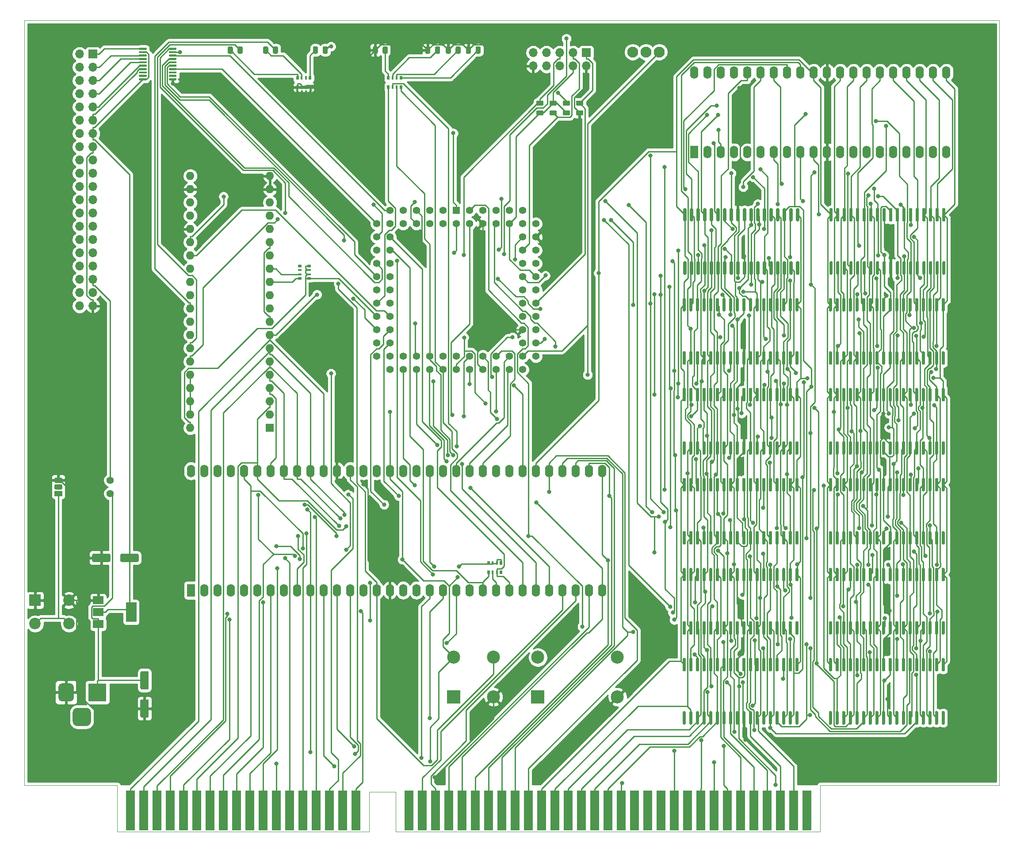
<source format=gbr>
%TF.GenerationSoftware,KiCad,Pcbnew,5.1.6-c6e7f7d~86~ubuntu18.04.1*%
%TF.CreationDate,2021-01-31T21:38:44+08:00*%
%TF.ProjectId,68k_dev,36386b5f-6465-4762-9e6b-696361645f70,rev?*%
%TF.SameCoordinates,Original*%
%TF.FileFunction,Copper,L1,Top*%
%TF.FilePolarity,Positive*%
%FSLAX46Y46*%
G04 Gerber Fmt 4.6, Leading zero omitted, Abs format (unit mm)*
G04 Created by KiCad (PCBNEW 5.1.6-c6e7f7d~86~ubuntu18.04.1) date 2021-01-31 21:38:44*
%MOMM*%
%LPD*%
G01*
G04 APERTURE LIST*
%TA.AperFunction,Profile*%
%ADD10C,0.050000*%
%TD*%
%TA.AperFunction,ComponentPad*%
%ADD11O,1.600000X2.400000*%
%TD*%
%TA.AperFunction,ComponentPad*%
%ADD12R,1.600000X2.400000*%
%TD*%
%TA.AperFunction,ComponentPad*%
%ADD13C,2.200000*%
%TD*%
%TA.AperFunction,ComponentPad*%
%ADD14R,2.200000X2.200000*%
%TD*%
%TA.AperFunction,ComponentPad*%
%ADD15C,2.100000*%
%TD*%
%TA.AperFunction,ConnectorPad*%
%ADD16R,1.780000X7.620000*%
%TD*%
%TA.AperFunction,ComponentPad*%
%ADD17R,3.500000X3.500000*%
%TD*%
%TA.AperFunction,ComponentPad*%
%ADD18C,1.400000*%
%TD*%
%TA.AperFunction,SMDPad,CuDef*%
%ADD19R,0.500000X0.800000*%
%TD*%
%TA.AperFunction,SMDPad,CuDef*%
%ADD20R,0.400000X0.800000*%
%TD*%
%TA.AperFunction,SMDPad,CuDef*%
%ADD21R,0.800000X0.500000*%
%TD*%
%TA.AperFunction,SMDPad,CuDef*%
%ADD22R,0.800000X0.400000*%
%TD*%
%TA.AperFunction,SMDPad,CuDef*%
%ADD23R,2.000000X1.500000*%
%TD*%
%TA.AperFunction,SMDPad,CuDef*%
%ADD24R,2.000000X3.800000*%
%TD*%
%TA.AperFunction,ComponentPad*%
%ADD25R,1.600000X1.600000*%
%TD*%
%TA.AperFunction,ComponentPad*%
%ADD26O,1.600000X1.600000*%
%TD*%
%TA.AperFunction,ComponentPad*%
%ADD27R,2.500000X2.500000*%
%TD*%
%TA.AperFunction,ComponentPad*%
%ADD28C,2.500000*%
%TD*%
%TA.AperFunction,ComponentPad*%
%ADD29R,1.500000X1.050000*%
%TD*%
%TA.AperFunction,ComponentPad*%
%ADD30C,1.422400*%
%TD*%
%TA.AperFunction,ComponentPad*%
%ADD31R,1.422400X1.422400*%
%TD*%
%TA.AperFunction,ComponentPad*%
%ADD32R,1.700000X1.700000*%
%TD*%
%TA.AperFunction,ComponentPad*%
%ADD33O,1.700000X1.700000*%
%TD*%
%TA.AperFunction,ViaPad*%
%ADD34C,0.800000*%
%TD*%
%TA.AperFunction,Conductor*%
%ADD35C,0.250000*%
%TD*%
%TA.AperFunction,Conductor*%
%ADD36C,0.254000*%
%TD*%
G04 APERTURE END LIST*
D10*
X34163000Y-159512000D02*
X16383000Y-159512000D01*
X34163000Y-168402000D02*
X34163000Y-159512000D01*
X82423000Y-168402000D02*
X34163000Y-168402000D01*
X82423000Y-160782000D02*
X82423000Y-168402000D01*
X87503000Y-160782000D02*
X82423000Y-160782000D01*
X87503000Y-168402000D02*
X87503000Y-160782000D01*
X168783000Y-168402000D02*
X87503000Y-168402000D01*
X168783000Y-159512000D02*
X168783000Y-168402000D01*
X170053000Y-159512000D02*
X168783000Y-159512000D01*
X16383000Y-13000000D02*
X16383000Y-159512000D01*
X203073000Y-13000000D02*
X16383000Y-13000000D01*
X203073000Y-159512000D02*
X203073000Y-13000000D01*
X170053000Y-159512000D02*
X203073000Y-159512000D01*
D11*
%TO.P,U1,64*%
%TO.N,D5*%
X48260000Y-99314000D03*
%TO.P,U1,32*%
%TO.N,A4*%
X127000000Y-122174000D03*
%TO.P,U1,63*%
%TO.N,D6*%
X50800000Y-99314000D03*
%TO.P,U1,31*%
%TO.N,A3*%
X124460000Y-122174000D03*
%TO.P,U1,62*%
%TO.N,D7*%
X53340000Y-99314000D03*
%TO.P,U1,30*%
%TO.N,A2*%
X121920000Y-122174000D03*
%TO.P,U1,61*%
%TO.N,D8*%
X55880000Y-99314000D03*
%TO.P,U1,29*%
%TO.N,A1*%
X119380000Y-122174000D03*
%TO.P,U1,60*%
%TO.N,D9*%
X58420000Y-99314000D03*
%TO.P,U1,28*%
%TO.N,FC0*%
X116840000Y-122174000D03*
%TO.P,U1,59*%
%TO.N,D10*%
X60960000Y-99314000D03*
%TO.P,U1,27*%
%TO.N,FC1*%
X114300000Y-122174000D03*
%TO.P,U1,58*%
%TO.N,D11*%
X63500000Y-99314000D03*
%TO.P,U1,26*%
%TO.N,FC2*%
X111760000Y-122174000D03*
%TO.P,U1,57*%
%TO.N,D12*%
X66040000Y-99314000D03*
%TO.P,U1,25*%
%TO.N,IPL0*%
X109220000Y-122174000D03*
%TO.P,U1,56*%
%TO.N,D13*%
X68580000Y-99314000D03*
%TO.P,U1,24*%
%TO.N,IPL1*%
X106680000Y-122174000D03*
%TO.P,U1,55*%
%TO.N,D14*%
X71120000Y-99314000D03*
%TO.P,U1,23*%
%TO.N,IPL2*%
X104140000Y-122174000D03*
%TO.P,U1,54*%
%TO.N,D15*%
X73660000Y-99314000D03*
%TO.P,U1,22*%
%TO.N,BERR*%
X101600000Y-122174000D03*
%TO.P,U1,53*%
%TO.N,GND*%
X76200000Y-99314000D03*
%TO.P,U1,21*%
%TO.N,VPA*%
X99060000Y-122174000D03*
%TO.P,U1,52*%
%TO.N,A23*%
X78740000Y-99314000D03*
%TO.P,U1,20*%
%TO.N,E*%
X96520000Y-122174000D03*
%TO.P,U1,51*%
%TO.N,A22*%
X81280000Y-99314000D03*
%TO.P,U1,19*%
%TO.N,VMA*%
X93980000Y-122174000D03*
%TO.P,U1,50*%
%TO.N,A21*%
X83820000Y-99314000D03*
%TO.P,U1,18*%
%TO.N,RST*%
X91440000Y-122174000D03*
%TO.P,U1,49*%
%TO.N,VCC*%
X86360000Y-99314000D03*
%TO.P,U1,17*%
%TO.N,Net-(RN8-Pad1)*%
X88900000Y-122174000D03*
%TO.P,U1,48*%
%TO.N,A20*%
X88900000Y-99314000D03*
%TO.P,U1,16*%
%TO.N,GND*%
X86360000Y-122174000D03*
%TO.P,U1,47*%
%TO.N,A19*%
X91440000Y-99314000D03*
%TO.P,U1,15*%
%TO.N,CPU_CLK*%
X83820000Y-122174000D03*
%TO.P,U1,46*%
%TO.N,A18*%
X93980000Y-99314000D03*
%TO.P,U1,14*%
%TO.N,VCC*%
X81280000Y-122174000D03*
%TO.P,U1,45*%
%TO.N,A17*%
X96520000Y-99314000D03*
%TO.P,U1,13*%
%TO.N,BR*%
X78740000Y-122174000D03*
%TO.P,U1,44*%
%TO.N,A16*%
X99060000Y-99314000D03*
%TO.P,U1,12*%
%TO.N,BGACK*%
X76200000Y-122174000D03*
%TO.P,U1,43*%
%TO.N,A15*%
X101600000Y-99314000D03*
%TO.P,U1,11*%
%TO.N,BG*%
X73660000Y-122174000D03*
%TO.P,U1,42*%
%TO.N,A14*%
X104140000Y-99314000D03*
%TO.P,U1,10*%
%TO.N,DTACK*%
X71120000Y-122174000D03*
%TO.P,U1,41*%
%TO.N,A13*%
X106680000Y-99314000D03*
%TO.P,U1,9*%
%TO.N,RW*%
X68580000Y-122174000D03*
%TO.P,U1,40*%
%TO.N,A12*%
X109220000Y-99314000D03*
%TO.P,U1,8*%
%TO.N,LDS*%
X66040000Y-122174000D03*
%TO.P,U1,39*%
%TO.N,A11*%
X111760000Y-99314000D03*
%TO.P,U1,7*%
%TO.N,UDS*%
X63500000Y-122174000D03*
%TO.P,U1,38*%
%TO.N,A10*%
X114300000Y-99314000D03*
%TO.P,U1,6*%
%TO.N,AS*%
X60960000Y-122174000D03*
%TO.P,U1,37*%
%TO.N,A9*%
X116840000Y-99314000D03*
%TO.P,U1,5*%
%TO.N,D0*%
X58420000Y-122174000D03*
%TO.P,U1,36*%
%TO.N,A8*%
X119380000Y-99314000D03*
%TO.P,U1,4*%
%TO.N,D1*%
X55880000Y-122174000D03*
%TO.P,U1,35*%
%TO.N,A7*%
X121920000Y-99314000D03*
%TO.P,U1,3*%
%TO.N,D2*%
X53340000Y-122174000D03*
%TO.P,U1,34*%
%TO.N,A6*%
X124460000Y-99314000D03*
%TO.P,U1,2*%
%TO.N,D3*%
X50800000Y-122174000D03*
%TO.P,U1,33*%
%TO.N,A5*%
X127000000Y-99314000D03*
D12*
%TO.P,U1,1*%
%TO.N,D4*%
X48260000Y-122174000D03*
%TD*%
%TO.P,U18,36*%
%TO.N,Net-(U18-Pad36)*%
%TA.AperFunction,SMDPad,CuDef*%
G36*
G01*
X164148000Y-76389000D02*
X164448000Y-76389000D01*
G75*
G02*
X164598000Y-76539000I0J-150000D01*
G01*
X164598000Y-78789000D01*
G75*
G02*
X164448000Y-78939000I-150000J0D01*
G01*
X164148000Y-78939000D01*
G75*
G02*
X163998000Y-78789000I0J150000D01*
G01*
X163998000Y-76539000D01*
G75*
G02*
X164148000Y-76389000I150000J0D01*
G01*
G37*
%TD.AperFunction*%
%TO.P,U18,35*%
%TO.N,A19*%
%TA.AperFunction,SMDPad,CuDef*%
G36*
G01*
X162878000Y-76389000D02*
X163178000Y-76389000D01*
G75*
G02*
X163328000Y-76539000I0J-150000D01*
G01*
X163328000Y-78789000D01*
G75*
G02*
X163178000Y-78939000I-150000J0D01*
G01*
X162878000Y-78939000D01*
G75*
G02*
X162728000Y-78789000I0J150000D01*
G01*
X162728000Y-76539000D01*
G75*
G02*
X162878000Y-76389000I150000J0D01*
G01*
G37*
%TD.AperFunction*%
%TO.P,U18,34*%
%TO.N,A18*%
%TA.AperFunction,SMDPad,CuDef*%
G36*
G01*
X161608000Y-76389000D02*
X161908000Y-76389000D01*
G75*
G02*
X162058000Y-76539000I0J-150000D01*
G01*
X162058000Y-78789000D01*
G75*
G02*
X161908000Y-78939000I-150000J0D01*
G01*
X161608000Y-78939000D01*
G75*
G02*
X161458000Y-78789000I0J150000D01*
G01*
X161458000Y-76539000D01*
G75*
G02*
X161608000Y-76389000I150000J0D01*
G01*
G37*
%TD.AperFunction*%
%TO.P,U18,33*%
%TO.N,A17*%
%TA.AperFunction,SMDPad,CuDef*%
G36*
G01*
X160338000Y-76389000D02*
X160638000Y-76389000D01*
G75*
G02*
X160788000Y-76539000I0J-150000D01*
G01*
X160788000Y-78789000D01*
G75*
G02*
X160638000Y-78939000I-150000J0D01*
G01*
X160338000Y-78939000D01*
G75*
G02*
X160188000Y-78789000I0J150000D01*
G01*
X160188000Y-76539000D01*
G75*
G02*
X160338000Y-76389000I150000J0D01*
G01*
G37*
%TD.AperFunction*%
%TO.P,U18,32*%
%TO.N,A16*%
%TA.AperFunction,SMDPad,CuDef*%
G36*
G01*
X159068000Y-76389000D02*
X159368000Y-76389000D01*
G75*
G02*
X159518000Y-76539000I0J-150000D01*
G01*
X159518000Y-78789000D01*
G75*
G02*
X159368000Y-78939000I-150000J0D01*
G01*
X159068000Y-78939000D01*
G75*
G02*
X158918000Y-78789000I0J150000D01*
G01*
X158918000Y-76539000D01*
G75*
G02*
X159068000Y-76389000I150000J0D01*
G01*
G37*
%TD.AperFunction*%
%TO.P,U18,31*%
%TO.N,RDL*%
%TA.AperFunction,SMDPad,CuDef*%
G36*
G01*
X157798000Y-76389000D02*
X158098000Y-76389000D01*
G75*
G02*
X158248000Y-76539000I0J-150000D01*
G01*
X158248000Y-78789000D01*
G75*
G02*
X158098000Y-78939000I-150000J0D01*
G01*
X157798000Y-78939000D01*
G75*
G02*
X157648000Y-78789000I0J150000D01*
G01*
X157648000Y-76539000D01*
G75*
G02*
X157798000Y-76389000I150000J0D01*
G01*
G37*
%TD.AperFunction*%
%TO.P,U18,30*%
%TO.N,D7*%
%TA.AperFunction,SMDPad,CuDef*%
G36*
G01*
X156528000Y-76389000D02*
X156828000Y-76389000D01*
G75*
G02*
X156978000Y-76539000I0J-150000D01*
G01*
X156978000Y-78789000D01*
G75*
G02*
X156828000Y-78939000I-150000J0D01*
G01*
X156528000Y-78939000D01*
G75*
G02*
X156378000Y-78789000I0J150000D01*
G01*
X156378000Y-76539000D01*
G75*
G02*
X156528000Y-76389000I150000J0D01*
G01*
G37*
%TD.AperFunction*%
%TO.P,U18,29*%
%TO.N,D6*%
%TA.AperFunction,SMDPad,CuDef*%
G36*
G01*
X155258000Y-76389000D02*
X155558000Y-76389000D01*
G75*
G02*
X155708000Y-76539000I0J-150000D01*
G01*
X155708000Y-78789000D01*
G75*
G02*
X155558000Y-78939000I-150000J0D01*
G01*
X155258000Y-78939000D01*
G75*
G02*
X155108000Y-78789000I0J150000D01*
G01*
X155108000Y-76539000D01*
G75*
G02*
X155258000Y-76389000I150000J0D01*
G01*
G37*
%TD.AperFunction*%
%TO.P,U18,28*%
%TO.N,GND*%
%TA.AperFunction,SMDPad,CuDef*%
G36*
G01*
X153988000Y-76389000D02*
X154288000Y-76389000D01*
G75*
G02*
X154438000Y-76539000I0J-150000D01*
G01*
X154438000Y-78789000D01*
G75*
G02*
X154288000Y-78939000I-150000J0D01*
G01*
X153988000Y-78939000D01*
G75*
G02*
X153838000Y-78789000I0J150000D01*
G01*
X153838000Y-76539000D01*
G75*
G02*
X153988000Y-76389000I150000J0D01*
G01*
G37*
%TD.AperFunction*%
%TO.P,U18,27*%
%TO.N,VCC*%
%TA.AperFunction,SMDPad,CuDef*%
G36*
G01*
X152718000Y-76389000D02*
X153018000Y-76389000D01*
G75*
G02*
X153168000Y-76539000I0J-150000D01*
G01*
X153168000Y-78789000D01*
G75*
G02*
X153018000Y-78939000I-150000J0D01*
G01*
X152718000Y-78939000D01*
G75*
G02*
X152568000Y-78789000I0J150000D01*
G01*
X152568000Y-76539000D01*
G75*
G02*
X152718000Y-76389000I150000J0D01*
G01*
G37*
%TD.AperFunction*%
%TO.P,U18,26*%
%TO.N,D5*%
%TA.AperFunction,SMDPad,CuDef*%
G36*
G01*
X151448000Y-76389000D02*
X151748000Y-76389000D01*
G75*
G02*
X151898000Y-76539000I0J-150000D01*
G01*
X151898000Y-78789000D01*
G75*
G02*
X151748000Y-78939000I-150000J0D01*
G01*
X151448000Y-78939000D01*
G75*
G02*
X151298000Y-78789000I0J150000D01*
G01*
X151298000Y-76539000D01*
G75*
G02*
X151448000Y-76389000I150000J0D01*
G01*
G37*
%TD.AperFunction*%
%TO.P,U18,25*%
%TO.N,D4*%
%TA.AperFunction,SMDPad,CuDef*%
G36*
G01*
X150178000Y-76389000D02*
X150478000Y-76389000D01*
G75*
G02*
X150628000Y-76539000I0J-150000D01*
G01*
X150628000Y-78789000D01*
G75*
G02*
X150478000Y-78939000I-150000J0D01*
G01*
X150178000Y-78939000D01*
G75*
G02*
X150028000Y-78789000I0J150000D01*
G01*
X150028000Y-76539000D01*
G75*
G02*
X150178000Y-76389000I150000J0D01*
G01*
G37*
%TD.AperFunction*%
%TO.P,U18,24*%
%TO.N,A15*%
%TA.AperFunction,SMDPad,CuDef*%
G36*
G01*
X148908000Y-76389000D02*
X149208000Y-76389000D01*
G75*
G02*
X149358000Y-76539000I0J-150000D01*
G01*
X149358000Y-78789000D01*
G75*
G02*
X149208000Y-78939000I-150000J0D01*
G01*
X148908000Y-78939000D01*
G75*
G02*
X148758000Y-78789000I0J150000D01*
G01*
X148758000Y-76539000D01*
G75*
G02*
X148908000Y-76389000I150000J0D01*
G01*
G37*
%TD.AperFunction*%
%TO.P,U18,23*%
%TO.N,A14*%
%TA.AperFunction,SMDPad,CuDef*%
G36*
G01*
X147638000Y-76389000D02*
X147938000Y-76389000D01*
G75*
G02*
X148088000Y-76539000I0J-150000D01*
G01*
X148088000Y-78789000D01*
G75*
G02*
X147938000Y-78939000I-150000J0D01*
G01*
X147638000Y-78939000D01*
G75*
G02*
X147488000Y-78789000I0J150000D01*
G01*
X147488000Y-76539000D01*
G75*
G02*
X147638000Y-76389000I150000J0D01*
G01*
G37*
%TD.AperFunction*%
%TO.P,U18,22*%
%TO.N,A13*%
%TA.AperFunction,SMDPad,CuDef*%
G36*
G01*
X146368000Y-76389000D02*
X146668000Y-76389000D01*
G75*
G02*
X146818000Y-76539000I0J-150000D01*
G01*
X146818000Y-78789000D01*
G75*
G02*
X146668000Y-78939000I-150000J0D01*
G01*
X146368000Y-78939000D01*
G75*
G02*
X146218000Y-78789000I0J150000D01*
G01*
X146218000Y-76539000D01*
G75*
G02*
X146368000Y-76389000I150000J0D01*
G01*
G37*
%TD.AperFunction*%
%TO.P,U18,21*%
%TO.N,A12*%
%TA.AperFunction,SMDPad,CuDef*%
G36*
G01*
X145098000Y-76389000D02*
X145398000Y-76389000D01*
G75*
G02*
X145548000Y-76539000I0J-150000D01*
G01*
X145548000Y-78789000D01*
G75*
G02*
X145398000Y-78939000I-150000J0D01*
G01*
X145098000Y-78939000D01*
G75*
G02*
X144948000Y-78789000I0J150000D01*
G01*
X144948000Y-76539000D01*
G75*
G02*
X145098000Y-76389000I150000J0D01*
G01*
G37*
%TD.AperFunction*%
%TO.P,U18,20*%
%TO.N,A11*%
%TA.AperFunction,SMDPad,CuDef*%
G36*
G01*
X143828000Y-76389000D02*
X144128000Y-76389000D01*
G75*
G02*
X144278000Y-76539000I0J-150000D01*
G01*
X144278000Y-78789000D01*
G75*
G02*
X144128000Y-78939000I-150000J0D01*
G01*
X143828000Y-78939000D01*
G75*
G02*
X143678000Y-78789000I0J150000D01*
G01*
X143678000Y-76539000D01*
G75*
G02*
X143828000Y-76389000I150000J0D01*
G01*
G37*
%TD.AperFunction*%
%TO.P,U18,19*%
%TO.N,Net-(U18-Pad19)*%
%TA.AperFunction,SMDPad,CuDef*%
G36*
G01*
X142558000Y-76389000D02*
X142858000Y-76389000D01*
G75*
G02*
X143008000Y-76539000I0J-150000D01*
G01*
X143008000Y-78789000D01*
G75*
G02*
X142858000Y-78939000I-150000J0D01*
G01*
X142558000Y-78939000D01*
G75*
G02*
X142408000Y-78789000I0J150000D01*
G01*
X142408000Y-76539000D01*
G75*
G02*
X142558000Y-76389000I150000J0D01*
G01*
G37*
%TD.AperFunction*%
%TO.P,U18,18*%
%TO.N,A10*%
%TA.AperFunction,SMDPad,CuDef*%
G36*
G01*
X142558000Y-66189000D02*
X142858000Y-66189000D01*
G75*
G02*
X143008000Y-66339000I0J-150000D01*
G01*
X143008000Y-68589000D01*
G75*
G02*
X142858000Y-68739000I-150000J0D01*
G01*
X142558000Y-68739000D01*
G75*
G02*
X142408000Y-68589000I0J150000D01*
G01*
X142408000Y-66339000D01*
G75*
G02*
X142558000Y-66189000I150000J0D01*
G01*
G37*
%TD.AperFunction*%
%TO.P,U18,17*%
%TO.N,A9*%
%TA.AperFunction,SMDPad,CuDef*%
G36*
G01*
X143828000Y-66189000D02*
X144128000Y-66189000D01*
G75*
G02*
X144278000Y-66339000I0J-150000D01*
G01*
X144278000Y-68589000D01*
G75*
G02*
X144128000Y-68739000I-150000J0D01*
G01*
X143828000Y-68739000D01*
G75*
G02*
X143678000Y-68589000I0J150000D01*
G01*
X143678000Y-66339000D01*
G75*
G02*
X143828000Y-66189000I150000J0D01*
G01*
G37*
%TD.AperFunction*%
%TO.P,U18,16*%
%TO.N,A8*%
%TA.AperFunction,SMDPad,CuDef*%
G36*
G01*
X145098000Y-66189000D02*
X145398000Y-66189000D01*
G75*
G02*
X145548000Y-66339000I0J-150000D01*
G01*
X145548000Y-68589000D01*
G75*
G02*
X145398000Y-68739000I-150000J0D01*
G01*
X145098000Y-68739000D01*
G75*
G02*
X144948000Y-68589000I0J150000D01*
G01*
X144948000Y-66339000D01*
G75*
G02*
X145098000Y-66189000I150000J0D01*
G01*
G37*
%TD.AperFunction*%
%TO.P,U18,15*%
%TO.N,A7*%
%TA.AperFunction,SMDPad,CuDef*%
G36*
G01*
X146368000Y-66189000D02*
X146668000Y-66189000D01*
G75*
G02*
X146818000Y-66339000I0J-150000D01*
G01*
X146818000Y-68589000D01*
G75*
G02*
X146668000Y-68739000I-150000J0D01*
G01*
X146368000Y-68739000D01*
G75*
G02*
X146218000Y-68589000I0J150000D01*
G01*
X146218000Y-66339000D01*
G75*
G02*
X146368000Y-66189000I150000J0D01*
G01*
G37*
%TD.AperFunction*%
%TO.P,U18,14*%
%TO.N,A6*%
%TA.AperFunction,SMDPad,CuDef*%
G36*
G01*
X147638000Y-66189000D02*
X147938000Y-66189000D01*
G75*
G02*
X148088000Y-66339000I0J-150000D01*
G01*
X148088000Y-68589000D01*
G75*
G02*
X147938000Y-68739000I-150000J0D01*
G01*
X147638000Y-68739000D01*
G75*
G02*
X147488000Y-68589000I0J150000D01*
G01*
X147488000Y-66339000D01*
G75*
G02*
X147638000Y-66189000I150000J0D01*
G01*
G37*
%TD.AperFunction*%
%TO.P,U18,13*%
%TO.N,WRL*%
%TA.AperFunction,SMDPad,CuDef*%
G36*
G01*
X148908000Y-66189000D02*
X149208000Y-66189000D01*
G75*
G02*
X149358000Y-66339000I0J-150000D01*
G01*
X149358000Y-68589000D01*
G75*
G02*
X149208000Y-68739000I-150000J0D01*
G01*
X148908000Y-68739000D01*
G75*
G02*
X148758000Y-68589000I0J150000D01*
G01*
X148758000Y-66339000D01*
G75*
G02*
X148908000Y-66189000I150000J0D01*
G01*
G37*
%TD.AperFunction*%
%TO.P,U18,12*%
%TO.N,D3*%
%TA.AperFunction,SMDPad,CuDef*%
G36*
G01*
X150178000Y-66189000D02*
X150478000Y-66189000D01*
G75*
G02*
X150628000Y-66339000I0J-150000D01*
G01*
X150628000Y-68589000D01*
G75*
G02*
X150478000Y-68739000I-150000J0D01*
G01*
X150178000Y-68739000D01*
G75*
G02*
X150028000Y-68589000I0J150000D01*
G01*
X150028000Y-66339000D01*
G75*
G02*
X150178000Y-66189000I150000J0D01*
G01*
G37*
%TD.AperFunction*%
%TO.P,U18,11*%
%TO.N,D2*%
%TA.AperFunction,SMDPad,CuDef*%
G36*
G01*
X151448000Y-66189000D02*
X151748000Y-66189000D01*
G75*
G02*
X151898000Y-66339000I0J-150000D01*
G01*
X151898000Y-68589000D01*
G75*
G02*
X151748000Y-68739000I-150000J0D01*
G01*
X151448000Y-68739000D01*
G75*
G02*
X151298000Y-68589000I0J150000D01*
G01*
X151298000Y-66339000D01*
G75*
G02*
X151448000Y-66189000I150000J0D01*
G01*
G37*
%TD.AperFunction*%
%TO.P,U18,10*%
%TO.N,GND*%
%TA.AperFunction,SMDPad,CuDef*%
G36*
G01*
X152718000Y-66189000D02*
X153018000Y-66189000D01*
G75*
G02*
X153168000Y-66339000I0J-150000D01*
G01*
X153168000Y-68589000D01*
G75*
G02*
X153018000Y-68739000I-150000J0D01*
G01*
X152718000Y-68739000D01*
G75*
G02*
X152568000Y-68589000I0J150000D01*
G01*
X152568000Y-66339000D01*
G75*
G02*
X152718000Y-66189000I150000J0D01*
G01*
G37*
%TD.AperFunction*%
%TO.P,U18,9*%
%TO.N,VCC*%
%TA.AperFunction,SMDPad,CuDef*%
G36*
G01*
X153988000Y-66189000D02*
X154288000Y-66189000D01*
G75*
G02*
X154438000Y-66339000I0J-150000D01*
G01*
X154438000Y-68589000D01*
G75*
G02*
X154288000Y-68739000I-150000J0D01*
G01*
X153988000Y-68739000D01*
G75*
G02*
X153838000Y-68589000I0J150000D01*
G01*
X153838000Y-66339000D01*
G75*
G02*
X153988000Y-66189000I150000J0D01*
G01*
G37*
%TD.AperFunction*%
%TO.P,U18,8*%
%TO.N,D1*%
%TA.AperFunction,SMDPad,CuDef*%
G36*
G01*
X155258000Y-66189000D02*
X155558000Y-66189000D01*
G75*
G02*
X155708000Y-66339000I0J-150000D01*
G01*
X155708000Y-68589000D01*
G75*
G02*
X155558000Y-68739000I-150000J0D01*
G01*
X155258000Y-68739000D01*
G75*
G02*
X155108000Y-68589000I0J150000D01*
G01*
X155108000Y-66339000D01*
G75*
G02*
X155258000Y-66189000I150000J0D01*
G01*
G37*
%TD.AperFunction*%
%TO.P,U18,7*%
%TO.N,D0*%
%TA.AperFunction,SMDPad,CuDef*%
G36*
G01*
X156528000Y-66189000D02*
X156828000Y-66189000D01*
G75*
G02*
X156978000Y-66339000I0J-150000D01*
G01*
X156978000Y-68589000D01*
G75*
G02*
X156828000Y-68739000I-150000J0D01*
G01*
X156528000Y-68739000D01*
G75*
G02*
X156378000Y-68589000I0J150000D01*
G01*
X156378000Y-66339000D01*
G75*
G02*
X156528000Y-66189000I150000J0D01*
G01*
G37*
%TD.AperFunction*%
%TO.P,U18,6*%
%TO.N,RAM6_SEL*%
%TA.AperFunction,SMDPad,CuDef*%
G36*
G01*
X157798000Y-66189000D02*
X158098000Y-66189000D01*
G75*
G02*
X158248000Y-66339000I0J-150000D01*
G01*
X158248000Y-68589000D01*
G75*
G02*
X158098000Y-68739000I-150000J0D01*
G01*
X157798000Y-68739000D01*
G75*
G02*
X157648000Y-68589000I0J150000D01*
G01*
X157648000Y-66339000D01*
G75*
G02*
X157798000Y-66189000I150000J0D01*
G01*
G37*
%TD.AperFunction*%
%TO.P,U18,5*%
%TO.N,A5*%
%TA.AperFunction,SMDPad,CuDef*%
G36*
G01*
X159068000Y-66189000D02*
X159368000Y-66189000D01*
G75*
G02*
X159518000Y-66339000I0J-150000D01*
G01*
X159518000Y-68589000D01*
G75*
G02*
X159368000Y-68739000I-150000J0D01*
G01*
X159068000Y-68739000D01*
G75*
G02*
X158918000Y-68589000I0J150000D01*
G01*
X158918000Y-66339000D01*
G75*
G02*
X159068000Y-66189000I150000J0D01*
G01*
G37*
%TD.AperFunction*%
%TO.P,U18,4*%
%TO.N,A4*%
%TA.AperFunction,SMDPad,CuDef*%
G36*
G01*
X160338000Y-66189000D02*
X160638000Y-66189000D01*
G75*
G02*
X160788000Y-66339000I0J-150000D01*
G01*
X160788000Y-68589000D01*
G75*
G02*
X160638000Y-68739000I-150000J0D01*
G01*
X160338000Y-68739000D01*
G75*
G02*
X160188000Y-68589000I0J150000D01*
G01*
X160188000Y-66339000D01*
G75*
G02*
X160338000Y-66189000I150000J0D01*
G01*
G37*
%TD.AperFunction*%
%TO.P,U18,3*%
%TO.N,A3*%
%TA.AperFunction,SMDPad,CuDef*%
G36*
G01*
X161608000Y-66189000D02*
X161908000Y-66189000D01*
G75*
G02*
X162058000Y-66339000I0J-150000D01*
G01*
X162058000Y-68589000D01*
G75*
G02*
X161908000Y-68739000I-150000J0D01*
G01*
X161608000Y-68739000D01*
G75*
G02*
X161458000Y-68589000I0J150000D01*
G01*
X161458000Y-66339000D01*
G75*
G02*
X161608000Y-66189000I150000J0D01*
G01*
G37*
%TD.AperFunction*%
%TO.P,U18,2*%
%TO.N,A2*%
%TA.AperFunction,SMDPad,CuDef*%
G36*
G01*
X162878000Y-66189000D02*
X163178000Y-66189000D01*
G75*
G02*
X163328000Y-66339000I0J-150000D01*
G01*
X163328000Y-68589000D01*
G75*
G02*
X163178000Y-68739000I-150000J0D01*
G01*
X162878000Y-68739000D01*
G75*
G02*
X162728000Y-68589000I0J150000D01*
G01*
X162728000Y-66339000D01*
G75*
G02*
X162878000Y-66189000I150000J0D01*
G01*
G37*
%TD.AperFunction*%
%TO.P,U18,1*%
%TO.N,A1*%
%TA.AperFunction,SMDPad,CuDef*%
G36*
G01*
X164148000Y-66189000D02*
X164448000Y-66189000D01*
G75*
G02*
X164598000Y-66339000I0J-150000D01*
G01*
X164598000Y-68589000D01*
G75*
G02*
X164448000Y-68739000I-150000J0D01*
G01*
X164148000Y-68739000D01*
G75*
G02*
X163998000Y-68589000I0J150000D01*
G01*
X163998000Y-66339000D01*
G75*
G02*
X164148000Y-66189000I150000J0D01*
G01*
G37*
%TD.AperFunction*%
%TD*%
%TO.P,U17,36*%
%TO.N,Net-(U17-Pad36)*%
%TA.AperFunction,SMDPad,CuDef*%
G36*
G01*
X192148000Y-76389000D02*
X192448000Y-76389000D01*
G75*
G02*
X192598000Y-76539000I0J-150000D01*
G01*
X192598000Y-78789000D01*
G75*
G02*
X192448000Y-78939000I-150000J0D01*
G01*
X192148000Y-78939000D01*
G75*
G02*
X191998000Y-78789000I0J150000D01*
G01*
X191998000Y-76539000D01*
G75*
G02*
X192148000Y-76389000I150000J0D01*
G01*
G37*
%TD.AperFunction*%
%TO.P,U17,35*%
%TO.N,A19*%
%TA.AperFunction,SMDPad,CuDef*%
G36*
G01*
X190878000Y-76389000D02*
X191178000Y-76389000D01*
G75*
G02*
X191328000Y-76539000I0J-150000D01*
G01*
X191328000Y-78789000D01*
G75*
G02*
X191178000Y-78939000I-150000J0D01*
G01*
X190878000Y-78939000D01*
G75*
G02*
X190728000Y-78789000I0J150000D01*
G01*
X190728000Y-76539000D01*
G75*
G02*
X190878000Y-76389000I150000J0D01*
G01*
G37*
%TD.AperFunction*%
%TO.P,U17,34*%
%TO.N,A18*%
%TA.AperFunction,SMDPad,CuDef*%
G36*
G01*
X189608000Y-76389000D02*
X189908000Y-76389000D01*
G75*
G02*
X190058000Y-76539000I0J-150000D01*
G01*
X190058000Y-78789000D01*
G75*
G02*
X189908000Y-78939000I-150000J0D01*
G01*
X189608000Y-78939000D01*
G75*
G02*
X189458000Y-78789000I0J150000D01*
G01*
X189458000Y-76539000D01*
G75*
G02*
X189608000Y-76389000I150000J0D01*
G01*
G37*
%TD.AperFunction*%
%TO.P,U17,33*%
%TO.N,A17*%
%TA.AperFunction,SMDPad,CuDef*%
G36*
G01*
X188338000Y-76389000D02*
X188638000Y-76389000D01*
G75*
G02*
X188788000Y-76539000I0J-150000D01*
G01*
X188788000Y-78789000D01*
G75*
G02*
X188638000Y-78939000I-150000J0D01*
G01*
X188338000Y-78939000D01*
G75*
G02*
X188188000Y-78789000I0J150000D01*
G01*
X188188000Y-76539000D01*
G75*
G02*
X188338000Y-76389000I150000J0D01*
G01*
G37*
%TD.AperFunction*%
%TO.P,U17,32*%
%TO.N,A16*%
%TA.AperFunction,SMDPad,CuDef*%
G36*
G01*
X187068000Y-76389000D02*
X187368000Y-76389000D01*
G75*
G02*
X187518000Y-76539000I0J-150000D01*
G01*
X187518000Y-78789000D01*
G75*
G02*
X187368000Y-78939000I-150000J0D01*
G01*
X187068000Y-78939000D01*
G75*
G02*
X186918000Y-78789000I0J150000D01*
G01*
X186918000Y-76539000D01*
G75*
G02*
X187068000Y-76389000I150000J0D01*
G01*
G37*
%TD.AperFunction*%
%TO.P,U17,31*%
%TO.N,RDU*%
%TA.AperFunction,SMDPad,CuDef*%
G36*
G01*
X185798000Y-76389000D02*
X186098000Y-76389000D01*
G75*
G02*
X186248000Y-76539000I0J-150000D01*
G01*
X186248000Y-78789000D01*
G75*
G02*
X186098000Y-78939000I-150000J0D01*
G01*
X185798000Y-78939000D01*
G75*
G02*
X185648000Y-78789000I0J150000D01*
G01*
X185648000Y-76539000D01*
G75*
G02*
X185798000Y-76389000I150000J0D01*
G01*
G37*
%TD.AperFunction*%
%TO.P,U17,30*%
%TO.N,D15*%
%TA.AperFunction,SMDPad,CuDef*%
G36*
G01*
X184528000Y-76389000D02*
X184828000Y-76389000D01*
G75*
G02*
X184978000Y-76539000I0J-150000D01*
G01*
X184978000Y-78789000D01*
G75*
G02*
X184828000Y-78939000I-150000J0D01*
G01*
X184528000Y-78939000D01*
G75*
G02*
X184378000Y-78789000I0J150000D01*
G01*
X184378000Y-76539000D01*
G75*
G02*
X184528000Y-76389000I150000J0D01*
G01*
G37*
%TD.AperFunction*%
%TO.P,U17,29*%
%TO.N,D14*%
%TA.AperFunction,SMDPad,CuDef*%
G36*
G01*
X183258000Y-76389000D02*
X183558000Y-76389000D01*
G75*
G02*
X183708000Y-76539000I0J-150000D01*
G01*
X183708000Y-78789000D01*
G75*
G02*
X183558000Y-78939000I-150000J0D01*
G01*
X183258000Y-78939000D01*
G75*
G02*
X183108000Y-78789000I0J150000D01*
G01*
X183108000Y-76539000D01*
G75*
G02*
X183258000Y-76389000I150000J0D01*
G01*
G37*
%TD.AperFunction*%
%TO.P,U17,28*%
%TO.N,GND*%
%TA.AperFunction,SMDPad,CuDef*%
G36*
G01*
X181988000Y-76389000D02*
X182288000Y-76389000D01*
G75*
G02*
X182438000Y-76539000I0J-150000D01*
G01*
X182438000Y-78789000D01*
G75*
G02*
X182288000Y-78939000I-150000J0D01*
G01*
X181988000Y-78939000D01*
G75*
G02*
X181838000Y-78789000I0J150000D01*
G01*
X181838000Y-76539000D01*
G75*
G02*
X181988000Y-76389000I150000J0D01*
G01*
G37*
%TD.AperFunction*%
%TO.P,U17,27*%
%TO.N,VCC*%
%TA.AperFunction,SMDPad,CuDef*%
G36*
G01*
X180718000Y-76389000D02*
X181018000Y-76389000D01*
G75*
G02*
X181168000Y-76539000I0J-150000D01*
G01*
X181168000Y-78789000D01*
G75*
G02*
X181018000Y-78939000I-150000J0D01*
G01*
X180718000Y-78939000D01*
G75*
G02*
X180568000Y-78789000I0J150000D01*
G01*
X180568000Y-76539000D01*
G75*
G02*
X180718000Y-76389000I150000J0D01*
G01*
G37*
%TD.AperFunction*%
%TO.P,U17,26*%
%TO.N,D13*%
%TA.AperFunction,SMDPad,CuDef*%
G36*
G01*
X179448000Y-76389000D02*
X179748000Y-76389000D01*
G75*
G02*
X179898000Y-76539000I0J-150000D01*
G01*
X179898000Y-78789000D01*
G75*
G02*
X179748000Y-78939000I-150000J0D01*
G01*
X179448000Y-78939000D01*
G75*
G02*
X179298000Y-78789000I0J150000D01*
G01*
X179298000Y-76539000D01*
G75*
G02*
X179448000Y-76389000I150000J0D01*
G01*
G37*
%TD.AperFunction*%
%TO.P,U17,25*%
%TO.N,D12*%
%TA.AperFunction,SMDPad,CuDef*%
G36*
G01*
X178178000Y-76389000D02*
X178478000Y-76389000D01*
G75*
G02*
X178628000Y-76539000I0J-150000D01*
G01*
X178628000Y-78789000D01*
G75*
G02*
X178478000Y-78939000I-150000J0D01*
G01*
X178178000Y-78939000D01*
G75*
G02*
X178028000Y-78789000I0J150000D01*
G01*
X178028000Y-76539000D01*
G75*
G02*
X178178000Y-76389000I150000J0D01*
G01*
G37*
%TD.AperFunction*%
%TO.P,U17,24*%
%TO.N,A15*%
%TA.AperFunction,SMDPad,CuDef*%
G36*
G01*
X176908000Y-76389000D02*
X177208000Y-76389000D01*
G75*
G02*
X177358000Y-76539000I0J-150000D01*
G01*
X177358000Y-78789000D01*
G75*
G02*
X177208000Y-78939000I-150000J0D01*
G01*
X176908000Y-78939000D01*
G75*
G02*
X176758000Y-78789000I0J150000D01*
G01*
X176758000Y-76539000D01*
G75*
G02*
X176908000Y-76389000I150000J0D01*
G01*
G37*
%TD.AperFunction*%
%TO.P,U17,23*%
%TO.N,A14*%
%TA.AperFunction,SMDPad,CuDef*%
G36*
G01*
X175638000Y-76389000D02*
X175938000Y-76389000D01*
G75*
G02*
X176088000Y-76539000I0J-150000D01*
G01*
X176088000Y-78789000D01*
G75*
G02*
X175938000Y-78939000I-150000J0D01*
G01*
X175638000Y-78939000D01*
G75*
G02*
X175488000Y-78789000I0J150000D01*
G01*
X175488000Y-76539000D01*
G75*
G02*
X175638000Y-76389000I150000J0D01*
G01*
G37*
%TD.AperFunction*%
%TO.P,U17,22*%
%TO.N,A13*%
%TA.AperFunction,SMDPad,CuDef*%
G36*
G01*
X174368000Y-76389000D02*
X174668000Y-76389000D01*
G75*
G02*
X174818000Y-76539000I0J-150000D01*
G01*
X174818000Y-78789000D01*
G75*
G02*
X174668000Y-78939000I-150000J0D01*
G01*
X174368000Y-78939000D01*
G75*
G02*
X174218000Y-78789000I0J150000D01*
G01*
X174218000Y-76539000D01*
G75*
G02*
X174368000Y-76389000I150000J0D01*
G01*
G37*
%TD.AperFunction*%
%TO.P,U17,21*%
%TO.N,A12*%
%TA.AperFunction,SMDPad,CuDef*%
G36*
G01*
X173098000Y-76389000D02*
X173398000Y-76389000D01*
G75*
G02*
X173548000Y-76539000I0J-150000D01*
G01*
X173548000Y-78789000D01*
G75*
G02*
X173398000Y-78939000I-150000J0D01*
G01*
X173098000Y-78939000D01*
G75*
G02*
X172948000Y-78789000I0J150000D01*
G01*
X172948000Y-76539000D01*
G75*
G02*
X173098000Y-76389000I150000J0D01*
G01*
G37*
%TD.AperFunction*%
%TO.P,U17,20*%
%TO.N,A11*%
%TA.AperFunction,SMDPad,CuDef*%
G36*
G01*
X171828000Y-76389000D02*
X172128000Y-76389000D01*
G75*
G02*
X172278000Y-76539000I0J-150000D01*
G01*
X172278000Y-78789000D01*
G75*
G02*
X172128000Y-78939000I-150000J0D01*
G01*
X171828000Y-78939000D01*
G75*
G02*
X171678000Y-78789000I0J150000D01*
G01*
X171678000Y-76539000D01*
G75*
G02*
X171828000Y-76389000I150000J0D01*
G01*
G37*
%TD.AperFunction*%
%TO.P,U17,19*%
%TO.N,Net-(U17-Pad19)*%
%TA.AperFunction,SMDPad,CuDef*%
G36*
G01*
X170558000Y-76389000D02*
X170858000Y-76389000D01*
G75*
G02*
X171008000Y-76539000I0J-150000D01*
G01*
X171008000Y-78789000D01*
G75*
G02*
X170858000Y-78939000I-150000J0D01*
G01*
X170558000Y-78939000D01*
G75*
G02*
X170408000Y-78789000I0J150000D01*
G01*
X170408000Y-76539000D01*
G75*
G02*
X170558000Y-76389000I150000J0D01*
G01*
G37*
%TD.AperFunction*%
%TO.P,U17,18*%
%TO.N,A10*%
%TA.AperFunction,SMDPad,CuDef*%
G36*
G01*
X170558000Y-66189000D02*
X170858000Y-66189000D01*
G75*
G02*
X171008000Y-66339000I0J-150000D01*
G01*
X171008000Y-68589000D01*
G75*
G02*
X170858000Y-68739000I-150000J0D01*
G01*
X170558000Y-68739000D01*
G75*
G02*
X170408000Y-68589000I0J150000D01*
G01*
X170408000Y-66339000D01*
G75*
G02*
X170558000Y-66189000I150000J0D01*
G01*
G37*
%TD.AperFunction*%
%TO.P,U17,17*%
%TO.N,A9*%
%TA.AperFunction,SMDPad,CuDef*%
G36*
G01*
X171828000Y-66189000D02*
X172128000Y-66189000D01*
G75*
G02*
X172278000Y-66339000I0J-150000D01*
G01*
X172278000Y-68589000D01*
G75*
G02*
X172128000Y-68739000I-150000J0D01*
G01*
X171828000Y-68739000D01*
G75*
G02*
X171678000Y-68589000I0J150000D01*
G01*
X171678000Y-66339000D01*
G75*
G02*
X171828000Y-66189000I150000J0D01*
G01*
G37*
%TD.AperFunction*%
%TO.P,U17,16*%
%TO.N,A8*%
%TA.AperFunction,SMDPad,CuDef*%
G36*
G01*
X173098000Y-66189000D02*
X173398000Y-66189000D01*
G75*
G02*
X173548000Y-66339000I0J-150000D01*
G01*
X173548000Y-68589000D01*
G75*
G02*
X173398000Y-68739000I-150000J0D01*
G01*
X173098000Y-68739000D01*
G75*
G02*
X172948000Y-68589000I0J150000D01*
G01*
X172948000Y-66339000D01*
G75*
G02*
X173098000Y-66189000I150000J0D01*
G01*
G37*
%TD.AperFunction*%
%TO.P,U17,15*%
%TO.N,A7*%
%TA.AperFunction,SMDPad,CuDef*%
G36*
G01*
X174368000Y-66189000D02*
X174668000Y-66189000D01*
G75*
G02*
X174818000Y-66339000I0J-150000D01*
G01*
X174818000Y-68589000D01*
G75*
G02*
X174668000Y-68739000I-150000J0D01*
G01*
X174368000Y-68739000D01*
G75*
G02*
X174218000Y-68589000I0J150000D01*
G01*
X174218000Y-66339000D01*
G75*
G02*
X174368000Y-66189000I150000J0D01*
G01*
G37*
%TD.AperFunction*%
%TO.P,U17,14*%
%TO.N,A6*%
%TA.AperFunction,SMDPad,CuDef*%
G36*
G01*
X175638000Y-66189000D02*
X175938000Y-66189000D01*
G75*
G02*
X176088000Y-66339000I0J-150000D01*
G01*
X176088000Y-68589000D01*
G75*
G02*
X175938000Y-68739000I-150000J0D01*
G01*
X175638000Y-68739000D01*
G75*
G02*
X175488000Y-68589000I0J150000D01*
G01*
X175488000Y-66339000D01*
G75*
G02*
X175638000Y-66189000I150000J0D01*
G01*
G37*
%TD.AperFunction*%
%TO.P,U17,13*%
%TO.N,WRU*%
%TA.AperFunction,SMDPad,CuDef*%
G36*
G01*
X176908000Y-66189000D02*
X177208000Y-66189000D01*
G75*
G02*
X177358000Y-66339000I0J-150000D01*
G01*
X177358000Y-68589000D01*
G75*
G02*
X177208000Y-68739000I-150000J0D01*
G01*
X176908000Y-68739000D01*
G75*
G02*
X176758000Y-68589000I0J150000D01*
G01*
X176758000Y-66339000D01*
G75*
G02*
X176908000Y-66189000I150000J0D01*
G01*
G37*
%TD.AperFunction*%
%TO.P,U17,12*%
%TO.N,D11*%
%TA.AperFunction,SMDPad,CuDef*%
G36*
G01*
X178178000Y-66189000D02*
X178478000Y-66189000D01*
G75*
G02*
X178628000Y-66339000I0J-150000D01*
G01*
X178628000Y-68589000D01*
G75*
G02*
X178478000Y-68739000I-150000J0D01*
G01*
X178178000Y-68739000D01*
G75*
G02*
X178028000Y-68589000I0J150000D01*
G01*
X178028000Y-66339000D01*
G75*
G02*
X178178000Y-66189000I150000J0D01*
G01*
G37*
%TD.AperFunction*%
%TO.P,U17,11*%
%TO.N,D10*%
%TA.AperFunction,SMDPad,CuDef*%
G36*
G01*
X179448000Y-66189000D02*
X179748000Y-66189000D01*
G75*
G02*
X179898000Y-66339000I0J-150000D01*
G01*
X179898000Y-68589000D01*
G75*
G02*
X179748000Y-68739000I-150000J0D01*
G01*
X179448000Y-68739000D01*
G75*
G02*
X179298000Y-68589000I0J150000D01*
G01*
X179298000Y-66339000D01*
G75*
G02*
X179448000Y-66189000I150000J0D01*
G01*
G37*
%TD.AperFunction*%
%TO.P,U17,10*%
%TO.N,GND*%
%TA.AperFunction,SMDPad,CuDef*%
G36*
G01*
X180718000Y-66189000D02*
X181018000Y-66189000D01*
G75*
G02*
X181168000Y-66339000I0J-150000D01*
G01*
X181168000Y-68589000D01*
G75*
G02*
X181018000Y-68739000I-150000J0D01*
G01*
X180718000Y-68739000D01*
G75*
G02*
X180568000Y-68589000I0J150000D01*
G01*
X180568000Y-66339000D01*
G75*
G02*
X180718000Y-66189000I150000J0D01*
G01*
G37*
%TD.AperFunction*%
%TO.P,U17,9*%
%TO.N,VCC*%
%TA.AperFunction,SMDPad,CuDef*%
G36*
G01*
X181988000Y-66189000D02*
X182288000Y-66189000D01*
G75*
G02*
X182438000Y-66339000I0J-150000D01*
G01*
X182438000Y-68589000D01*
G75*
G02*
X182288000Y-68739000I-150000J0D01*
G01*
X181988000Y-68739000D01*
G75*
G02*
X181838000Y-68589000I0J150000D01*
G01*
X181838000Y-66339000D01*
G75*
G02*
X181988000Y-66189000I150000J0D01*
G01*
G37*
%TD.AperFunction*%
%TO.P,U17,8*%
%TO.N,D9*%
%TA.AperFunction,SMDPad,CuDef*%
G36*
G01*
X183258000Y-66189000D02*
X183558000Y-66189000D01*
G75*
G02*
X183708000Y-66339000I0J-150000D01*
G01*
X183708000Y-68589000D01*
G75*
G02*
X183558000Y-68739000I-150000J0D01*
G01*
X183258000Y-68739000D01*
G75*
G02*
X183108000Y-68589000I0J150000D01*
G01*
X183108000Y-66339000D01*
G75*
G02*
X183258000Y-66189000I150000J0D01*
G01*
G37*
%TD.AperFunction*%
%TO.P,U17,7*%
%TO.N,D8*%
%TA.AperFunction,SMDPad,CuDef*%
G36*
G01*
X184528000Y-66189000D02*
X184828000Y-66189000D01*
G75*
G02*
X184978000Y-66339000I0J-150000D01*
G01*
X184978000Y-68589000D01*
G75*
G02*
X184828000Y-68739000I-150000J0D01*
G01*
X184528000Y-68739000D01*
G75*
G02*
X184378000Y-68589000I0J150000D01*
G01*
X184378000Y-66339000D01*
G75*
G02*
X184528000Y-66189000I150000J0D01*
G01*
G37*
%TD.AperFunction*%
%TO.P,U17,6*%
%TO.N,RAM6_SEL*%
%TA.AperFunction,SMDPad,CuDef*%
G36*
G01*
X185798000Y-66189000D02*
X186098000Y-66189000D01*
G75*
G02*
X186248000Y-66339000I0J-150000D01*
G01*
X186248000Y-68589000D01*
G75*
G02*
X186098000Y-68739000I-150000J0D01*
G01*
X185798000Y-68739000D01*
G75*
G02*
X185648000Y-68589000I0J150000D01*
G01*
X185648000Y-66339000D01*
G75*
G02*
X185798000Y-66189000I150000J0D01*
G01*
G37*
%TD.AperFunction*%
%TO.P,U17,5*%
%TO.N,A5*%
%TA.AperFunction,SMDPad,CuDef*%
G36*
G01*
X187068000Y-66189000D02*
X187368000Y-66189000D01*
G75*
G02*
X187518000Y-66339000I0J-150000D01*
G01*
X187518000Y-68589000D01*
G75*
G02*
X187368000Y-68739000I-150000J0D01*
G01*
X187068000Y-68739000D01*
G75*
G02*
X186918000Y-68589000I0J150000D01*
G01*
X186918000Y-66339000D01*
G75*
G02*
X187068000Y-66189000I150000J0D01*
G01*
G37*
%TD.AperFunction*%
%TO.P,U17,4*%
%TO.N,A4*%
%TA.AperFunction,SMDPad,CuDef*%
G36*
G01*
X188338000Y-66189000D02*
X188638000Y-66189000D01*
G75*
G02*
X188788000Y-66339000I0J-150000D01*
G01*
X188788000Y-68589000D01*
G75*
G02*
X188638000Y-68739000I-150000J0D01*
G01*
X188338000Y-68739000D01*
G75*
G02*
X188188000Y-68589000I0J150000D01*
G01*
X188188000Y-66339000D01*
G75*
G02*
X188338000Y-66189000I150000J0D01*
G01*
G37*
%TD.AperFunction*%
%TO.P,U17,3*%
%TO.N,A3*%
%TA.AperFunction,SMDPad,CuDef*%
G36*
G01*
X189608000Y-66189000D02*
X189908000Y-66189000D01*
G75*
G02*
X190058000Y-66339000I0J-150000D01*
G01*
X190058000Y-68589000D01*
G75*
G02*
X189908000Y-68739000I-150000J0D01*
G01*
X189608000Y-68739000D01*
G75*
G02*
X189458000Y-68589000I0J150000D01*
G01*
X189458000Y-66339000D01*
G75*
G02*
X189608000Y-66189000I150000J0D01*
G01*
G37*
%TD.AperFunction*%
%TO.P,U17,2*%
%TO.N,A2*%
%TA.AperFunction,SMDPad,CuDef*%
G36*
G01*
X190878000Y-66189000D02*
X191178000Y-66189000D01*
G75*
G02*
X191328000Y-66339000I0J-150000D01*
G01*
X191328000Y-68589000D01*
G75*
G02*
X191178000Y-68739000I-150000J0D01*
G01*
X190878000Y-68739000D01*
G75*
G02*
X190728000Y-68589000I0J150000D01*
G01*
X190728000Y-66339000D01*
G75*
G02*
X190878000Y-66189000I150000J0D01*
G01*
G37*
%TD.AperFunction*%
%TO.P,U17,1*%
%TO.N,A1*%
%TA.AperFunction,SMDPad,CuDef*%
G36*
G01*
X192148000Y-66189000D02*
X192448000Y-66189000D01*
G75*
G02*
X192598000Y-66339000I0J-150000D01*
G01*
X192598000Y-68589000D01*
G75*
G02*
X192448000Y-68739000I-150000J0D01*
G01*
X192148000Y-68739000D01*
G75*
G02*
X191998000Y-68589000I0J150000D01*
G01*
X191998000Y-66339000D01*
G75*
G02*
X192148000Y-66189000I150000J0D01*
G01*
G37*
%TD.AperFunction*%
%TD*%
%TO.P,U16,36*%
%TO.N,Net-(U16-Pad36)*%
%TA.AperFunction,SMDPad,CuDef*%
G36*
G01*
X164275000Y-59151000D02*
X164575000Y-59151000D01*
G75*
G02*
X164725000Y-59301000I0J-150000D01*
G01*
X164725000Y-61551000D01*
G75*
G02*
X164575000Y-61701000I-150000J0D01*
G01*
X164275000Y-61701000D01*
G75*
G02*
X164125000Y-61551000I0J150000D01*
G01*
X164125000Y-59301000D01*
G75*
G02*
X164275000Y-59151000I150000J0D01*
G01*
G37*
%TD.AperFunction*%
%TO.P,U16,35*%
%TO.N,A19*%
%TA.AperFunction,SMDPad,CuDef*%
G36*
G01*
X163005000Y-59151000D02*
X163305000Y-59151000D01*
G75*
G02*
X163455000Y-59301000I0J-150000D01*
G01*
X163455000Y-61551000D01*
G75*
G02*
X163305000Y-61701000I-150000J0D01*
G01*
X163005000Y-61701000D01*
G75*
G02*
X162855000Y-61551000I0J150000D01*
G01*
X162855000Y-59301000D01*
G75*
G02*
X163005000Y-59151000I150000J0D01*
G01*
G37*
%TD.AperFunction*%
%TO.P,U16,34*%
%TO.N,A18*%
%TA.AperFunction,SMDPad,CuDef*%
G36*
G01*
X161735000Y-59151000D02*
X162035000Y-59151000D01*
G75*
G02*
X162185000Y-59301000I0J-150000D01*
G01*
X162185000Y-61551000D01*
G75*
G02*
X162035000Y-61701000I-150000J0D01*
G01*
X161735000Y-61701000D01*
G75*
G02*
X161585000Y-61551000I0J150000D01*
G01*
X161585000Y-59301000D01*
G75*
G02*
X161735000Y-59151000I150000J0D01*
G01*
G37*
%TD.AperFunction*%
%TO.P,U16,33*%
%TO.N,A17*%
%TA.AperFunction,SMDPad,CuDef*%
G36*
G01*
X160465000Y-59151000D02*
X160765000Y-59151000D01*
G75*
G02*
X160915000Y-59301000I0J-150000D01*
G01*
X160915000Y-61551000D01*
G75*
G02*
X160765000Y-61701000I-150000J0D01*
G01*
X160465000Y-61701000D01*
G75*
G02*
X160315000Y-61551000I0J150000D01*
G01*
X160315000Y-59301000D01*
G75*
G02*
X160465000Y-59151000I150000J0D01*
G01*
G37*
%TD.AperFunction*%
%TO.P,U16,32*%
%TO.N,A16*%
%TA.AperFunction,SMDPad,CuDef*%
G36*
G01*
X159195000Y-59151000D02*
X159495000Y-59151000D01*
G75*
G02*
X159645000Y-59301000I0J-150000D01*
G01*
X159645000Y-61551000D01*
G75*
G02*
X159495000Y-61701000I-150000J0D01*
G01*
X159195000Y-61701000D01*
G75*
G02*
X159045000Y-61551000I0J150000D01*
G01*
X159045000Y-59301000D01*
G75*
G02*
X159195000Y-59151000I150000J0D01*
G01*
G37*
%TD.AperFunction*%
%TO.P,U16,31*%
%TO.N,RDL*%
%TA.AperFunction,SMDPad,CuDef*%
G36*
G01*
X157925000Y-59151000D02*
X158225000Y-59151000D01*
G75*
G02*
X158375000Y-59301000I0J-150000D01*
G01*
X158375000Y-61551000D01*
G75*
G02*
X158225000Y-61701000I-150000J0D01*
G01*
X157925000Y-61701000D01*
G75*
G02*
X157775000Y-61551000I0J150000D01*
G01*
X157775000Y-59301000D01*
G75*
G02*
X157925000Y-59151000I150000J0D01*
G01*
G37*
%TD.AperFunction*%
%TO.P,U16,30*%
%TO.N,D7*%
%TA.AperFunction,SMDPad,CuDef*%
G36*
G01*
X156655000Y-59151000D02*
X156955000Y-59151000D01*
G75*
G02*
X157105000Y-59301000I0J-150000D01*
G01*
X157105000Y-61551000D01*
G75*
G02*
X156955000Y-61701000I-150000J0D01*
G01*
X156655000Y-61701000D01*
G75*
G02*
X156505000Y-61551000I0J150000D01*
G01*
X156505000Y-59301000D01*
G75*
G02*
X156655000Y-59151000I150000J0D01*
G01*
G37*
%TD.AperFunction*%
%TO.P,U16,29*%
%TO.N,D6*%
%TA.AperFunction,SMDPad,CuDef*%
G36*
G01*
X155385000Y-59151000D02*
X155685000Y-59151000D01*
G75*
G02*
X155835000Y-59301000I0J-150000D01*
G01*
X155835000Y-61551000D01*
G75*
G02*
X155685000Y-61701000I-150000J0D01*
G01*
X155385000Y-61701000D01*
G75*
G02*
X155235000Y-61551000I0J150000D01*
G01*
X155235000Y-59301000D01*
G75*
G02*
X155385000Y-59151000I150000J0D01*
G01*
G37*
%TD.AperFunction*%
%TO.P,U16,28*%
%TO.N,GND*%
%TA.AperFunction,SMDPad,CuDef*%
G36*
G01*
X154115000Y-59151000D02*
X154415000Y-59151000D01*
G75*
G02*
X154565000Y-59301000I0J-150000D01*
G01*
X154565000Y-61551000D01*
G75*
G02*
X154415000Y-61701000I-150000J0D01*
G01*
X154115000Y-61701000D01*
G75*
G02*
X153965000Y-61551000I0J150000D01*
G01*
X153965000Y-59301000D01*
G75*
G02*
X154115000Y-59151000I150000J0D01*
G01*
G37*
%TD.AperFunction*%
%TO.P,U16,27*%
%TO.N,VCC*%
%TA.AperFunction,SMDPad,CuDef*%
G36*
G01*
X152845000Y-59151000D02*
X153145000Y-59151000D01*
G75*
G02*
X153295000Y-59301000I0J-150000D01*
G01*
X153295000Y-61551000D01*
G75*
G02*
X153145000Y-61701000I-150000J0D01*
G01*
X152845000Y-61701000D01*
G75*
G02*
X152695000Y-61551000I0J150000D01*
G01*
X152695000Y-59301000D01*
G75*
G02*
X152845000Y-59151000I150000J0D01*
G01*
G37*
%TD.AperFunction*%
%TO.P,U16,26*%
%TO.N,D5*%
%TA.AperFunction,SMDPad,CuDef*%
G36*
G01*
X151575000Y-59151000D02*
X151875000Y-59151000D01*
G75*
G02*
X152025000Y-59301000I0J-150000D01*
G01*
X152025000Y-61551000D01*
G75*
G02*
X151875000Y-61701000I-150000J0D01*
G01*
X151575000Y-61701000D01*
G75*
G02*
X151425000Y-61551000I0J150000D01*
G01*
X151425000Y-59301000D01*
G75*
G02*
X151575000Y-59151000I150000J0D01*
G01*
G37*
%TD.AperFunction*%
%TO.P,U16,25*%
%TO.N,D4*%
%TA.AperFunction,SMDPad,CuDef*%
G36*
G01*
X150305000Y-59151000D02*
X150605000Y-59151000D01*
G75*
G02*
X150755000Y-59301000I0J-150000D01*
G01*
X150755000Y-61551000D01*
G75*
G02*
X150605000Y-61701000I-150000J0D01*
G01*
X150305000Y-61701000D01*
G75*
G02*
X150155000Y-61551000I0J150000D01*
G01*
X150155000Y-59301000D01*
G75*
G02*
X150305000Y-59151000I150000J0D01*
G01*
G37*
%TD.AperFunction*%
%TO.P,U16,24*%
%TO.N,A15*%
%TA.AperFunction,SMDPad,CuDef*%
G36*
G01*
X149035000Y-59151000D02*
X149335000Y-59151000D01*
G75*
G02*
X149485000Y-59301000I0J-150000D01*
G01*
X149485000Y-61551000D01*
G75*
G02*
X149335000Y-61701000I-150000J0D01*
G01*
X149035000Y-61701000D01*
G75*
G02*
X148885000Y-61551000I0J150000D01*
G01*
X148885000Y-59301000D01*
G75*
G02*
X149035000Y-59151000I150000J0D01*
G01*
G37*
%TD.AperFunction*%
%TO.P,U16,23*%
%TO.N,A14*%
%TA.AperFunction,SMDPad,CuDef*%
G36*
G01*
X147765000Y-59151000D02*
X148065000Y-59151000D01*
G75*
G02*
X148215000Y-59301000I0J-150000D01*
G01*
X148215000Y-61551000D01*
G75*
G02*
X148065000Y-61701000I-150000J0D01*
G01*
X147765000Y-61701000D01*
G75*
G02*
X147615000Y-61551000I0J150000D01*
G01*
X147615000Y-59301000D01*
G75*
G02*
X147765000Y-59151000I150000J0D01*
G01*
G37*
%TD.AperFunction*%
%TO.P,U16,22*%
%TO.N,A13*%
%TA.AperFunction,SMDPad,CuDef*%
G36*
G01*
X146495000Y-59151000D02*
X146795000Y-59151000D01*
G75*
G02*
X146945000Y-59301000I0J-150000D01*
G01*
X146945000Y-61551000D01*
G75*
G02*
X146795000Y-61701000I-150000J0D01*
G01*
X146495000Y-61701000D01*
G75*
G02*
X146345000Y-61551000I0J150000D01*
G01*
X146345000Y-59301000D01*
G75*
G02*
X146495000Y-59151000I150000J0D01*
G01*
G37*
%TD.AperFunction*%
%TO.P,U16,21*%
%TO.N,A12*%
%TA.AperFunction,SMDPad,CuDef*%
G36*
G01*
X145225000Y-59151000D02*
X145525000Y-59151000D01*
G75*
G02*
X145675000Y-59301000I0J-150000D01*
G01*
X145675000Y-61551000D01*
G75*
G02*
X145525000Y-61701000I-150000J0D01*
G01*
X145225000Y-61701000D01*
G75*
G02*
X145075000Y-61551000I0J150000D01*
G01*
X145075000Y-59301000D01*
G75*
G02*
X145225000Y-59151000I150000J0D01*
G01*
G37*
%TD.AperFunction*%
%TO.P,U16,20*%
%TO.N,A11*%
%TA.AperFunction,SMDPad,CuDef*%
G36*
G01*
X143955000Y-59151000D02*
X144255000Y-59151000D01*
G75*
G02*
X144405000Y-59301000I0J-150000D01*
G01*
X144405000Y-61551000D01*
G75*
G02*
X144255000Y-61701000I-150000J0D01*
G01*
X143955000Y-61701000D01*
G75*
G02*
X143805000Y-61551000I0J150000D01*
G01*
X143805000Y-59301000D01*
G75*
G02*
X143955000Y-59151000I150000J0D01*
G01*
G37*
%TD.AperFunction*%
%TO.P,U16,19*%
%TO.N,Net-(U16-Pad19)*%
%TA.AperFunction,SMDPad,CuDef*%
G36*
G01*
X142685000Y-59151000D02*
X142985000Y-59151000D01*
G75*
G02*
X143135000Y-59301000I0J-150000D01*
G01*
X143135000Y-61551000D01*
G75*
G02*
X142985000Y-61701000I-150000J0D01*
G01*
X142685000Y-61701000D01*
G75*
G02*
X142535000Y-61551000I0J150000D01*
G01*
X142535000Y-59301000D01*
G75*
G02*
X142685000Y-59151000I150000J0D01*
G01*
G37*
%TD.AperFunction*%
%TO.P,U16,18*%
%TO.N,A10*%
%TA.AperFunction,SMDPad,CuDef*%
G36*
G01*
X142685000Y-48951000D02*
X142985000Y-48951000D01*
G75*
G02*
X143135000Y-49101000I0J-150000D01*
G01*
X143135000Y-51351000D01*
G75*
G02*
X142985000Y-51501000I-150000J0D01*
G01*
X142685000Y-51501000D01*
G75*
G02*
X142535000Y-51351000I0J150000D01*
G01*
X142535000Y-49101000D01*
G75*
G02*
X142685000Y-48951000I150000J0D01*
G01*
G37*
%TD.AperFunction*%
%TO.P,U16,17*%
%TO.N,A9*%
%TA.AperFunction,SMDPad,CuDef*%
G36*
G01*
X143955000Y-48951000D02*
X144255000Y-48951000D01*
G75*
G02*
X144405000Y-49101000I0J-150000D01*
G01*
X144405000Y-51351000D01*
G75*
G02*
X144255000Y-51501000I-150000J0D01*
G01*
X143955000Y-51501000D01*
G75*
G02*
X143805000Y-51351000I0J150000D01*
G01*
X143805000Y-49101000D01*
G75*
G02*
X143955000Y-48951000I150000J0D01*
G01*
G37*
%TD.AperFunction*%
%TO.P,U16,16*%
%TO.N,A8*%
%TA.AperFunction,SMDPad,CuDef*%
G36*
G01*
X145225000Y-48951000D02*
X145525000Y-48951000D01*
G75*
G02*
X145675000Y-49101000I0J-150000D01*
G01*
X145675000Y-51351000D01*
G75*
G02*
X145525000Y-51501000I-150000J0D01*
G01*
X145225000Y-51501000D01*
G75*
G02*
X145075000Y-51351000I0J150000D01*
G01*
X145075000Y-49101000D01*
G75*
G02*
X145225000Y-48951000I150000J0D01*
G01*
G37*
%TD.AperFunction*%
%TO.P,U16,15*%
%TO.N,A7*%
%TA.AperFunction,SMDPad,CuDef*%
G36*
G01*
X146495000Y-48951000D02*
X146795000Y-48951000D01*
G75*
G02*
X146945000Y-49101000I0J-150000D01*
G01*
X146945000Y-51351000D01*
G75*
G02*
X146795000Y-51501000I-150000J0D01*
G01*
X146495000Y-51501000D01*
G75*
G02*
X146345000Y-51351000I0J150000D01*
G01*
X146345000Y-49101000D01*
G75*
G02*
X146495000Y-48951000I150000J0D01*
G01*
G37*
%TD.AperFunction*%
%TO.P,U16,14*%
%TO.N,A6*%
%TA.AperFunction,SMDPad,CuDef*%
G36*
G01*
X147765000Y-48951000D02*
X148065000Y-48951000D01*
G75*
G02*
X148215000Y-49101000I0J-150000D01*
G01*
X148215000Y-51351000D01*
G75*
G02*
X148065000Y-51501000I-150000J0D01*
G01*
X147765000Y-51501000D01*
G75*
G02*
X147615000Y-51351000I0J150000D01*
G01*
X147615000Y-49101000D01*
G75*
G02*
X147765000Y-48951000I150000J0D01*
G01*
G37*
%TD.AperFunction*%
%TO.P,U16,13*%
%TO.N,WRL*%
%TA.AperFunction,SMDPad,CuDef*%
G36*
G01*
X149035000Y-48951000D02*
X149335000Y-48951000D01*
G75*
G02*
X149485000Y-49101000I0J-150000D01*
G01*
X149485000Y-51351000D01*
G75*
G02*
X149335000Y-51501000I-150000J0D01*
G01*
X149035000Y-51501000D01*
G75*
G02*
X148885000Y-51351000I0J150000D01*
G01*
X148885000Y-49101000D01*
G75*
G02*
X149035000Y-48951000I150000J0D01*
G01*
G37*
%TD.AperFunction*%
%TO.P,U16,12*%
%TO.N,D3*%
%TA.AperFunction,SMDPad,CuDef*%
G36*
G01*
X150305000Y-48951000D02*
X150605000Y-48951000D01*
G75*
G02*
X150755000Y-49101000I0J-150000D01*
G01*
X150755000Y-51351000D01*
G75*
G02*
X150605000Y-51501000I-150000J0D01*
G01*
X150305000Y-51501000D01*
G75*
G02*
X150155000Y-51351000I0J150000D01*
G01*
X150155000Y-49101000D01*
G75*
G02*
X150305000Y-48951000I150000J0D01*
G01*
G37*
%TD.AperFunction*%
%TO.P,U16,11*%
%TO.N,D2*%
%TA.AperFunction,SMDPad,CuDef*%
G36*
G01*
X151575000Y-48951000D02*
X151875000Y-48951000D01*
G75*
G02*
X152025000Y-49101000I0J-150000D01*
G01*
X152025000Y-51351000D01*
G75*
G02*
X151875000Y-51501000I-150000J0D01*
G01*
X151575000Y-51501000D01*
G75*
G02*
X151425000Y-51351000I0J150000D01*
G01*
X151425000Y-49101000D01*
G75*
G02*
X151575000Y-48951000I150000J0D01*
G01*
G37*
%TD.AperFunction*%
%TO.P,U16,10*%
%TO.N,GND*%
%TA.AperFunction,SMDPad,CuDef*%
G36*
G01*
X152845000Y-48951000D02*
X153145000Y-48951000D01*
G75*
G02*
X153295000Y-49101000I0J-150000D01*
G01*
X153295000Y-51351000D01*
G75*
G02*
X153145000Y-51501000I-150000J0D01*
G01*
X152845000Y-51501000D01*
G75*
G02*
X152695000Y-51351000I0J150000D01*
G01*
X152695000Y-49101000D01*
G75*
G02*
X152845000Y-48951000I150000J0D01*
G01*
G37*
%TD.AperFunction*%
%TO.P,U16,9*%
%TO.N,VCC*%
%TA.AperFunction,SMDPad,CuDef*%
G36*
G01*
X154115000Y-48951000D02*
X154415000Y-48951000D01*
G75*
G02*
X154565000Y-49101000I0J-150000D01*
G01*
X154565000Y-51351000D01*
G75*
G02*
X154415000Y-51501000I-150000J0D01*
G01*
X154115000Y-51501000D01*
G75*
G02*
X153965000Y-51351000I0J150000D01*
G01*
X153965000Y-49101000D01*
G75*
G02*
X154115000Y-48951000I150000J0D01*
G01*
G37*
%TD.AperFunction*%
%TO.P,U16,8*%
%TO.N,D1*%
%TA.AperFunction,SMDPad,CuDef*%
G36*
G01*
X155385000Y-48951000D02*
X155685000Y-48951000D01*
G75*
G02*
X155835000Y-49101000I0J-150000D01*
G01*
X155835000Y-51351000D01*
G75*
G02*
X155685000Y-51501000I-150000J0D01*
G01*
X155385000Y-51501000D01*
G75*
G02*
X155235000Y-51351000I0J150000D01*
G01*
X155235000Y-49101000D01*
G75*
G02*
X155385000Y-48951000I150000J0D01*
G01*
G37*
%TD.AperFunction*%
%TO.P,U16,7*%
%TO.N,D0*%
%TA.AperFunction,SMDPad,CuDef*%
G36*
G01*
X156655000Y-48951000D02*
X156955000Y-48951000D01*
G75*
G02*
X157105000Y-49101000I0J-150000D01*
G01*
X157105000Y-51351000D01*
G75*
G02*
X156955000Y-51501000I-150000J0D01*
G01*
X156655000Y-51501000D01*
G75*
G02*
X156505000Y-51351000I0J150000D01*
G01*
X156505000Y-49101000D01*
G75*
G02*
X156655000Y-48951000I150000J0D01*
G01*
G37*
%TD.AperFunction*%
%TO.P,U16,6*%
%TO.N,RAM5_SEL*%
%TA.AperFunction,SMDPad,CuDef*%
G36*
G01*
X157925000Y-48951000D02*
X158225000Y-48951000D01*
G75*
G02*
X158375000Y-49101000I0J-150000D01*
G01*
X158375000Y-51351000D01*
G75*
G02*
X158225000Y-51501000I-150000J0D01*
G01*
X157925000Y-51501000D01*
G75*
G02*
X157775000Y-51351000I0J150000D01*
G01*
X157775000Y-49101000D01*
G75*
G02*
X157925000Y-48951000I150000J0D01*
G01*
G37*
%TD.AperFunction*%
%TO.P,U16,5*%
%TO.N,A5*%
%TA.AperFunction,SMDPad,CuDef*%
G36*
G01*
X159195000Y-48951000D02*
X159495000Y-48951000D01*
G75*
G02*
X159645000Y-49101000I0J-150000D01*
G01*
X159645000Y-51351000D01*
G75*
G02*
X159495000Y-51501000I-150000J0D01*
G01*
X159195000Y-51501000D01*
G75*
G02*
X159045000Y-51351000I0J150000D01*
G01*
X159045000Y-49101000D01*
G75*
G02*
X159195000Y-48951000I150000J0D01*
G01*
G37*
%TD.AperFunction*%
%TO.P,U16,4*%
%TO.N,A4*%
%TA.AperFunction,SMDPad,CuDef*%
G36*
G01*
X160465000Y-48951000D02*
X160765000Y-48951000D01*
G75*
G02*
X160915000Y-49101000I0J-150000D01*
G01*
X160915000Y-51351000D01*
G75*
G02*
X160765000Y-51501000I-150000J0D01*
G01*
X160465000Y-51501000D01*
G75*
G02*
X160315000Y-51351000I0J150000D01*
G01*
X160315000Y-49101000D01*
G75*
G02*
X160465000Y-48951000I150000J0D01*
G01*
G37*
%TD.AperFunction*%
%TO.P,U16,3*%
%TO.N,A3*%
%TA.AperFunction,SMDPad,CuDef*%
G36*
G01*
X161735000Y-48951000D02*
X162035000Y-48951000D01*
G75*
G02*
X162185000Y-49101000I0J-150000D01*
G01*
X162185000Y-51351000D01*
G75*
G02*
X162035000Y-51501000I-150000J0D01*
G01*
X161735000Y-51501000D01*
G75*
G02*
X161585000Y-51351000I0J150000D01*
G01*
X161585000Y-49101000D01*
G75*
G02*
X161735000Y-48951000I150000J0D01*
G01*
G37*
%TD.AperFunction*%
%TO.P,U16,2*%
%TO.N,A2*%
%TA.AperFunction,SMDPad,CuDef*%
G36*
G01*
X163005000Y-48951000D02*
X163305000Y-48951000D01*
G75*
G02*
X163455000Y-49101000I0J-150000D01*
G01*
X163455000Y-51351000D01*
G75*
G02*
X163305000Y-51501000I-150000J0D01*
G01*
X163005000Y-51501000D01*
G75*
G02*
X162855000Y-51351000I0J150000D01*
G01*
X162855000Y-49101000D01*
G75*
G02*
X163005000Y-48951000I150000J0D01*
G01*
G37*
%TD.AperFunction*%
%TO.P,U16,1*%
%TO.N,A1*%
%TA.AperFunction,SMDPad,CuDef*%
G36*
G01*
X164275000Y-48951000D02*
X164575000Y-48951000D01*
G75*
G02*
X164725000Y-49101000I0J-150000D01*
G01*
X164725000Y-51351000D01*
G75*
G02*
X164575000Y-51501000I-150000J0D01*
G01*
X164275000Y-51501000D01*
G75*
G02*
X164125000Y-51351000I0J150000D01*
G01*
X164125000Y-49101000D01*
G75*
G02*
X164275000Y-48951000I150000J0D01*
G01*
G37*
%TD.AperFunction*%
%TD*%
%TO.P,U4,36*%
%TO.N,Net-(U4-Pad36)*%
%TA.AperFunction,SMDPad,CuDef*%
G36*
G01*
X192275000Y-59151000D02*
X192575000Y-59151000D01*
G75*
G02*
X192725000Y-59301000I0J-150000D01*
G01*
X192725000Y-61551000D01*
G75*
G02*
X192575000Y-61701000I-150000J0D01*
G01*
X192275000Y-61701000D01*
G75*
G02*
X192125000Y-61551000I0J150000D01*
G01*
X192125000Y-59301000D01*
G75*
G02*
X192275000Y-59151000I150000J0D01*
G01*
G37*
%TD.AperFunction*%
%TO.P,U4,35*%
%TO.N,A19*%
%TA.AperFunction,SMDPad,CuDef*%
G36*
G01*
X191005000Y-59151000D02*
X191305000Y-59151000D01*
G75*
G02*
X191455000Y-59301000I0J-150000D01*
G01*
X191455000Y-61551000D01*
G75*
G02*
X191305000Y-61701000I-150000J0D01*
G01*
X191005000Y-61701000D01*
G75*
G02*
X190855000Y-61551000I0J150000D01*
G01*
X190855000Y-59301000D01*
G75*
G02*
X191005000Y-59151000I150000J0D01*
G01*
G37*
%TD.AperFunction*%
%TO.P,U4,34*%
%TO.N,A18*%
%TA.AperFunction,SMDPad,CuDef*%
G36*
G01*
X189735000Y-59151000D02*
X190035000Y-59151000D01*
G75*
G02*
X190185000Y-59301000I0J-150000D01*
G01*
X190185000Y-61551000D01*
G75*
G02*
X190035000Y-61701000I-150000J0D01*
G01*
X189735000Y-61701000D01*
G75*
G02*
X189585000Y-61551000I0J150000D01*
G01*
X189585000Y-59301000D01*
G75*
G02*
X189735000Y-59151000I150000J0D01*
G01*
G37*
%TD.AperFunction*%
%TO.P,U4,33*%
%TO.N,A17*%
%TA.AperFunction,SMDPad,CuDef*%
G36*
G01*
X188465000Y-59151000D02*
X188765000Y-59151000D01*
G75*
G02*
X188915000Y-59301000I0J-150000D01*
G01*
X188915000Y-61551000D01*
G75*
G02*
X188765000Y-61701000I-150000J0D01*
G01*
X188465000Y-61701000D01*
G75*
G02*
X188315000Y-61551000I0J150000D01*
G01*
X188315000Y-59301000D01*
G75*
G02*
X188465000Y-59151000I150000J0D01*
G01*
G37*
%TD.AperFunction*%
%TO.P,U4,32*%
%TO.N,A16*%
%TA.AperFunction,SMDPad,CuDef*%
G36*
G01*
X187195000Y-59151000D02*
X187495000Y-59151000D01*
G75*
G02*
X187645000Y-59301000I0J-150000D01*
G01*
X187645000Y-61551000D01*
G75*
G02*
X187495000Y-61701000I-150000J0D01*
G01*
X187195000Y-61701000D01*
G75*
G02*
X187045000Y-61551000I0J150000D01*
G01*
X187045000Y-59301000D01*
G75*
G02*
X187195000Y-59151000I150000J0D01*
G01*
G37*
%TD.AperFunction*%
%TO.P,U4,31*%
%TO.N,RDU*%
%TA.AperFunction,SMDPad,CuDef*%
G36*
G01*
X185925000Y-59151000D02*
X186225000Y-59151000D01*
G75*
G02*
X186375000Y-59301000I0J-150000D01*
G01*
X186375000Y-61551000D01*
G75*
G02*
X186225000Y-61701000I-150000J0D01*
G01*
X185925000Y-61701000D01*
G75*
G02*
X185775000Y-61551000I0J150000D01*
G01*
X185775000Y-59301000D01*
G75*
G02*
X185925000Y-59151000I150000J0D01*
G01*
G37*
%TD.AperFunction*%
%TO.P,U4,30*%
%TO.N,D15*%
%TA.AperFunction,SMDPad,CuDef*%
G36*
G01*
X184655000Y-59151000D02*
X184955000Y-59151000D01*
G75*
G02*
X185105000Y-59301000I0J-150000D01*
G01*
X185105000Y-61551000D01*
G75*
G02*
X184955000Y-61701000I-150000J0D01*
G01*
X184655000Y-61701000D01*
G75*
G02*
X184505000Y-61551000I0J150000D01*
G01*
X184505000Y-59301000D01*
G75*
G02*
X184655000Y-59151000I150000J0D01*
G01*
G37*
%TD.AperFunction*%
%TO.P,U4,29*%
%TO.N,D14*%
%TA.AperFunction,SMDPad,CuDef*%
G36*
G01*
X183385000Y-59151000D02*
X183685000Y-59151000D01*
G75*
G02*
X183835000Y-59301000I0J-150000D01*
G01*
X183835000Y-61551000D01*
G75*
G02*
X183685000Y-61701000I-150000J0D01*
G01*
X183385000Y-61701000D01*
G75*
G02*
X183235000Y-61551000I0J150000D01*
G01*
X183235000Y-59301000D01*
G75*
G02*
X183385000Y-59151000I150000J0D01*
G01*
G37*
%TD.AperFunction*%
%TO.P,U4,28*%
%TO.N,GND*%
%TA.AperFunction,SMDPad,CuDef*%
G36*
G01*
X182115000Y-59151000D02*
X182415000Y-59151000D01*
G75*
G02*
X182565000Y-59301000I0J-150000D01*
G01*
X182565000Y-61551000D01*
G75*
G02*
X182415000Y-61701000I-150000J0D01*
G01*
X182115000Y-61701000D01*
G75*
G02*
X181965000Y-61551000I0J150000D01*
G01*
X181965000Y-59301000D01*
G75*
G02*
X182115000Y-59151000I150000J0D01*
G01*
G37*
%TD.AperFunction*%
%TO.P,U4,27*%
%TO.N,VCC*%
%TA.AperFunction,SMDPad,CuDef*%
G36*
G01*
X180845000Y-59151000D02*
X181145000Y-59151000D01*
G75*
G02*
X181295000Y-59301000I0J-150000D01*
G01*
X181295000Y-61551000D01*
G75*
G02*
X181145000Y-61701000I-150000J0D01*
G01*
X180845000Y-61701000D01*
G75*
G02*
X180695000Y-61551000I0J150000D01*
G01*
X180695000Y-59301000D01*
G75*
G02*
X180845000Y-59151000I150000J0D01*
G01*
G37*
%TD.AperFunction*%
%TO.P,U4,26*%
%TO.N,D13*%
%TA.AperFunction,SMDPad,CuDef*%
G36*
G01*
X179575000Y-59151000D02*
X179875000Y-59151000D01*
G75*
G02*
X180025000Y-59301000I0J-150000D01*
G01*
X180025000Y-61551000D01*
G75*
G02*
X179875000Y-61701000I-150000J0D01*
G01*
X179575000Y-61701000D01*
G75*
G02*
X179425000Y-61551000I0J150000D01*
G01*
X179425000Y-59301000D01*
G75*
G02*
X179575000Y-59151000I150000J0D01*
G01*
G37*
%TD.AperFunction*%
%TO.P,U4,25*%
%TO.N,D12*%
%TA.AperFunction,SMDPad,CuDef*%
G36*
G01*
X178305000Y-59151000D02*
X178605000Y-59151000D01*
G75*
G02*
X178755000Y-59301000I0J-150000D01*
G01*
X178755000Y-61551000D01*
G75*
G02*
X178605000Y-61701000I-150000J0D01*
G01*
X178305000Y-61701000D01*
G75*
G02*
X178155000Y-61551000I0J150000D01*
G01*
X178155000Y-59301000D01*
G75*
G02*
X178305000Y-59151000I150000J0D01*
G01*
G37*
%TD.AperFunction*%
%TO.P,U4,24*%
%TO.N,A15*%
%TA.AperFunction,SMDPad,CuDef*%
G36*
G01*
X177035000Y-59151000D02*
X177335000Y-59151000D01*
G75*
G02*
X177485000Y-59301000I0J-150000D01*
G01*
X177485000Y-61551000D01*
G75*
G02*
X177335000Y-61701000I-150000J0D01*
G01*
X177035000Y-61701000D01*
G75*
G02*
X176885000Y-61551000I0J150000D01*
G01*
X176885000Y-59301000D01*
G75*
G02*
X177035000Y-59151000I150000J0D01*
G01*
G37*
%TD.AperFunction*%
%TO.P,U4,23*%
%TO.N,A14*%
%TA.AperFunction,SMDPad,CuDef*%
G36*
G01*
X175765000Y-59151000D02*
X176065000Y-59151000D01*
G75*
G02*
X176215000Y-59301000I0J-150000D01*
G01*
X176215000Y-61551000D01*
G75*
G02*
X176065000Y-61701000I-150000J0D01*
G01*
X175765000Y-61701000D01*
G75*
G02*
X175615000Y-61551000I0J150000D01*
G01*
X175615000Y-59301000D01*
G75*
G02*
X175765000Y-59151000I150000J0D01*
G01*
G37*
%TD.AperFunction*%
%TO.P,U4,22*%
%TO.N,A13*%
%TA.AperFunction,SMDPad,CuDef*%
G36*
G01*
X174495000Y-59151000D02*
X174795000Y-59151000D01*
G75*
G02*
X174945000Y-59301000I0J-150000D01*
G01*
X174945000Y-61551000D01*
G75*
G02*
X174795000Y-61701000I-150000J0D01*
G01*
X174495000Y-61701000D01*
G75*
G02*
X174345000Y-61551000I0J150000D01*
G01*
X174345000Y-59301000D01*
G75*
G02*
X174495000Y-59151000I150000J0D01*
G01*
G37*
%TD.AperFunction*%
%TO.P,U4,21*%
%TO.N,A12*%
%TA.AperFunction,SMDPad,CuDef*%
G36*
G01*
X173225000Y-59151000D02*
X173525000Y-59151000D01*
G75*
G02*
X173675000Y-59301000I0J-150000D01*
G01*
X173675000Y-61551000D01*
G75*
G02*
X173525000Y-61701000I-150000J0D01*
G01*
X173225000Y-61701000D01*
G75*
G02*
X173075000Y-61551000I0J150000D01*
G01*
X173075000Y-59301000D01*
G75*
G02*
X173225000Y-59151000I150000J0D01*
G01*
G37*
%TD.AperFunction*%
%TO.P,U4,20*%
%TO.N,A11*%
%TA.AperFunction,SMDPad,CuDef*%
G36*
G01*
X171955000Y-59151000D02*
X172255000Y-59151000D01*
G75*
G02*
X172405000Y-59301000I0J-150000D01*
G01*
X172405000Y-61551000D01*
G75*
G02*
X172255000Y-61701000I-150000J0D01*
G01*
X171955000Y-61701000D01*
G75*
G02*
X171805000Y-61551000I0J150000D01*
G01*
X171805000Y-59301000D01*
G75*
G02*
X171955000Y-59151000I150000J0D01*
G01*
G37*
%TD.AperFunction*%
%TO.P,U4,19*%
%TO.N,Net-(U4-Pad19)*%
%TA.AperFunction,SMDPad,CuDef*%
G36*
G01*
X170685000Y-59151000D02*
X170985000Y-59151000D01*
G75*
G02*
X171135000Y-59301000I0J-150000D01*
G01*
X171135000Y-61551000D01*
G75*
G02*
X170985000Y-61701000I-150000J0D01*
G01*
X170685000Y-61701000D01*
G75*
G02*
X170535000Y-61551000I0J150000D01*
G01*
X170535000Y-59301000D01*
G75*
G02*
X170685000Y-59151000I150000J0D01*
G01*
G37*
%TD.AperFunction*%
%TO.P,U4,18*%
%TO.N,A10*%
%TA.AperFunction,SMDPad,CuDef*%
G36*
G01*
X170685000Y-48951000D02*
X170985000Y-48951000D01*
G75*
G02*
X171135000Y-49101000I0J-150000D01*
G01*
X171135000Y-51351000D01*
G75*
G02*
X170985000Y-51501000I-150000J0D01*
G01*
X170685000Y-51501000D01*
G75*
G02*
X170535000Y-51351000I0J150000D01*
G01*
X170535000Y-49101000D01*
G75*
G02*
X170685000Y-48951000I150000J0D01*
G01*
G37*
%TD.AperFunction*%
%TO.P,U4,17*%
%TO.N,A9*%
%TA.AperFunction,SMDPad,CuDef*%
G36*
G01*
X171955000Y-48951000D02*
X172255000Y-48951000D01*
G75*
G02*
X172405000Y-49101000I0J-150000D01*
G01*
X172405000Y-51351000D01*
G75*
G02*
X172255000Y-51501000I-150000J0D01*
G01*
X171955000Y-51501000D01*
G75*
G02*
X171805000Y-51351000I0J150000D01*
G01*
X171805000Y-49101000D01*
G75*
G02*
X171955000Y-48951000I150000J0D01*
G01*
G37*
%TD.AperFunction*%
%TO.P,U4,16*%
%TO.N,A8*%
%TA.AperFunction,SMDPad,CuDef*%
G36*
G01*
X173225000Y-48951000D02*
X173525000Y-48951000D01*
G75*
G02*
X173675000Y-49101000I0J-150000D01*
G01*
X173675000Y-51351000D01*
G75*
G02*
X173525000Y-51501000I-150000J0D01*
G01*
X173225000Y-51501000D01*
G75*
G02*
X173075000Y-51351000I0J150000D01*
G01*
X173075000Y-49101000D01*
G75*
G02*
X173225000Y-48951000I150000J0D01*
G01*
G37*
%TD.AperFunction*%
%TO.P,U4,15*%
%TO.N,A7*%
%TA.AperFunction,SMDPad,CuDef*%
G36*
G01*
X174495000Y-48951000D02*
X174795000Y-48951000D01*
G75*
G02*
X174945000Y-49101000I0J-150000D01*
G01*
X174945000Y-51351000D01*
G75*
G02*
X174795000Y-51501000I-150000J0D01*
G01*
X174495000Y-51501000D01*
G75*
G02*
X174345000Y-51351000I0J150000D01*
G01*
X174345000Y-49101000D01*
G75*
G02*
X174495000Y-48951000I150000J0D01*
G01*
G37*
%TD.AperFunction*%
%TO.P,U4,14*%
%TO.N,A6*%
%TA.AperFunction,SMDPad,CuDef*%
G36*
G01*
X175765000Y-48951000D02*
X176065000Y-48951000D01*
G75*
G02*
X176215000Y-49101000I0J-150000D01*
G01*
X176215000Y-51351000D01*
G75*
G02*
X176065000Y-51501000I-150000J0D01*
G01*
X175765000Y-51501000D01*
G75*
G02*
X175615000Y-51351000I0J150000D01*
G01*
X175615000Y-49101000D01*
G75*
G02*
X175765000Y-48951000I150000J0D01*
G01*
G37*
%TD.AperFunction*%
%TO.P,U4,13*%
%TO.N,WRU*%
%TA.AperFunction,SMDPad,CuDef*%
G36*
G01*
X177035000Y-48951000D02*
X177335000Y-48951000D01*
G75*
G02*
X177485000Y-49101000I0J-150000D01*
G01*
X177485000Y-51351000D01*
G75*
G02*
X177335000Y-51501000I-150000J0D01*
G01*
X177035000Y-51501000D01*
G75*
G02*
X176885000Y-51351000I0J150000D01*
G01*
X176885000Y-49101000D01*
G75*
G02*
X177035000Y-48951000I150000J0D01*
G01*
G37*
%TD.AperFunction*%
%TO.P,U4,12*%
%TO.N,D11*%
%TA.AperFunction,SMDPad,CuDef*%
G36*
G01*
X178305000Y-48951000D02*
X178605000Y-48951000D01*
G75*
G02*
X178755000Y-49101000I0J-150000D01*
G01*
X178755000Y-51351000D01*
G75*
G02*
X178605000Y-51501000I-150000J0D01*
G01*
X178305000Y-51501000D01*
G75*
G02*
X178155000Y-51351000I0J150000D01*
G01*
X178155000Y-49101000D01*
G75*
G02*
X178305000Y-48951000I150000J0D01*
G01*
G37*
%TD.AperFunction*%
%TO.P,U4,11*%
%TO.N,D10*%
%TA.AperFunction,SMDPad,CuDef*%
G36*
G01*
X179575000Y-48951000D02*
X179875000Y-48951000D01*
G75*
G02*
X180025000Y-49101000I0J-150000D01*
G01*
X180025000Y-51351000D01*
G75*
G02*
X179875000Y-51501000I-150000J0D01*
G01*
X179575000Y-51501000D01*
G75*
G02*
X179425000Y-51351000I0J150000D01*
G01*
X179425000Y-49101000D01*
G75*
G02*
X179575000Y-48951000I150000J0D01*
G01*
G37*
%TD.AperFunction*%
%TO.P,U4,10*%
%TO.N,GND*%
%TA.AperFunction,SMDPad,CuDef*%
G36*
G01*
X180845000Y-48951000D02*
X181145000Y-48951000D01*
G75*
G02*
X181295000Y-49101000I0J-150000D01*
G01*
X181295000Y-51351000D01*
G75*
G02*
X181145000Y-51501000I-150000J0D01*
G01*
X180845000Y-51501000D01*
G75*
G02*
X180695000Y-51351000I0J150000D01*
G01*
X180695000Y-49101000D01*
G75*
G02*
X180845000Y-48951000I150000J0D01*
G01*
G37*
%TD.AperFunction*%
%TO.P,U4,9*%
%TO.N,VCC*%
%TA.AperFunction,SMDPad,CuDef*%
G36*
G01*
X182115000Y-48951000D02*
X182415000Y-48951000D01*
G75*
G02*
X182565000Y-49101000I0J-150000D01*
G01*
X182565000Y-51351000D01*
G75*
G02*
X182415000Y-51501000I-150000J0D01*
G01*
X182115000Y-51501000D01*
G75*
G02*
X181965000Y-51351000I0J150000D01*
G01*
X181965000Y-49101000D01*
G75*
G02*
X182115000Y-48951000I150000J0D01*
G01*
G37*
%TD.AperFunction*%
%TO.P,U4,8*%
%TO.N,D9*%
%TA.AperFunction,SMDPad,CuDef*%
G36*
G01*
X183385000Y-48951000D02*
X183685000Y-48951000D01*
G75*
G02*
X183835000Y-49101000I0J-150000D01*
G01*
X183835000Y-51351000D01*
G75*
G02*
X183685000Y-51501000I-150000J0D01*
G01*
X183385000Y-51501000D01*
G75*
G02*
X183235000Y-51351000I0J150000D01*
G01*
X183235000Y-49101000D01*
G75*
G02*
X183385000Y-48951000I150000J0D01*
G01*
G37*
%TD.AperFunction*%
%TO.P,U4,7*%
%TO.N,D8*%
%TA.AperFunction,SMDPad,CuDef*%
G36*
G01*
X184655000Y-48951000D02*
X184955000Y-48951000D01*
G75*
G02*
X185105000Y-49101000I0J-150000D01*
G01*
X185105000Y-51351000D01*
G75*
G02*
X184955000Y-51501000I-150000J0D01*
G01*
X184655000Y-51501000D01*
G75*
G02*
X184505000Y-51351000I0J150000D01*
G01*
X184505000Y-49101000D01*
G75*
G02*
X184655000Y-48951000I150000J0D01*
G01*
G37*
%TD.AperFunction*%
%TO.P,U4,6*%
%TO.N,RAM5_SEL*%
%TA.AperFunction,SMDPad,CuDef*%
G36*
G01*
X185925000Y-48951000D02*
X186225000Y-48951000D01*
G75*
G02*
X186375000Y-49101000I0J-150000D01*
G01*
X186375000Y-51351000D01*
G75*
G02*
X186225000Y-51501000I-150000J0D01*
G01*
X185925000Y-51501000D01*
G75*
G02*
X185775000Y-51351000I0J150000D01*
G01*
X185775000Y-49101000D01*
G75*
G02*
X185925000Y-48951000I150000J0D01*
G01*
G37*
%TD.AperFunction*%
%TO.P,U4,5*%
%TO.N,A5*%
%TA.AperFunction,SMDPad,CuDef*%
G36*
G01*
X187195000Y-48951000D02*
X187495000Y-48951000D01*
G75*
G02*
X187645000Y-49101000I0J-150000D01*
G01*
X187645000Y-51351000D01*
G75*
G02*
X187495000Y-51501000I-150000J0D01*
G01*
X187195000Y-51501000D01*
G75*
G02*
X187045000Y-51351000I0J150000D01*
G01*
X187045000Y-49101000D01*
G75*
G02*
X187195000Y-48951000I150000J0D01*
G01*
G37*
%TD.AperFunction*%
%TO.P,U4,4*%
%TO.N,A4*%
%TA.AperFunction,SMDPad,CuDef*%
G36*
G01*
X188465000Y-48951000D02*
X188765000Y-48951000D01*
G75*
G02*
X188915000Y-49101000I0J-150000D01*
G01*
X188915000Y-51351000D01*
G75*
G02*
X188765000Y-51501000I-150000J0D01*
G01*
X188465000Y-51501000D01*
G75*
G02*
X188315000Y-51351000I0J150000D01*
G01*
X188315000Y-49101000D01*
G75*
G02*
X188465000Y-48951000I150000J0D01*
G01*
G37*
%TD.AperFunction*%
%TO.P,U4,3*%
%TO.N,A3*%
%TA.AperFunction,SMDPad,CuDef*%
G36*
G01*
X189735000Y-48951000D02*
X190035000Y-48951000D01*
G75*
G02*
X190185000Y-49101000I0J-150000D01*
G01*
X190185000Y-51351000D01*
G75*
G02*
X190035000Y-51501000I-150000J0D01*
G01*
X189735000Y-51501000D01*
G75*
G02*
X189585000Y-51351000I0J150000D01*
G01*
X189585000Y-49101000D01*
G75*
G02*
X189735000Y-48951000I150000J0D01*
G01*
G37*
%TD.AperFunction*%
%TO.P,U4,2*%
%TO.N,A2*%
%TA.AperFunction,SMDPad,CuDef*%
G36*
G01*
X191005000Y-48951000D02*
X191305000Y-48951000D01*
G75*
G02*
X191455000Y-49101000I0J-150000D01*
G01*
X191455000Y-51351000D01*
G75*
G02*
X191305000Y-51501000I-150000J0D01*
G01*
X191005000Y-51501000D01*
G75*
G02*
X190855000Y-51351000I0J150000D01*
G01*
X190855000Y-49101000D01*
G75*
G02*
X191005000Y-48951000I150000J0D01*
G01*
G37*
%TD.AperFunction*%
%TO.P,U4,1*%
%TO.N,A1*%
%TA.AperFunction,SMDPad,CuDef*%
G36*
G01*
X192275000Y-48951000D02*
X192575000Y-48951000D01*
G75*
G02*
X192725000Y-49101000I0J-150000D01*
G01*
X192725000Y-51351000D01*
G75*
G02*
X192575000Y-51501000I-150000J0D01*
G01*
X192275000Y-51501000D01*
G75*
G02*
X192125000Y-51351000I0J150000D01*
G01*
X192125000Y-49101000D01*
G75*
G02*
X192275000Y-48951000I150000J0D01*
G01*
G37*
%TD.AperFunction*%
%TD*%
%TO.P,D7,2*%
%TO.N,VCC*%
%TA.AperFunction,SMDPad,CuDef*%
G36*
G01*
X73475000Y-19125250D02*
X73475000Y-18212750D01*
G75*
G02*
X73718750Y-17969000I243750J0D01*
G01*
X74206250Y-17969000D01*
G75*
G02*
X74450000Y-18212750I0J-243750D01*
G01*
X74450000Y-19125250D01*
G75*
G02*
X74206250Y-19369000I-243750J0D01*
G01*
X73718750Y-19369000D01*
G75*
G02*
X73475000Y-19125250I0J243750D01*
G01*
G37*
%TD.AperFunction*%
%TO.P,D7,1*%
%TO.N,Net-(D7-Pad1)*%
%TA.AperFunction,SMDPad,CuDef*%
G36*
G01*
X71600000Y-19125250D02*
X71600000Y-18212750D01*
G75*
G02*
X71843750Y-17969000I243750J0D01*
G01*
X72331250Y-17969000D01*
G75*
G02*
X72575000Y-18212750I0J-243750D01*
G01*
X72575000Y-19125250D01*
G75*
G02*
X72331250Y-19369000I-243750J0D01*
G01*
X71843750Y-19369000D01*
G75*
G02*
X71600000Y-19125250I0J243750D01*
G01*
G37*
%TD.AperFunction*%
%TD*%
D13*
%TO.P,S1,3*%
%TO.N,RST*%
X18415000Y-128579000D03*
%TO.P,S1,4*%
X24915000Y-128579000D03*
%TO.P,S1,2*%
%TO.N,GND*%
X24915000Y-124079000D03*
D14*
%TO.P,S1,1*%
X18415000Y-124079000D03*
%TD*%
%TO.P,C13,2*%
%TO.N,GND*%
%TA.AperFunction,SMDPad,CuDef*%
G36*
G01*
X32832000Y-115401000D02*
X32832000Y-116501000D01*
G75*
G02*
X32582000Y-116751000I-250000J0D01*
G01*
X29582000Y-116751000D01*
G75*
G02*
X29332000Y-116501000I0J250000D01*
G01*
X29332000Y-115401000D01*
G75*
G02*
X29582000Y-115151000I250000J0D01*
G01*
X32582000Y-115151000D01*
G75*
G02*
X32832000Y-115401000I0J-250000D01*
G01*
G37*
%TD.AperFunction*%
%TO.P,C13,1*%
%TO.N,+3V3*%
%TA.AperFunction,SMDPad,CuDef*%
G36*
G01*
X38232000Y-115401000D02*
X38232000Y-116501000D01*
G75*
G02*
X37982000Y-116751000I-250000J0D01*
G01*
X34982000Y-116751000D01*
G75*
G02*
X34732000Y-116501000I0J250000D01*
G01*
X34732000Y-115401000D01*
G75*
G02*
X34982000Y-115151000I250000J0D01*
G01*
X37982000Y-115151000D01*
G75*
G02*
X38232000Y-115401000I0J-250000D01*
G01*
G37*
%TD.AperFunction*%
%TD*%
%TO.P,C12,2*%
%TO.N,GND*%
%TA.AperFunction,SMDPad,CuDef*%
G36*
G01*
X38820000Y-143063000D02*
X39920000Y-143063000D01*
G75*
G02*
X40170000Y-143313000I0J-250000D01*
G01*
X40170000Y-146313000D01*
G75*
G02*
X39920000Y-146563000I-250000J0D01*
G01*
X38820000Y-146563000D01*
G75*
G02*
X38570000Y-146313000I0J250000D01*
G01*
X38570000Y-143313000D01*
G75*
G02*
X38820000Y-143063000I250000J0D01*
G01*
G37*
%TD.AperFunction*%
%TO.P,C12,1*%
%TO.N,VCC*%
%TA.AperFunction,SMDPad,CuDef*%
G36*
G01*
X38820000Y-137663000D02*
X39920000Y-137663000D01*
G75*
G02*
X40170000Y-137913000I0J-250000D01*
G01*
X40170000Y-140913000D01*
G75*
G02*
X39920000Y-141163000I-250000J0D01*
G01*
X38820000Y-141163000D01*
G75*
G02*
X38570000Y-140913000I0J250000D01*
G01*
X38570000Y-137913000D01*
G75*
G02*
X38820000Y-137663000I250000J0D01*
G01*
G37*
%TD.AperFunction*%
%TD*%
%TO.P,U15,20*%
%TO.N,SS1*%
%TA.AperFunction,SMDPad,CuDef*%
G36*
G01*
X44035000Y-18511000D02*
X44035000Y-18311000D01*
G75*
G02*
X44135000Y-18211000I100000J0D01*
G01*
X45410000Y-18211000D01*
G75*
G02*
X45510000Y-18311000I0J-100000D01*
G01*
X45510000Y-18511000D01*
G75*
G02*
X45410000Y-18611000I-100000J0D01*
G01*
X44135000Y-18611000D01*
G75*
G02*
X44035000Y-18511000I0J100000D01*
G01*
G37*
%TD.AperFunction*%
%TO.P,U15,19*%
%TO.N,VCC*%
%TA.AperFunction,SMDPad,CuDef*%
G36*
G01*
X44035000Y-19161000D02*
X44035000Y-18961000D01*
G75*
G02*
X44135000Y-18861000I100000J0D01*
G01*
X45410000Y-18861000D01*
G75*
G02*
X45510000Y-18961000I0J-100000D01*
G01*
X45510000Y-19161000D01*
G75*
G02*
X45410000Y-19261000I-100000J0D01*
G01*
X44135000Y-19261000D01*
G75*
G02*
X44035000Y-19161000I0J100000D01*
G01*
G37*
%TD.AperFunction*%
%TO.P,U15,18*%
%TO.N,SS2*%
%TA.AperFunction,SMDPad,CuDef*%
G36*
G01*
X44035000Y-19811000D02*
X44035000Y-19611000D01*
G75*
G02*
X44135000Y-19511000I100000J0D01*
G01*
X45410000Y-19511000D01*
G75*
G02*
X45510000Y-19611000I0J-100000D01*
G01*
X45510000Y-19811000D01*
G75*
G02*
X45410000Y-19911000I-100000J0D01*
G01*
X44135000Y-19911000D01*
G75*
G02*
X44035000Y-19811000I0J100000D01*
G01*
G37*
%TD.AperFunction*%
%TO.P,U15,17*%
%TO.N,SCLK*%
%TA.AperFunction,SMDPad,CuDef*%
G36*
G01*
X44035000Y-20461000D02*
X44035000Y-20261000D01*
G75*
G02*
X44135000Y-20161000I100000J0D01*
G01*
X45410000Y-20161000D01*
G75*
G02*
X45510000Y-20261000I0J-100000D01*
G01*
X45510000Y-20461000D01*
G75*
G02*
X45410000Y-20561000I-100000J0D01*
G01*
X44135000Y-20561000D01*
G75*
G02*
X44035000Y-20461000I0J100000D01*
G01*
G37*
%TD.AperFunction*%
%TO.P,U15,16*%
%TO.N,MISO*%
%TA.AperFunction,SMDPad,CuDef*%
G36*
G01*
X44035000Y-21111000D02*
X44035000Y-20911000D01*
G75*
G02*
X44135000Y-20811000I100000J0D01*
G01*
X45410000Y-20811000D01*
G75*
G02*
X45510000Y-20911000I0J-100000D01*
G01*
X45510000Y-21111000D01*
G75*
G02*
X45410000Y-21211000I-100000J0D01*
G01*
X44135000Y-21211000D01*
G75*
G02*
X44035000Y-21111000I0J100000D01*
G01*
G37*
%TD.AperFunction*%
%TO.P,U15,15*%
%TO.N,MOSI*%
%TA.AperFunction,SMDPad,CuDef*%
G36*
G01*
X44035000Y-21761000D02*
X44035000Y-21561000D01*
G75*
G02*
X44135000Y-21461000I100000J0D01*
G01*
X45410000Y-21461000D01*
G75*
G02*
X45510000Y-21561000I0J-100000D01*
G01*
X45510000Y-21761000D01*
G75*
G02*
X45410000Y-21861000I-100000J0D01*
G01*
X44135000Y-21861000D01*
G75*
G02*
X44035000Y-21761000I0J100000D01*
G01*
G37*
%TD.AperFunction*%
%TO.P,U15,14*%
%TO.N,DC*%
%TA.AperFunction,SMDPad,CuDef*%
G36*
G01*
X44035000Y-22411000D02*
X44035000Y-22211000D01*
G75*
G02*
X44135000Y-22111000I100000J0D01*
G01*
X45410000Y-22111000D01*
G75*
G02*
X45510000Y-22211000I0J-100000D01*
G01*
X45510000Y-22411000D01*
G75*
G02*
X45410000Y-22511000I-100000J0D01*
G01*
X44135000Y-22511000D01*
G75*
G02*
X44035000Y-22411000I0J100000D01*
G01*
G37*
%TD.AperFunction*%
%TO.P,U15,13*%
%TO.N,Net-(U15-Pad13)*%
%TA.AperFunction,SMDPad,CuDef*%
G36*
G01*
X44035000Y-23061000D02*
X44035000Y-22861000D01*
G75*
G02*
X44135000Y-22761000I100000J0D01*
G01*
X45410000Y-22761000D01*
G75*
G02*
X45510000Y-22861000I0J-100000D01*
G01*
X45510000Y-23061000D01*
G75*
G02*
X45410000Y-23161000I-100000J0D01*
G01*
X44135000Y-23161000D01*
G75*
G02*
X44035000Y-23061000I0J100000D01*
G01*
G37*
%TD.AperFunction*%
%TO.P,U15,12*%
%TO.N,Net-(U15-Pad12)*%
%TA.AperFunction,SMDPad,CuDef*%
G36*
G01*
X44035000Y-23711000D02*
X44035000Y-23511000D01*
G75*
G02*
X44135000Y-23411000I100000J0D01*
G01*
X45410000Y-23411000D01*
G75*
G02*
X45510000Y-23511000I0J-100000D01*
G01*
X45510000Y-23711000D01*
G75*
G02*
X45410000Y-23811000I-100000J0D01*
G01*
X44135000Y-23811000D01*
G75*
G02*
X44035000Y-23711000I0J100000D01*
G01*
G37*
%TD.AperFunction*%
%TO.P,U15,11*%
%TO.N,GND*%
%TA.AperFunction,SMDPad,CuDef*%
G36*
G01*
X44035000Y-24361000D02*
X44035000Y-24161000D01*
G75*
G02*
X44135000Y-24061000I100000J0D01*
G01*
X45410000Y-24061000D01*
G75*
G02*
X45510000Y-24161000I0J-100000D01*
G01*
X45510000Y-24361000D01*
G75*
G02*
X45410000Y-24461000I-100000J0D01*
G01*
X44135000Y-24461000D01*
G75*
G02*
X44035000Y-24361000I0J100000D01*
G01*
G37*
%TD.AperFunction*%
%TO.P,U15,10*%
%TO.N,+3V3*%
%TA.AperFunction,SMDPad,CuDef*%
G36*
G01*
X38310000Y-24361000D02*
X38310000Y-24161000D01*
G75*
G02*
X38410000Y-24061000I100000J0D01*
G01*
X39685000Y-24061000D01*
G75*
G02*
X39785000Y-24161000I0J-100000D01*
G01*
X39785000Y-24361000D01*
G75*
G02*
X39685000Y-24461000I-100000J0D01*
G01*
X38410000Y-24461000D01*
G75*
G02*
X38310000Y-24361000I0J100000D01*
G01*
G37*
%TD.AperFunction*%
%TO.P,U15,9*%
%TO.N,Net-(U15-Pad9)*%
%TA.AperFunction,SMDPad,CuDef*%
G36*
G01*
X38310000Y-23711000D02*
X38310000Y-23511000D01*
G75*
G02*
X38410000Y-23411000I100000J0D01*
G01*
X39685000Y-23411000D01*
G75*
G02*
X39785000Y-23511000I0J-100000D01*
G01*
X39785000Y-23711000D01*
G75*
G02*
X39685000Y-23811000I-100000J0D01*
G01*
X38410000Y-23811000D01*
G75*
G02*
X38310000Y-23711000I0J100000D01*
G01*
G37*
%TD.AperFunction*%
%TO.P,U15,8*%
%TO.N,Net-(U15-Pad8)*%
%TA.AperFunction,SMDPad,CuDef*%
G36*
G01*
X38310000Y-23061000D02*
X38310000Y-22861000D01*
G75*
G02*
X38410000Y-22761000I100000J0D01*
G01*
X39685000Y-22761000D01*
G75*
G02*
X39785000Y-22861000I0J-100000D01*
G01*
X39785000Y-23061000D01*
G75*
G02*
X39685000Y-23161000I-100000J0D01*
G01*
X38410000Y-23161000D01*
G75*
G02*
X38310000Y-23061000I0J100000D01*
G01*
G37*
%TD.AperFunction*%
%TO.P,U15,7*%
%TO.N,Net-(J3-Pad11)*%
%TA.AperFunction,SMDPad,CuDef*%
G36*
G01*
X38310000Y-22411000D02*
X38310000Y-22211000D01*
G75*
G02*
X38410000Y-22111000I100000J0D01*
G01*
X39685000Y-22111000D01*
G75*
G02*
X39785000Y-22211000I0J-100000D01*
G01*
X39785000Y-22411000D01*
G75*
G02*
X39685000Y-22511000I-100000J0D01*
G01*
X38410000Y-22511000D01*
G75*
G02*
X38310000Y-22411000I0J100000D01*
G01*
G37*
%TD.AperFunction*%
%TO.P,U15,6*%
%TO.N,Net-(J3-Pad9)*%
%TA.AperFunction,SMDPad,CuDef*%
G36*
G01*
X38310000Y-21761000D02*
X38310000Y-21561000D01*
G75*
G02*
X38410000Y-21461000I100000J0D01*
G01*
X39685000Y-21461000D01*
G75*
G02*
X39785000Y-21561000I0J-100000D01*
G01*
X39785000Y-21761000D01*
G75*
G02*
X39685000Y-21861000I-100000J0D01*
G01*
X38410000Y-21861000D01*
G75*
G02*
X38310000Y-21761000I0J100000D01*
G01*
G37*
%TD.AperFunction*%
%TO.P,U15,5*%
%TO.N,Net-(J3-Pad7)*%
%TA.AperFunction,SMDPad,CuDef*%
G36*
G01*
X38310000Y-21111000D02*
X38310000Y-20911000D01*
G75*
G02*
X38410000Y-20811000I100000J0D01*
G01*
X39685000Y-20811000D01*
G75*
G02*
X39785000Y-20911000I0J-100000D01*
G01*
X39785000Y-21111000D01*
G75*
G02*
X39685000Y-21211000I-100000J0D01*
G01*
X38410000Y-21211000D01*
G75*
G02*
X38310000Y-21111000I0J100000D01*
G01*
G37*
%TD.AperFunction*%
%TO.P,U15,4*%
%TO.N,Net-(J3-Pad5)*%
%TA.AperFunction,SMDPad,CuDef*%
G36*
G01*
X38310000Y-20461000D02*
X38310000Y-20261000D01*
G75*
G02*
X38410000Y-20161000I100000J0D01*
G01*
X39685000Y-20161000D01*
G75*
G02*
X39785000Y-20261000I0J-100000D01*
G01*
X39785000Y-20461000D01*
G75*
G02*
X39685000Y-20561000I-100000J0D01*
G01*
X38410000Y-20561000D01*
G75*
G02*
X38310000Y-20461000I0J100000D01*
G01*
G37*
%TD.AperFunction*%
%TO.P,U15,3*%
%TO.N,Net-(J3-Pad3)*%
%TA.AperFunction,SMDPad,CuDef*%
G36*
G01*
X38310000Y-19811000D02*
X38310000Y-19611000D01*
G75*
G02*
X38410000Y-19511000I100000J0D01*
G01*
X39685000Y-19511000D01*
G75*
G02*
X39785000Y-19611000I0J-100000D01*
G01*
X39785000Y-19811000D01*
G75*
G02*
X39685000Y-19911000I-100000J0D01*
G01*
X38410000Y-19911000D01*
G75*
G02*
X38310000Y-19811000I0J100000D01*
G01*
G37*
%TD.AperFunction*%
%TO.P,U15,2*%
%TO.N,+3V3*%
%TA.AperFunction,SMDPad,CuDef*%
G36*
G01*
X38310000Y-19161000D02*
X38310000Y-18961000D01*
G75*
G02*
X38410000Y-18861000I100000J0D01*
G01*
X39685000Y-18861000D01*
G75*
G02*
X39785000Y-18961000I0J-100000D01*
G01*
X39785000Y-19161000D01*
G75*
G02*
X39685000Y-19261000I-100000J0D01*
G01*
X38410000Y-19261000D01*
G75*
G02*
X38310000Y-19161000I0J100000D01*
G01*
G37*
%TD.AperFunction*%
%TO.P,U15,1*%
%TO.N,Net-(J3-Pad1)*%
%TA.AperFunction,SMDPad,CuDef*%
G36*
G01*
X38310000Y-18511000D02*
X38310000Y-18311000D01*
G75*
G02*
X38410000Y-18211000I100000J0D01*
G01*
X39685000Y-18211000D01*
G75*
G02*
X39785000Y-18311000I0J-100000D01*
G01*
X39785000Y-18511000D01*
G75*
G02*
X39685000Y-18611000I-100000J0D01*
G01*
X38410000Y-18611000D01*
G75*
G02*
X38310000Y-18511000I0J100000D01*
G01*
G37*
%TD.AperFunction*%
%TD*%
%TO.P,U13,36*%
%TO.N,Net-(U13-Pad36)*%
%TA.AperFunction,SMDPad,CuDef*%
G36*
G01*
X164148000Y-93627000D02*
X164448000Y-93627000D01*
G75*
G02*
X164598000Y-93777000I0J-150000D01*
G01*
X164598000Y-96027000D01*
G75*
G02*
X164448000Y-96177000I-150000J0D01*
G01*
X164148000Y-96177000D01*
G75*
G02*
X163998000Y-96027000I0J150000D01*
G01*
X163998000Y-93777000D01*
G75*
G02*
X164148000Y-93627000I150000J0D01*
G01*
G37*
%TD.AperFunction*%
%TO.P,U13,35*%
%TO.N,A19*%
%TA.AperFunction,SMDPad,CuDef*%
G36*
G01*
X162878000Y-93627000D02*
X163178000Y-93627000D01*
G75*
G02*
X163328000Y-93777000I0J-150000D01*
G01*
X163328000Y-96027000D01*
G75*
G02*
X163178000Y-96177000I-150000J0D01*
G01*
X162878000Y-96177000D01*
G75*
G02*
X162728000Y-96027000I0J150000D01*
G01*
X162728000Y-93777000D01*
G75*
G02*
X162878000Y-93627000I150000J0D01*
G01*
G37*
%TD.AperFunction*%
%TO.P,U13,34*%
%TO.N,A18*%
%TA.AperFunction,SMDPad,CuDef*%
G36*
G01*
X161608000Y-93627000D02*
X161908000Y-93627000D01*
G75*
G02*
X162058000Y-93777000I0J-150000D01*
G01*
X162058000Y-96027000D01*
G75*
G02*
X161908000Y-96177000I-150000J0D01*
G01*
X161608000Y-96177000D01*
G75*
G02*
X161458000Y-96027000I0J150000D01*
G01*
X161458000Y-93777000D01*
G75*
G02*
X161608000Y-93627000I150000J0D01*
G01*
G37*
%TD.AperFunction*%
%TO.P,U13,33*%
%TO.N,A17*%
%TA.AperFunction,SMDPad,CuDef*%
G36*
G01*
X160338000Y-93627000D02*
X160638000Y-93627000D01*
G75*
G02*
X160788000Y-93777000I0J-150000D01*
G01*
X160788000Y-96027000D01*
G75*
G02*
X160638000Y-96177000I-150000J0D01*
G01*
X160338000Y-96177000D01*
G75*
G02*
X160188000Y-96027000I0J150000D01*
G01*
X160188000Y-93777000D01*
G75*
G02*
X160338000Y-93627000I150000J0D01*
G01*
G37*
%TD.AperFunction*%
%TO.P,U13,32*%
%TO.N,A16*%
%TA.AperFunction,SMDPad,CuDef*%
G36*
G01*
X159068000Y-93627000D02*
X159368000Y-93627000D01*
G75*
G02*
X159518000Y-93777000I0J-150000D01*
G01*
X159518000Y-96027000D01*
G75*
G02*
X159368000Y-96177000I-150000J0D01*
G01*
X159068000Y-96177000D01*
G75*
G02*
X158918000Y-96027000I0J150000D01*
G01*
X158918000Y-93777000D01*
G75*
G02*
X159068000Y-93627000I150000J0D01*
G01*
G37*
%TD.AperFunction*%
%TO.P,U13,31*%
%TO.N,RDL*%
%TA.AperFunction,SMDPad,CuDef*%
G36*
G01*
X157798000Y-93627000D02*
X158098000Y-93627000D01*
G75*
G02*
X158248000Y-93777000I0J-150000D01*
G01*
X158248000Y-96027000D01*
G75*
G02*
X158098000Y-96177000I-150000J0D01*
G01*
X157798000Y-96177000D01*
G75*
G02*
X157648000Y-96027000I0J150000D01*
G01*
X157648000Y-93777000D01*
G75*
G02*
X157798000Y-93627000I150000J0D01*
G01*
G37*
%TD.AperFunction*%
%TO.P,U13,30*%
%TO.N,D7*%
%TA.AperFunction,SMDPad,CuDef*%
G36*
G01*
X156528000Y-93627000D02*
X156828000Y-93627000D01*
G75*
G02*
X156978000Y-93777000I0J-150000D01*
G01*
X156978000Y-96027000D01*
G75*
G02*
X156828000Y-96177000I-150000J0D01*
G01*
X156528000Y-96177000D01*
G75*
G02*
X156378000Y-96027000I0J150000D01*
G01*
X156378000Y-93777000D01*
G75*
G02*
X156528000Y-93627000I150000J0D01*
G01*
G37*
%TD.AperFunction*%
%TO.P,U13,29*%
%TO.N,D6*%
%TA.AperFunction,SMDPad,CuDef*%
G36*
G01*
X155258000Y-93627000D02*
X155558000Y-93627000D01*
G75*
G02*
X155708000Y-93777000I0J-150000D01*
G01*
X155708000Y-96027000D01*
G75*
G02*
X155558000Y-96177000I-150000J0D01*
G01*
X155258000Y-96177000D01*
G75*
G02*
X155108000Y-96027000I0J150000D01*
G01*
X155108000Y-93777000D01*
G75*
G02*
X155258000Y-93627000I150000J0D01*
G01*
G37*
%TD.AperFunction*%
%TO.P,U13,28*%
%TO.N,GND*%
%TA.AperFunction,SMDPad,CuDef*%
G36*
G01*
X153988000Y-93627000D02*
X154288000Y-93627000D01*
G75*
G02*
X154438000Y-93777000I0J-150000D01*
G01*
X154438000Y-96027000D01*
G75*
G02*
X154288000Y-96177000I-150000J0D01*
G01*
X153988000Y-96177000D01*
G75*
G02*
X153838000Y-96027000I0J150000D01*
G01*
X153838000Y-93777000D01*
G75*
G02*
X153988000Y-93627000I150000J0D01*
G01*
G37*
%TD.AperFunction*%
%TO.P,U13,27*%
%TO.N,VCC*%
%TA.AperFunction,SMDPad,CuDef*%
G36*
G01*
X152718000Y-93627000D02*
X153018000Y-93627000D01*
G75*
G02*
X153168000Y-93777000I0J-150000D01*
G01*
X153168000Y-96027000D01*
G75*
G02*
X153018000Y-96177000I-150000J0D01*
G01*
X152718000Y-96177000D01*
G75*
G02*
X152568000Y-96027000I0J150000D01*
G01*
X152568000Y-93777000D01*
G75*
G02*
X152718000Y-93627000I150000J0D01*
G01*
G37*
%TD.AperFunction*%
%TO.P,U13,26*%
%TO.N,D5*%
%TA.AperFunction,SMDPad,CuDef*%
G36*
G01*
X151448000Y-93627000D02*
X151748000Y-93627000D01*
G75*
G02*
X151898000Y-93777000I0J-150000D01*
G01*
X151898000Y-96027000D01*
G75*
G02*
X151748000Y-96177000I-150000J0D01*
G01*
X151448000Y-96177000D01*
G75*
G02*
X151298000Y-96027000I0J150000D01*
G01*
X151298000Y-93777000D01*
G75*
G02*
X151448000Y-93627000I150000J0D01*
G01*
G37*
%TD.AperFunction*%
%TO.P,U13,25*%
%TO.N,D4*%
%TA.AperFunction,SMDPad,CuDef*%
G36*
G01*
X150178000Y-93627000D02*
X150478000Y-93627000D01*
G75*
G02*
X150628000Y-93777000I0J-150000D01*
G01*
X150628000Y-96027000D01*
G75*
G02*
X150478000Y-96177000I-150000J0D01*
G01*
X150178000Y-96177000D01*
G75*
G02*
X150028000Y-96027000I0J150000D01*
G01*
X150028000Y-93777000D01*
G75*
G02*
X150178000Y-93627000I150000J0D01*
G01*
G37*
%TD.AperFunction*%
%TO.P,U13,24*%
%TO.N,A15*%
%TA.AperFunction,SMDPad,CuDef*%
G36*
G01*
X148908000Y-93627000D02*
X149208000Y-93627000D01*
G75*
G02*
X149358000Y-93777000I0J-150000D01*
G01*
X149358000Y-96027000D01*
G75*
G02*
X149208000Y-96177000I-150000J0D01*
G01*
X148908000Y-96177000D01*
G75*
G02*
X148758000Y-96027000I0J150000D01*
G01*
X148758000Y-93777000D01*
G75*
G02*
X148908000Y-93627000I150000J0D01*
G01*
G37*
%TD.AperFunction*%
%TO.P,U13,23*%
%TO.N,A14*%
%TA.AperFunction,SMDPad,CuDef*%
G36*
G01*
X147638000Y-93627000D02*
X147938000Y-93627000D01*
G75*
G02*
X148088000Y-93777000I0J-150000D01*
G01*
X148088000Y-96027000D01*
G75*
G02*
X147938000Y-96177000I-150000J0D01*
G01*
X147638000Y-96177000D01*
G75*
G02*
X147488000Y-96027000I0J150000D01*
G01*
X147488000Y-93777000D01*
G75*
G02*
X147638000Y-93627000I150000J0D01*
G01*
G37*
%TD.AperFunction*%
%TO.P,U13,22*%
%TO.N,A13*%
%TA.AperFunction,SMDPad,CuDef*%
G36*
G01*
X146368000Y-93627000D02*
X146668000Y-93627000D01*
G75*
G02*
X146818000Y-93777000I0J-150000D01*
G01*
X146818000Y-96027000D01*
G75*
G02*
X146668000Y-96177000I-150000J0D01*
G01*
X146368000Y-96177000D01*
G75*
G02*
X146218000Y-96027000I0J150000D01*
G01*
X146218000Y-93777000D01*
G75*
G02*
X146368000Y-93627000I150000J0D01*
G01*
G37*
%TD.AperFunction*%
%TO.P,U13,21*%
%TO.N,A12*%
%TA.AperFunction,SMDPad,CuDef*%
G36*
G01*
X145098000Y-93627000D02*
X145398000Y-93627000D01*
G75*
G02*
X145548000Y-93777000I0J-150000D01*
G01*
X145548000Y-96027000D01*
G75*
G02*
X145398000Y-96177000I-150000J0D01*
G01*
X145098000Y-96177000D01*
G75*
G02*
X144948000Y-96027000I0J150000D01*
G01*
X144948000Y-93777000D01*
G75*
G02*
X145098000Y-93627000I150000J0D01*
G01*
G37*
%TD.AperFunction*%
%TO.P,U13,20*%
%TO.N,A11*%
%TA.AperFunction,SMDPad,CuDef*%
G36*
G01*
X143828000Y-93627000D02*
X144128000Y-93627000D01*
G75*
G02*
X144278000Y-93777000I0J-150000D01*
G01*
X144278000Y-96027000D01*
G75*
G02*
X144128000Y-96177000I-150000J0D01*
G01*
X143828000Y-96177000D01*
G75*
G02*
X143678000Y-96027000I0J150000D01*
G01*
X143678000Y-93777000D01*
G75*
G02*
X143828000Y-93627000I150000J0D01*
G01*
G37*
%TD.AperFunction*%
%TO.P,U13,19*%
%TO.N,Net-(U13-Pad19)*%
%TA.AperFunction,SMDPad,CuDef*%
G36*
G01*
X142558000Y-93627000D02*
X142858000Y-93627000D01*
G75*
G02*
X143008000Y-93777000I0J-150000D01*
G01*
X143008000Y-96027000D01*
G75*
G02*
X142858000Y-96177000I-150000J0D01*
G01*
X142558000Y-96177000D01*
G75*
G02*
X142408000Y-96027000I0J150000D01*
G01*
X142408000Y-93777000D01*
G75*
G02*
X142558000Y-93627000I150000J0D01*
G01*
G37*
%TD.AperFunction*%
%TO.P,U13,18*%
%TO.N,A10*%
%TA.AperFunction,SMDPad,CuDef*%
G36*
G01*
X142558000Y-83427000D02*
X142858000Y-83427000D01*
G75*
G02*
X143008000Y-83577000I0J-150000D01*
G01*
X143008000Y-85827000D01*
G75*
G02*
X142858000Y-85977000I-150000J0D01*
G01*
X142558000Y-85977000D01*
G75*
G02*
X142408000Y-85827000I0J150000D01*
G01*
X142408000Y-83577000D01*
G75*
G02*
X142558000Y-83427000I150000J0D01*
G01*
G37*
%TD.AperFunction*%
%TO.P,U13,17*%
%TO.N,A9*%
%TA.AperFunction,SMDPad,CuDef*%
G36*
G01*
X143828000Y-83427000D02*
X144128000Y-83427000D01*
G75*
G02*
X144278000Y-83577000I0J-150000D01*
G01*
X144278000Y-85827000D01*
G75*
G02*
X144128000Y-85977000I-150000J0D01*
G01*
X143828000Y-85977000D01*
G75*
G02*
X143678000Y-85827000I0J150000D01*
G01*
X143678000Y-83577000D01*
G75*
G02*
X143828000Y-83427000I150000J0D01*
G01*
G37*
%TD.AperFunction*%
%TO.P,U13,16*%
%TO.N,A8*%
%TA.AperFunction,SMDPad,CuDef*%
G36*
G01*
X145098000Y-83427000D02*
X145398000Y-83427000D01*
G75*
G02*
X145548000Y-83577000I0J-150000D01*
G01*
X145548000Y-85827000D01*
G75*
G02*
X145398000Y-85977000I-150000J0D01*
G01*
X145098000Y-85977000D01*
G75*
G02*
X144948000Y-85827000I0J150000D01*
G01*
X144948000Y-83577000D01*
G75*
G02*
X145098000Y-83427000I150000J0D01*
G01*
G37*
%TD.AperFunction*%
%TO.P,U13,15*%
%TO.N,A7*%
%TA.AperFunction,SMDPad,CuDef*%
G36*
G01*
X146368000Y-83427000D02*
X146668000Y-83427000D01*
G75*
G02*
X146818000Y-83577000I0J-150000D01*
G01*
X146818000Y-85827000D01*
G75*
G02*
X146668000Y-85977000I-150000J0D01*
G01*
X146368000Y-85977000D01*
G75*
G02*
X146218000Y-85827000I0J150000D01*
G01*
X146218000Y-83577000D01*
G75*
G02*
X146368000Y-83427000I150000J0D01*
G01*
G37*
%TD.AperFunction*%
%TO.P,U13,14*%
%TO.N,A6*%
%TA.AperFunction,SMDPad,CuDef*%
G36*
G01*
X147638000Y-83427000D02*
X147938000Y-83427000D01*
G75*
G02*
X148088000Y-83577000I0J-150000D01*
G01*
X148088000Y-85827000D01*
G75*
G02*
X147938000Y-85977000I-150000J0D01*
G01*
X147638000Y-85977000D01*
G75*
G02*
X147488000Y-85827000I0J150000D01*
G01*
X147488000Y-83577000D01*
G75*
G02*
X147638000Y-83427000I150000J0D01*
G01*
G37*
%TD.AperFunction*%
%TO.P,U13,13*%
%TO.N,WRL*%
%TA.AperFunction,SMDPad,CuDef*%
G36*
G01*
X148908000Y-83427000D02*
X149208000Y-83427000D01*
G75*
G02*
X149358000Y-83577000I0J-150000D01*
G01*
X149358000Y-85827000D01*
G75*
G02*
X149208000Y-85977000I-150000J0D01*
G01*
X148908000Y-85977000D01*
G75*
G02*
X148758000Y-85827000I0J150000D01*
G01*
X148758000Y-83577000D01*
G75*
G02*
X148908000Y-83427000I150000J0D01*
G01*
G37*
%TD.AperFunction*%
%TO.P,U13,12*%
%TO.N,D3*%
%TA.AperFunction,SMDPad,CuDef*%
G36*
G01*
X150178000Y-83427000D02*
X150478000Y-83427000D01*
G75*
G02*
X150628000Y-83577000I0J-150000D01*
G01*
X150628000Y-85827000D01*
G75*
G02*
X150478000Y-85977000I-150000J0D01*
G01*
X150178000Y-85977000D01*
G75*
G02*
X150028000Y-85827000I0J150000D01*
G01*
X150028000Y-83577000D01*
G75*
G02*
X150178000Y-83427000I150000J0D01*
G01*
G37*
%TD.AperFunction*%
%TO.P,U13,11*%
%TO.N,D2*%
%TA.AperFunction,SMDPad,CuDef*%
G36*
G01*
X151448000Y-83427000D02*
X151748000Y-83427000D01*
G75*
G02*
X151898000Y-83577000I0J-150000D01*
G01*
X151898000Y-85827000D01*
G75*
G02*
X151748000Y-85977000I-150000J0D01*
G01*
X151448000Y-85977000D01*
G75*
G02*
X151298000Y-85827000I0J150000D01*
G01*
X151298000Y-83577000D01*
G75*
G02*
X151448000Y-83427000I150000J0D01*
G01*
G37*
%TD.AperFunction*%
%TO.P,U13,10*%
%TO.N,GND*%
%TA.AperFunction,SMDPad,CuDef*%
G36*
G01*
X152718000Y-83427000D02*
X153018000Y-83427000D01*
G75*
G02*
X153168000Y-83577000I0J-150000D01*
G01*
X153168000Y-85827000D01*
G75*
G02*
X153018000Y-85977000I-150000J0D01*
G01*
X152718000Y-85977000D01*
G75*
G02*
X152568000Y-85827000I0J150000D01*
G01*
X152568000Y-83577000D01*
G75*
G02*
X152718000Y-83427000I150000J0D01*
G01*
G37*
%TD.AperFunction*%
%TO.P,U13,9*%
%TO.N,VCC*%
%TA.AperFunction,SMDPad,CuDef*%
G36*
G01*
X153988000Y-83427000D02*
X154288000Y-83427000D01*
G75*
G02*
X154438000Y-83577000I0J-150000D01*
G01*
X154438000Y-85827000D01*
G75*
G02*
X154288000Y-85977000I-150000J0D01*
G01*
X153988000Y-85977000D01*
G75*
G02*
X153838000Y-85827000I0J150000D01*
G01*
X153838000Y-83577000D01*
G75*
G02*
X153988000Y-83427000I150000J0D01*
G01*
G37*
%TD.AperFunction*%
%TO.P,U13,8*%
%TO.N,D1*%
%TA.AperFunction,SMDPad,CuDef*%
G36*
G01*
X155258000Y-83427000D02*
X155558000Y-83427000D01*
G75*
G02*
X155708000Y-83577000I0J-150000D01*
G01*
X155708000Y-85827000D01*
G75*
G02*
X155558000Y-85977000I-150000J0D01*
G01*
X155258000Y-85977000D01*
G75*
G02*
X155108000Y-85827000I0J150000D01*
G01*
X155108000Y-83577000D01*
G75*
G02*
X155258000Y-83427000I150000J0D01*
G01*
G37*
%TD.AperFunction*%
%TO.P,U13,7*%
%TO.N,D0*%
%TA.AperFunction,SMDPad,CuDef*%
G36*
G01*
X156528000Y-83427000D02*
X156828000Y-83427000D01*
G75*
G02*
X156978000Y-83577000I0J-150000D01*
G01*
X156978000Y-85827000D01*
G75*
G02*
X156828000Y-85977000I-150000J0D01*
G01*
X156528000Y-85977000D01*
G75*
G02*
X156378000Y-85827000I0J150000D01*
G01*
X156378000Y-83577000D01*
G75*
G02*
X156528000Y-83427000I150000J0D01*
G01*
G37*
%TD.AperFunction*%
%TO.P,U13,6*%
%TO.N,RAM4_SEL*%
%TA.AperFunction,SMDPad,CuDef*%
G36*
G01*
X157798000Y-83427000D02*
X158098000Y-83427000D01*
G75*
G02*
X158248000Y-83577000I0J-150000D01*
G01*
X158248000Y-85827000D01*
G75*
G02*
X158098000Y-85977000I-150000J0D01*
G01*
X157798000Y-85977000D01*
G75*
G02*
X157648000Y-85827000I0J150000D01*
G01*
X157648000Y-83577000D01*
G75*
G02*
X157798000Y-83427000I150000J0D01*
G01*
G37*
%TD.AperFunction*%
%TO.P,U13,5*%
%TO.N,A5*%
%TA.AperFunction,SMDPad,CuDef*%
G36*
G01*
X159068000Y-83427000D02*
X159368000Y-83427000D01*
G75*
G02*
X159518000Y-83577000I0J-150000D01*
G01*
X159518000Y-85827000D01*
G75*
G02*
X159368000Y-85977000I-150000J0D01*
G01*
X159068000Y-85977000D01*
G75*
G02*
X158918000Y-85827000I0J150000D01*
G01*
X158918000Y-83577000D01*
G75*
G02*
X159068000Y-83427000I150000J0D01*
G01*
G37*
%TD.AperFunction*%
%TO.P,U13,4*%
%TO.N,A4*%
%TA.AperFunction,SMDPad,CuDef*%
G36*
G01*
X160338000Y-83427000D02*
X160638000Y-83427000D01*
G75*
G02*
X160788000Y-83577000I0J-150000D01*
G01*
X160788000Y-85827000D01*
G75*
G02*
X160638000Y-85977000I-150000J0D01*
G01*
X160338000Y-85977000D01*
G75*
G02*
X160188000Y-85827000I0J150000D01*
G01*
X160188000Y-83577000D01*
G75*
G02*
X160338000Y-83427000I150000J0D01*
G01*
G37*
%TD.AperFunction*%
%TO.P,U13,3*%
%TO.N,A3*%
%TA.AperFunction,SMDPad,CuDef*%
G36*
G01*
X161608000Y-83427000D02*
X161908000Y-83427000D01*
G75*
G02*
X162058000Y-83577000I0J-150000D01*
G01*
X162058000Y-85827000D01*
G75*
G02*
X161908000Y-85977000I-150000J0D01*
G01*
X161608000Y-85977000D01*
G75*
G02*
X161458000Y-85827000I0J150000D01*
G01*
X161458000Y-83577000D01*
G75*
G02*
X161608000Y-83427000I150000J0D01*
G01*
G37*
%TD.AperFunction*%
%TO.P,U13,2*%
%TO.N,A2*%
%TA.AperFunction,SMDPad,CuDef*%
G36*
G01*
X162878000Y-83427000D02*
X163178000Y-83427000D01*
G75*
G02*
X163328000Y-83577000I0J-150000D01*
G01*
X163328000Y-85827000D01*
G75*
G02*
X163178000Y-85977000I-150000J0D01*
G01*
X162878000Y-85977000D01*
G75*
G02*
X162728000Y-85827000I0J150000D01*
G01*
X162728000Y-83577000D01*
G75*
G02*
X162878000Y-83427000I150000J0D01*
G01*
G37*
%TD.AperFunction*%
%TO.P,U13,1*%
%TO.N,A1*%
%TA.AperFunction,SMDPad,CuDef*%
G36*
G01*
X164148000Y-83427000D02*
X164448000Y-83427000D01*
G75*
G02*
X164598000Y-83577000I0J-150000D01*
G01*
X164598000Y-85827000D01*
G75*
G02*
X164448000Y-85977000I-150000J0D01*
G01*
X164148000Y-85977000D01*
G75*
G02*
X163998000Y-85827000I0J150000D01*
G01*
X163998000Y-83577000D01*
G75*
G02*
X164148000Y-83427000I150000J0D01*
G01*
G37*
%TD.AperFunction*%
%TD*%
%TO.P,U12,36*%
%TO.N,Net-(U12-Pad36)*%
%TA.AperFunction,SMDPad,CuDef*%
G36*
G01*
X192148000Y-93627000D02*
X192448000Y-93627000D01*
G75*
G02*
X192598000Y-93777000I0J-150000D01*
G01*
X192598000Y-96027000D01*
G75*
G02*
X192448000Y-96177000I-150000J0D01*
G01*
X192148000Y-96177000D01*
G75*
G02*
X191998000Y-96027000I0J150000D01*
G01*
X191998000Y-93777000D01*
G75*
G02*
X192148000Y-93627000I150000J0D01*
G01*
G37*
%TD.AperFunction*%
%TO.P,U12,35*%
%TO.N,A19*%
%TA.AperFunction,SMDPad,CuDef*%
G36*
G01*
X190878000Y-93627000D02*
X191178000Y-93627000D01*
G75*
G02*
X191328000Y-93777000I0J-150000D01*
G01*
X191328000Y-96027000D01*
G75*
G02*
X191178000Y-96177000I-150000J0D01*
G01*
X190878000Y-96177000D01*
G75*
G02*
X190728000Y-96027000I0J150000D01*
G01*
X190728000Y-93777000D01*
G75*
G02*
X190878000Y-93627000I150000J0D01*
G01*
G37*
%TD.AperFunction*%
%TO.P,U12,34*%
%TO.N,A18*%
%TA.AperFunction,SMDPad,CuDef*%
G36*
G01*
X189608000Y-93627000D02*
X189908000Y-93627000D01*
G75*
G02*
X190058000Y-93777000I0J-150000D01*
G01*
X190058000Y-96027000D01*
G75*
G02*
X189908000Y-96177000I-150000J0D01*
G01*
X189608000Y-96177000D01*
G75*
G02*
X189458000Y-96027000I0J150000D01*
G01*
X189458000Y-93777000D01*
G75*
G02*
X189608000Y-93627000I150000J0D01*
G01*
G37*
%TD.AperFunction*%
%TO.P,U12,33*%
%TO.N,A17*%
%TA.AperFunction,SMDPad,CuDef*%
G36*
G01*
X188338000Y-93627000D02*
X188638000Y-93627000D01*
G75*
G02*
X188788000Y-93777000I0J-150000D01*
G01*
X188788000Y-96027000D01*
G75*
G02*
X188638000Y-96177000I-150000J0D01*
G01*
X188338000Y-96177000D01*
G75*
G02*
X188188000Y-96027000I0J150000D01*
G01*
X188188000Y-93777000D01*
G75*
G02*
X188338000Y-93627000I150000J0D01*
G01*
G37*
%TD.AperFunction*%
%TO.P,U12,32*%
%TO.N,A16*%
%TA.AperFunction,SMDPad,CuDef*%
G36*
G01*
X187068000Y-93627000D02*
X187368000Y-93627000D01*
G75*
G02*
X187518000Y-93777000I0J-150000D01*
G01*
X187518000Y-96027000D01*
G75*
G02*
X187368000Y-96177000I-150000J0D01*
G01*
X187068000Y-96177000D01*
G75*
G02*
X186918000Y-96027000I0J150000D01*
G01*
X186918000Y-93777000D01*
G75*
G02*
X187068000Y-93627000I150000J0D01*
G01*
G37*
%TD.AperFunction*%
%TO.P,U12,31*%
%TO.N,RDU*%
%TA.AperFunction,SMDPad,CuDef*%
G36*
G01*
X185798000Y-93627000D02*
X186098000Y-93627000D01*
G75*
G02*
X186248000Y-93777000I0J-150000D01*
G01*
X186248000Y-96027000D01*
G75*
G02*
X186098000Y-96177000I-150000J0D01*
G01*
X185798000Y-96177000D01*
G75*
G02*
X185648000Y-96027000I0J150000D01*
G01*
X185648000Y-93777000D01*
G75*
G02*
X185798000Y-93627000I150000J0D01*
G01*
G37*
%TD.AperFunction*%
%TO.P,U12,30*%
%TO.N,D15*%
%TA.AperFunction,SMDPad,CuDef*%
G36*
G01*
X184528000Y-93627000D02*
X184828000Y-93627000D01*
G75*
G02*
X184978000Y-93777000I0J-150000D01*
G01*
X184978000Y-96027000D01*
G75*
G02*
X184828000Y-96177000I-150000J0D01*
G01*
X184528000Y-96177000D01*
G75*
G02*
X184378000Y-96027000I0J150000D01*
G01*
X184378000Y-93777000D01*
G75*
G02*
X184528000Y-93627000I150000J0D01*
G01*
G37*
%TD.AperFunction*%
%TO.P,U12,29*%
%TO.N,D14*%
%TA.AperFunction,SMDPad,CuDef*%
G36*
G01*
X183258000Y-93627000D02*
X183558000Y-93627000D01*
G75*
G02*
X183708000Y-93777000I0J-150000D01*
G01*
X183708000Y-96027000D01*
G75*
G02*
X183558000Y-96177000I-150000J0D01*
G01*
X183258000Y-96177000D01*
G75*
G02*
X183108000Y-96027000I0J150000D01*
G01*
X183108000Y-93777000D01*
G75*
G02*
X183258000Y-93627000I150000J0D01*
G01*
G37*
%TD.AperFunction*%
%TO.P,U12,28*%
%TO.N,GND*%
%TA.AperFunction,SMDPad,CuDef*%
G36*
G01*
X181988000Y-93627000D02*
X182288000Y-93627000D01*
G75*
G02*
X182438000Y-93777000I0J-150000D01*
G01*
X182438000Y-96027000D01*
G75*
G02*
X182288000Y-96177000I-150000J0D01*
G01*
X181988000Y-96177000D01*
G75*
G02*
X181838000Y-96027000I0J150000D01*
G01*
X181838000Y-93777000D01*
G75*
G02*
X181988000Y-93627000I150000J0D01*
G01*
G37*
%TD.AperFunction*%
%TO.P,U12,27*%
%TO.N,VCC*%
%TA.AperFunction,SMDPad,CuDef*%
G36*
G01*
X180718000Y-93627000D02*
X181018000Y-93627000D01*
G75*
G02*
X181168000Y-93777000I0J-150000D01*
G01*
X181168000Y-96027000D01*
G75*
G02*
X181018000Y-96177000I-150000J0D01*
G01*
X180718000Y-96177000D01*
G75*
G02*
X180568000Y-96027000I0J150000D01*
G01*
X180568000Y-93777000D01*
G75*
G02*
X180718000Y-93627000I150000J0D01*
G01*
G37*
%TD.AperFunction*%
%TO.P,U12,26*%
%TO.N,D13*%
%TA.AperFunction,SMDPad,CuDef*%
G36*
G01*
X179448000Y-93627000D02*
X179748000Y-93627000D01*
G75*
G02*
X179898000Y-93777000I0J-150000D01*
G01*
X179898000Y-96027000D01*
G75*
G02*
X179748000Y-96177000I-150000J0D01*
G01*
X179448000Y-96177000D01*
G75*
G02*
X179298000Y-96027000I0J150000D01*
G01*
X179298000Y-93777000D01*
G75*
G02*
X179448000Y-93627000I150000J0D01*
G01*
G37*
%TD.AperFunction*%
%TO.P,U12,25*%
%TO.N,D12*%
%TA.AperFunction,SMDPad,CuDef*%
G36*
G01*
X178178000Y-93627000D02*
X178478000Y-93627000D01*
G75*
G02*
X178628000Y-93777000I0J-150000D01*
G01*
X178628000Y-96027000D01*
G75*
G02*
X178478000Y-96177000I-150000J0D01*
G01*
X178178000Y-96177000D01*
G75*
G02*
X178028000Y-96027000I0J150000D01*
G01*
X178028000Y-93777000D01*
G75*
G02*
X178178000Y-93627000I150000J0D01*
G01*
G37*
%TD.AperFunction*%
%TO.P,U12,24*%
%TO.N,A15*%
%TA.AperFunction,SMDPad,CuDef*%
G36*
G01*
X176908000Y-93627000D02*
X177208000Y-93627000D01*
G75*
G02*
X177358000Y-93777000I0J-150000D01*
G01*
X177358000Y-96027000D01*
G75*
G02*
X177208000Y-96177000I-150000J0D01*
G01*
X176908000Y-96177000D01*
G75*
G02*
X176758000Y-96027000I0J150000D01*
G01*
X176758000Y-93777000D01*
G75*
G02*
X176908000Y-93627000I150000J0D01*
G01*
G37*
%TD.AperFunction*%
%TO.P,U12,23*%
%TO.N,A14*%
%TA.AperFunction,SMDPad,CuDef*%
G36*
G01*
X175638000Y-93627000D02*
X175938000Y-93627000D01*
G75*
G02*
X176088000Y-93777000I0J-150000D01*
G01*
X176088000Y-96027000D01*
G75*
G02*
X175938000Y-96177000I-150000J0D01*
G01*
X175638000Y-96177000D01*
G75*
G02*
X175488000Y-96027000I0J150000D01*
G01*
X175488000Y-93777000D01*
G75*
G02*
X175638000Y-93627000I150000J0D01*
G01*
G37*
%TD.AperFunction*%
%TO.P,U12,22*%
%TO.N,A13*%
%TA.AperFunction,SMDPad,CuDef*%
G36*
G01*
X174368000Y-93627000D02*
X174668000Y-93627000D01*
G75*
G02*
X174818000Y-93777000I0J-150000D01*
G01*
X174818000Y-96027000D01*
G75*
G02*
X174668000Y-96177000I-150000J0D01*
G01*
X174368000Y-96177000D01*
G75*
G02*
X174218000Y-96027000I0J150000D01*
G01*
X174218000Y-93777000D01*
G75*
G02*
X174368000Y-93627000I150000J0D01*
G01*
G37*
%TD.AperFunction*%
%TO.P,U12,21*%
%TO.N,A12*%
%TA.AperFunction,SMDPad,CuDef*%
G36*
G01*
X173098000Y-93627000D02*
X173398000Y-93627000D01*
G75*
G02*
X173548000Y-93777000I0J-150000D01*
G01*
X173548000Y-96027000D01*
G75*
G02*
X173398000Y-96177000I-150000J0D01*
G01*
X173098000Y-96177000D01*
G75*
G02*
X172948000Y-96027000I0J150000D01*
G01*
X172948000Y-93777000D01*
G75*
G02*
X173098000Y-93627000I150000J0D01*
G01*
G37*
%TD.AperFunction*%
%TO.P,U12,20*%
%TO.N,A11*%
%TA.AperFunction,SMDPad,CuDef*%
G36*
G01*
X171828000Y-93627000D02*
X172128000Y-93627000D01*
G75*
G02*
X172278000Y-93777000I0J-150000D01*
G01*
X172278000Y-96027000D01*
G75*
G02*
X172128000Y-96177000I-150000J0D01*
G01*
X171828000Y-96177000D01*
G75*
G02*
X171678000Y-96027000I0J150000D01*
G01*
X171678000Y-93777000D01*
G75*
G02*
X171828000Y-93627000I150000J0D01*
G01*
G37*
%TD.AperFunction*%
%TO.P,U12,19*%
%TO.N,Net-(U12-Pad19)*%
%TA.AperFunction,SMDPad,CuDef*%
G36*
G01*
X170558000Y-93627000D02*
X170858000Y-93627000D01*
G75*
G02*
X171008000Y-93777000I0J-150000D01*
G01*
X171008000Y-96027000D01*
G75*
G02*
X170858000Y-96177000I-150000J0D01*
G01*
X170558000Y-96177000D01*
G75*
G02*
X170408000Y-96027000I0J150000D01*
G01*
X170408000Y-93777000D01*
G75*
G02*
X170558000Y-93627000I150000J0D01*
G01*
G37*
%TD.AperFunction*%
%TO.P,U12,18*%
%TO.N,A10*%
%TA.AperFunction,SMDPad,CuDef*%
G36*
G01*
X170558000Y-83427000D02*
X170858000Y-83427000D01*
G75*
G02*
X171008000Y-83577000I0J-150000D01*
G01*
X171008000Y-85827000D01*
G75*
G02*
X170858000Y-85977000I-150000J0D01*
G01*
X170558000Y-85977000D01*
G75*
G02*
X170408000Y-85827000I0J150000D01*
G01*
X170408000Y-83577000D01*
G75*
G02*
X170558000Y-83427000I150000J0D01*
G01*
G37*
%TD.AperFunction*%
%TO.P,U12,17*%
%TO.N,A9*%
%TA.AperFunction,SMDPad,CuDef*%
G36*
G01*
X171828000Y-83427000D02*
X172128000Y-83427000D01*
G75*
G02*
X172278000Y-83577000I0J-150000D01*
G01*
X172278000Y-85827000D01*
G75*
G02*
X172128000Y-85977000I-150000J0D01*
G01*
X171828000Y-85977000D01*
G75*
G02*
X171678000Y-85827000I0J150000D01*
G01*
X171678000Y-83577000D01*
G75*
G02*
X171828000Y-83427000I150000J0D01*
G01*
G37*
%TD.AperFunction*%
%TO.P,U12,16*%
%TO.N,A8*%
%TA.AperFunction,SMDPad,CuDef*%
G36*
G01*
X173098000Y-83427000D02*
X173398000Y-83427000D01*
G75*
G02*
X173548000Y-83577000I0J-150000D01*
G01*
X173548000Y-85827000D01*
G75*
G02*
X173398000Y-85977000I-150000J0D01*
G01*
X173098000Y-85977000D01*
G75*
G02*
X172948000Y-85827000I0J150000D01*
G01*
X172948000Y-83577000D01*
G75*
G02*
X173098000Y-83427000I150000J0D01*
G01*
G37*
%TD.AperFunction*%
%TO.P,U12,15*%
%TO.N,A7*%
%TA.AperFunction,SMDPad,CuDef*%
G36*
G01*
X174368000Y-83427000D02*
X174668000Y-83427000D01*
G75*
G02*
X174818000Y-83577000I0J-150000D01*
G01*
X174818000Y-85827000D01*
G75*
G02*
X174668000Y-85977000I-150000J0D01*
G01*
X174368000Y-85977000D01*
G75*
G02*
X174218000Y-85827000I0J150000D01*
G01*
X174218000Y-83577000D01*
G75*
G02*
X174368000Y-83427000I150000J0D01*
G01*
G37*
%TD.AperFunction*%
%TO.P,U12,14*%
%TO.N,A6*%
%TA.AperFunction,SMDPad,CuDef*%
G36*
G01*
X175638000Y-83427000D02*
X175938000Y-83427000D01*
G75*
G02*
X176088000Y-83577000I0J-150000D01*
G01*
X176088000Y-85827000D01*
G75*
G02*
X175938000Y-85977000I-150000J0D01*
G01*
X175638000Y-85977000D01*
G75*
G02*
X175488000Y-85827000I0J150000D01*
G01*
X175488000Y-83577000D01*
G75*
G02*
X175638000Y-83427000I150000J0D01*
G01*
G37*
%TD.AperFunction*%
%TO.P,U12,13*%
%TO.N,WRU*%
%TA.AperFunction,SMDPad,CuDef*%
G36*
G01*
X176908000Y-83427000D02*
X177208000Y-83427000D01*
G75*
G02*
X177358000Y-83577000I0J-150000D01*
G01*
X177358000Y-85827000D01*
G75*
G02*
X177208000Y-85977000I-150000J0D01*
G01*
X176908000Y-85977000D01*
G75*
G02*
X176758000Y-85827000I0J150000D01*
G01*
X176758000Y-83577000D01*
G75*
G02*
X176908000Y-83427000I150000J0D01*
G01*
G37*
%TD.AperFunction*%
%TO.P,U12,12*%
%TO.N,D11*%
%TA.AperFunction,SMDPad,CuDef*%
G36*
G01*
X178178000Y-83427000D02*
X178478000Y-83427000D01*
G75*
G02*
X178628000Y-83577000I0J-150000D01*
G01*
X178628000Y-85827000D01*
G75*
G02*
X178478000Y-85977000I-150000J0D01*
G01*
X178178000Y-85977000D01*
G75*
G02*
X178028000Y-85827000I0J150000D01*
G01*
X178028000Y-83577000D01*
G75*
G02*
X178178000Y-83427000I150000J0D01*
G01*
G37*
%TD.AperFunction*%
%TO.P,U12,11*%
%TO.N,D10*%
%TA.AperFunction,SMDPad,CuDef*%
G36*
G01*
X179448000Y-83427000D02*
X179748000Y-83427000D01*
G75*
G02*
X179898000Y-83577000I0J-150000D01*
G01*
X179898000Y-85827000D01*
G75*
G02*
X179748000Y-85977000I-150000J0D01*
G01*
X179448000Y-85977000D01*
G75*
G02*
X179298000Y-85827000I0J150000D01*
G01*
X179298000Y-83577000D01*
G75*
G02*
X179448000Y-83427000I150000J0D01*
G01*
G37*
%TD.AperFunction*%
%TO.P,U12,10*%
%TO.N,GND*%
%TA.AperFunction,SMDPad,CuDef*%
G36*
G01*
X180718000Y-83427000D02*
X181018000Y-83427000D01*
G75*
G02*
X181168000Y-83577000I0J-150000D01*
G01*
X181168000Y-85827000D01*
G75*
G02*
X181018000Y-85977000I-150000J0D01*
G01*
X180718000Y-85977000D01*
G75*
G02*
X180568000Y-85827000I0J150000D01*
G01*
X180568000Y-83577000D01*
G75*
G02*
X180718000Y-83427000I150000J0D01*
G01*
G37*
%TD.AperFunction*%
%TO.P,U12,9*%
%TO.N,VCC*%
%TA.AperFunction,SMDPad,CuDef*%
G36*
G01*
X181988000Y-83427000D02*
X182288000Y-83427000D01*
G75*
G02*
X182438000Y-83577000I0J-150000D01*
G01*
X182438000Y-85827000D01*
G75*
G02*
X182288000Y-85977000I-150000J0D01*
G01*
X181988000Y-85977000D01*
G75*
G02*
X181838000Y-85827000I0J150000D01*
G01*
X181838000Y-83577000D01*
G75*
G02*
X181988000Y-83427000I150000J0D01*
G01*
G37*
%TD.AperFunction*%
%TO.P,U12,8*%
%TO.N,D9*%
%TA.AperFunction,SMDPad,CuDef*%
G36*
G01*
X183258000Y-83427000D02*
X183558000Y-83427000D01*
G75*
G02*
X183708000Y-83577000I0J-150000D01*
G01*
X183708000Y-85827000D01*
G75*
G02*
X183558000Y-85977000I-150000J0D01*
G01*
X183258000Y-85977000D01*
G75*
G02*
X183108000Y-85827000I0J150000D01*
G01*
X183108000Y-83577000D01*
G75*
G02*
X183258000Y-83427000I150000J0D01*
G01*
G37*
%TD.AperFunction*%
%TO.P,U12,7*%
%TO.N,D8*%
%TA.AperFunction,SMDPad,CuDef*%
G36*
G01*
X184528000Y-83427000D02*
X184828000Y-83427000D01*
G75*
G02*
X184978000Y-83577000I0J-150000D01*
G01*
X184978000Y-85827000D01*
G75*
G02*
X184828000Y-85977000I-150000J0D01*
G01*
X184528000Y-85977000D01*
G75*
G02*
X184378000Y-85827000I0J150000D01*
G01*
X184378000Y-83577000D01*
G75*
G02*
X184528000Y-83427000I150000J0D01*
G01*
G37*
%TD.AperFunction*%
%TO.P,U12,6*%
%TO.N,RAM4_SEL*%
%TA.AperFunction,SMDPad,CuDef*%
G36*
G01*
X185798000Y-83427000D02*
X186098000Y-83427000D01*
G75*
G02*
X186248000Y-83577000I0J-150000D01*
G01*
X186248000Y-85827000D01*
G75*
G02*
X186098000Y-85977000I-150000J0D01*
G01*
X185798000Y-85977000D01*
G75*
G02*
X185648000Y-85827000I0J150000D01*
G01*
X185648000Y-83577000D01*
G75*
G02*
X185798000Y-83427000I150000J0D01*
G01*
G37*
%TD.AperFunction*%
%TO.P,U12,5*%
%TO.N,A5*%
%TA.AperFunction,SMDPad,CuDef*%
G36*
G01*
X187068000Y-83427000D02*
X187368000Y-83427000D01*
G75*
G02*
X187518000Y-83577000I0J-150000D01*
G01*
X187518000Y-85827000D01*
G75*
G02*
X187368000Y-85977000I-150000J0D01*
G01*
X187068000Y-85977000D01*
G75*
G02*
X186918000Y-85827000I0J150000D01*
G01*
X186918000Y-83577000D01*
G75*
G02*
X187068000Y-83427000I150000J0D01*
G01*
G37*
%TD.AperFunction*%
%TO.P,U12,4*%
%TO.N,A4*%
%TA.AperFunction,SMDPad,CuDef*%
G36*
G01*
X188338000Y-83427000D02*
X188638000Y-83427000D01*
G75*
G02*
X188788000Y-83577000I0J-150000D01*
G01*
X188788000Y-85827000D01*
G75*
G02*
X188638000Y-85977000I-150000J0D01*
G01*
X188338000Y-85977000D01*
G75*
G02*
X188188000Y-85827000I0J150000D01*
G01*
X188188000Y-83577000D01*
G75*
G02*
X188338000Y-83427000I150000J0D01*
G01*
G37*
%TD.AperFunction*%
%TO.P,U12,3*%
%TO.N,A3*%
%TA.AperFunction,SMDPad,CuDef*%
G36*
G01*
X189608000Y-83427000D02*
X189908000Y-83427000D01*
G75*
G02*
X190058000Y-83577000I0J-150000D01*
G01*
X190058000Y-85827000D01*
G75*
G02*
X189908000Y-85977000I-150000J0D01*
G01*
X189608000Y-85977000D01*
G75*
G02*
X189458000Y-85827000I0J150000D01*
G01*
X189458000Y-83577000D01*
G75*
G02*
X189608000Y-83427000I150000J0D01*
G01*
G37*
%TD.AperFunction*%
%TO.P,U12,2*%
%TO.N,A2*%
%TA.AperFunction,SMDPad,CuDef*%
G36*
G01*
X190878000Y-83427000D02*
X191178000Y-83427000D01*
G75*
G02*
X191328000Y-83577000I0J-150000D01*
G01*
X191328000Y-85827000D01*
G75*
G02*
X191178000Y-85977000I-150000J0D01*
G01*
X190878000Y-85977000D01*
G75*
G02*
X190728000Y-85827000I0J150000D01*
G01*
X190728000Y-83577000D01*
G75*
G02*
X190878000Y-83427000I150000J0D01*
G01*
G37*
%TD.AperFunction*%
%TO.P,U12,1*%
%TO.N,A1*%
%TA.AperFunction,SMDPad,CuDef*%
G36*
G01*
X192148000Y-83427000D02*
X192448000Y-83427000D01*
G75*
G02*
X192598000Y-83577000I0J-150000D01*
G01*
X192598000Y-85827000D01*
G75*
G02*
X192448000Y-85977000I-150000J0D01*
G01*
X192148000Y-85977000D01*
G75*
G02*
X191998000Y-85827000I0J150000D01*
G01*
X191998000Y-83577000D01*
G75*
G02*
X192148000Y-83427000I150000J0D01*
G01*
G37*
%TD.AperFunction*%
%TD*%
%TO.P,U11,36*%
%TO.N,Net-(U11-Pad36)*%
%TA.AperFunction,SMDPad,CuDef*%
G36*
G01*
X164148000Y-110865000D02*
X164448000Y-110865000D01*
G75*
G02*
X164598000Y-111015000I0J-150000D01*
G01*
X164598000Y-113265000D01*
G75*
G02*
X164448000Y-113415000I-150000J0D01*
G01*
X164148000Y-113415000D01*
G75*
G02*
X163998000Y-113265000I0J150000D01*
G01*
X163998000Y-111015000D01*
G75*
G02*
X164148000Y-110865000I150000J0D01*
G01*
G37*
%TD.AperFunction*%
%TO.P,U11,35*%
%TO.N,A19*%
%TA.AperFunction,SMDPad,CuDef*%
G36*
G01*
X162878000Y-110865000D02*
X163178000Y-110865000D01*
G75*
G02*
X163328000Y-111015000I0J-150000D01*
G01*
X163328000Y-113265000D01*
G75*
G02*
X163178000Y-113415000I-150000J0D01*
G01*
X162878000Y-113415000D01*
G75*
G02*
X162728000Y-113265000I0J150000D01*
G01*
X162728000Y-111015000D01*
G75*
G02*
X162878000Y-110865000I150000J0D01*
G01*
G37*
%TD.AperFunction*%
%TO.P,U11,34*%
%TO.N,A18*%
%TA.AperFunction,SMDPad,CuDef*%
G36*
G01*
X161608000Y-110865000D02*
X161908000Y-110865000D01*
G75*
G02*
X162058000Y-111015000I0J-150000D01*
G01*
X162058000Y-113265000D01*
G75*
G02*
X161908000Y-113415000I-150000J0D01*
G01*
X161608000Y-113415000D01*
G75*
G02*
X161458000Y-113265000I0J150000D01*
G01*
X161458000Y-111015000D01*
G75*
G02*
X161608000Y-110865000I150000J0D01*
G01*
G37*
%TD.AperFunction*%
%TO.P,U11,33*%
%TO.N,A17*%
%TA.AperFunction,SMDPad,CuDef*%
G36*
G01*
X160338000Y-110865000D02*
X160638000Y-110865000D01*
G75*
G02*
X160788000Y-111015000I0J-150000D01*
G01*
X160788000Y-113265000D01*
G75*
G02*
X160638000Y-113415000I-150000J0D01*
G01*
X160338000Y-113415000D01*
G75*
G02*
X160188000Y-113265000I0J150000D01*
G01*
X160188000Y-111015000D01*
G75*
G02*
X160338000Y-110865000I150000J0D01*
G01*
G37*
%TD.AperFunction*%
%TO.P,U11,32*%
%TO.N,A16*%
%TA.AperFunction,SMDPad,CuDef*%
G36*
G01*
X159068000Y-110865000D02*
X159368000Y-110865000D01*
G75*
G02*
X159518000Y-111015000I0J-150000D01*
G01*
X159518000Y-113265000D01*
G75*
G02*
X159368000Y-113415000I-150000J0D01*
G01*
X159068000Y-113415000D01*
G75*
G02*
X158918000Y-113265000I0J150000D01*
G01*
X158918000Y-111015000D01*
G75*
G02*
X159068000Y-110865000I150000J0D01*
G01*
G37*
%TD.AperFunction*%
%TO.P,U11,31*%
%TO.N,RDL*%
%TA.AperFunction,SMDPad,CuDef*%
G36*
G01*
X157798000Y-110865000D02*
X158098000Y-110865000D01*
G75*
G02*
X158248000Y-111015000I0J-150000D01*
G01*
X158248000Y-113265000D01*
G75*
G02*
X158098000Y-113415000I-150000J0D01*
G01*
X157798000Y-113415000D01*
G75*
G02*
X157648000Y-113265000I0J150000D01*
G01*
X157648000Y-111015000D01*
G75*
G02*
X157798000Y-110865000I150000J0D01*
G01*
G37*
%TD.AperFunction*%
%TO.P,U11,30*%
%TO.N,D7*%
%TA.AperFunction,SMDPad,CuDef*%
G36*
G01*
X156528000Y-110865000D02*
X156828000Y-110865000D01*
G75*
G02*
X156978000Y-111015000I0J-150000D01*
G01*
X156978000Y-113265000D01*
G75*
G02*
X156828000Y-113415000I-150000J0D01*
G01*
X156528000Y-113415000D01*
G75*
G02*
X156378000Y-113265000I0J150000D01*
G01*
X156378000Y-111015000D01*
G75*
G02*
X156528000Y-110865000I150000J0D01*
G01*
G37*
%TD.AperFunction*%
%TO.P,U11,29*%
%TO.N,D6*%
%TA.AperFunction,SMDPad,CuDef*%
G36*
G01*
X155258000Y-110865000D02*
X155558000Y-110865000D01*
G75*
G02*
X155708000Y-111015000I0J-150000D01*
G01*
X155708000Y-113265000D01*
G75*
G02*
X155558000Y-113415000I-150000J0D01*
G01*
X155258000Y-113415000D01*
G75*
G02*
X155108000Y-113265000I0J150000D01*
G01*
X155108000Y-111015000D01*
G75*
G02*
X155258000Y-110865000I150000J0D01*
G01*
G37*
%TD.AperFunction*%
%TO.P,U11,28*%
%TO.N,GND*%
%TA.AperFunction,SMDPad,CuDef*%
G36*
G01*
X153988000Y-110865000D02*
X154288000Y-110865000D01*
G75*
G02*
X154438000Y-111015000I0J-150000D01*
G01*
X154438000Y-113265000D01*
G75*
G02*
X154288000Y-113415000I-150000J0D01*
G01*
X153988000Y-113415000D01*
G75*
G02*
X153838000Y-113265000I0J150000D01*
G01*
X153838000Y-111015000D01*
G75*
G02*
X153988000Y-110865000I150000J0D01*
G01*
G37*
%TD.AperFunction*%
%TO.P,U11,27*%
%TO.N,VCC*%
%TA.AperFunction,SMDPad,CuDef*%
G36*
G01*
X152718000Y-110865000D02*
X153018000Y-110865000D01*
G75*
G02*
X153168000Y-111015000I0J-150000D01*
G01*
X153168000Y-113265000D01*
G75*
G02*
X153018000Y-113415000I-150000J0D01*
G01*
X152718000Y-113415000D01*
G75*
G02*
X152568000Y-113265000I0J150000D01*
G01*
X152568000Y-111015000D01*
G75*
G02*
X152718000Y-110865000I150000J0D01*
G01*
G37*
%TD.AperFunction*%
%TO.P,U11,26*%
%TO.N,D5*%
%TA.AperFunction,SMDPad,CuDef*%
G36*
G01*
X151448000Y-110865000D02*
X151748000Y-110865000D01*
G75*
G02*
X151898000Y-111015000I0J-150000D01*
G01*
X151898000Y-113265000D01*
G75*
G02*
X151748000Y-113415000I-150000J0D01*
G01*
X151448000Y-113415000D01*
G75*
G02*
X151298000Y-113265000I0J150000D01*
G01*
X151298000Y-111015000D01*
G75*
G02*
X151448000Y-110865000I150000J0D01*
G01*
G37*
%TD.AperFunction*%
%TO.P,U11,25*%
%TO.N,D4*%
%TA.AperFunction,SMDPad,CuDef*%
G36*
G01*
X150178000Y-110865000D02*
X150478000Y-110865000D01*
G75*
G02*
X150628000Y-111015000I0J-150000D01*
G01*
X150628000Y-113265000D01*
G75*
G02*
X150478000Y-113415000I-150000J0D01*
G01*
X150178000Y-113415000D01*
G75*
G02*
X150028000Y-113265000I0J150000D01*
G01*
X150028000Y-111015000D01*
G75*
G02*
X150178000Y-110865000I150000J0D01*
G01*
G37*
%TD.AperFunction*%
%TO.P,U11,24*%
%TO.N,A15*%
%TA.AperFunction,SMDPad,CuDef*%
G36*
G01*
X148908000Y-110865000D02*
X149208000Y-110865000D01*
G75*
G02*
X149358000Y-111015000I0J-150000D01*
G01*
X149358000Y-113265000D01*
G75*
G02*
X149208000Y-113415000I-150000J0D01*
G01*
X148908000Y-113415000D01*
G75*
G02*
X148758000Y-113265000I0J150000D01*
G01*
X148758000Y-111015000D01*
G75*
G02*
X148908000Y-110865000I150000J0D01*
G01*
G37*
%TD.AperFunction*%
%TO.P,U11,23*%
%TO.N,A14*%
%TA.AperFunction,SMDPad,CuDef*%
G36*
G01*
X147638000Y-110865000D02*
X147938000Y-110865000D01*
G75*
G02*
X148088000Y-111015000I0J-150000D01*
G01*
X148088000Y-113265000D01*
G75*
G02*
X147938000Y-113415000I-150000J0D01*
G01*
X147638000Y-113415000D01*
G75*
G02*
X147488000Y-113265000I0J150000D01*
G01*
X147488000Y-111015000D01*
G75*
G02*
X147638000Y-110865000I150000J0D01*
G01*
G37*
%TD.AperFunction*%
%TO.P,U11,22*%
%TO.N,A13*%
%TA.AperFunction,SMDPad,CuDef*%
G36*
G01*
X146368000Y-110865000D02*
X146668000Y-110865000D01*
G75*
G02*
X146818000Y-111015000I0J-150000D01*
G01*
X146818000Y-113265000D01*
G75*
G02*
X146668000Y-113415000I-150000J0D01*
G01*
X146368000Y-113415000D01*
G75*
G02*
X146218000Y-113265000I0J150000D01*
G01*
X146218000Y-111015000D01*
G75*
G02*
X146368000Y-110865000I150000J0D01*
G01*
G37*
%TD.AperFunction*%
%TO.P,U11,21*%
%TO.N,A12*%
%TA.AperFunction,SMDPad,CuDef*%
G36*
G01*
X145098000Y-110865000D02*
X145398000Y-110865000D01*
G75*
G02*
X145548000Y-111015000I0J-150000D01*
G01*
X145548000Y-113265000D01*
G75*
G02*
X145398000Y-113415000I-150000J0D01*
G01*
X145098000Y-113415000D01*
G75*
G02*
X144948000Y-113265000I0J150000D01*
G01*
X144948000Y-111015000D01*
G75*
G02*
X145098000Y-110865000I150000J0D01*
G01*
G37*
%TD.AperFunction*%
%TO.P,U11,20*%
%TO.N,A11*%
%TA.AperFunction,SMDPad,CuDef*%
G36*
G01*
X143828000Y-110865000D02*
X144128000Y-110865000D01*
G75*
G02*
X144278000Y-111015000I0J-150000D01*
G01*
X144278000Y-113265000D01*
G75*
G02*
X144128000Y-113415000I-150000J0D01*
G01*
X143828000Y-113415000D01*
G75*
G02*
X143678000Y-113265000I0J150000D01*
G01*
X143678000Y-111015000D01*
G75*
G02*
X143828000Y-110865000I150000J0D01*
G01*
G37*
%TD.AperFunction*%
%TO.P,U11,19*%
%TO.N,Net-(U11-Pad19)*%
%TA.AperFunction,SMDPad,CuDef*%
G36*
G01*
X142558000Y-110865000D02*
X142858000Y-110865000D01*
G75*
G02*
X143008000Y-111015000I0J-150000D01*
G01*
X143008000Y-113265000D01*
G75*
G02*
X142858000Y-113415000I-150000J0D01*
G01*
X142558000Y-113415000D01*
G75*
G02*
X142408000Y-113265000I0J150000D01*
G01*
X142408000Y-111015000D01*
G75*
G02*
X142558000Y-110865000I150000J0D01*
G01*
G37*
%TD.AperFunction*%
%TO.P,U11,18*%
%TO.N,A10*%
%TA.AperFunction,SMDPad,CuDef*%
G36*
G01*
X142558000Y-100665000D02*
X142858000Y-100665000D01*
G75*
G02*
X143008000Y-100815000I0J-150000D01*
G01*
X143008000Y-103065000D01*
G75*
G02*
X142858000Y-103215000I-150000J0D01*
G01*
X142558000Y-103215000D01*
G75*
G02*
X142408000Y-103065000I0J150000D01*
G01*
X142408000Y-100815000D01*
G75*
G02*
X142558000Y-100665000I150000J0D01*
G01*
G37*
%TD.AperFunction*%
%TO.P,U11,17*%
%TO.N,A9*%
%TA.AperFunction,SMDPad,CuDef*%
G36*
G01*
X143828000Y-100665000D02*
X144128000Y-100665000D01*
G75*
G02*
X144278000Y-100815000I0J-150000D01*
G01*
X144278000Y-103065000D01*
G75*
G02*
X144128000Y-103215000I-150000J0D01*
G01*
X143828000Y-103215000D01*
G75*
G02*
X143678000Y-103065000I0J150000D01*
G01*
X143678000Y-100815000D01*
G75*
G02*
X143828000Y-100665000I150000J0D01*
G01*
G37*
%TD.AperFunction*%
%TO.P,U11,16*%
%TO.N,A8*%
%TA.AperFunction,SMDPad,CuDef*%
G36*
G01*
X145098000Y-100665000D02*
X145398000Y-100665000D01*
G75*
G02*
X145548000Y-100815000I0J-150000D01*
G01*
X145548000Y-103065000D01*
G75*
G02*
X145398000Y-103215000I-150000J0D01*
G01*
X145098000Y-103215000D01*
G75*
G02*
X144948000Y-103065000I0J150000D01*
G01*
X144948000Y-100815000D01*
G75*
G02*
X145098000Y-100665000I150000J0D01*
G01*
G37*
%TD.AperFunction*%
%TO.P,U11,15*%
%TO.N,A7*%
%TA.AperFunction,SMDPad,CuDef*%
G36*
G01*
X146368000Y-100665000D02*
X146668000Y-100665000D01*
G75*
G02*
X146818000Y-100815000I0J-150000D01*
G01*
X146818000Y-103065000D01*
G75*
G02*
X146668000Y-103215000I-150000J0D01*
G01*
X146368000Y-103215000D01*
G75*
G02*
X146218000Y-103065000I0J150000D01*
G01*
X146218000Y-100815000D01*
G75*
G02*
X146368000Y-100665000I150000J0D01*
G01*
G37*
%TD.AperFunction*%
%TO.P,U11,14*%
%TO.N,A6*%
%TA.AperFunction,SMDPad,CuDef*%
G36*
G01*
X147638000Y-100665000D02*
X147938000Y-100665000D01*
G75*
G02*
X148088000Y-100815000I0J-150000D01*
G01*
X148088000Y-103065000D01*
G75*
G02*
X147938000Y-103215000I-150000J0D01*
G01*
X147638000Y-103215000D01*
G75*
G02*
X147488000Y-103065000I0J150000D01*
G01*
X147488000Y-100815000D01*
G75*
G02*
X147638000Y-100665000I150000J0D01*
G01*
G37*
%TD.AperFunction*%
%TO.P,U11,13*%
%TO.N,WRL*%
%TA.AperFunction,SMDPad,CuDef*%
G36*
G01*
X148908000Y-100665000D02*
X149208000Y-100665000D01*
G75*
G02*
X149358000Y-100815000I0J-150000D01*
G01*
X149358000Y-103065000D01*
G75*
G02*
X149208000Y-103215000I-150000J0D01*
G01*
X148908000Y-103215000D01*
G75*
G02*
X148758000Y-103065000I0J150000D01*
G01*
X148758000Y-100815000D01*
G75*
G02*
X148908000Y-100665000I150000J0D01*
G01*
G37*
%TD.AperFunction*%
%TO.P,U11,12*%
%TO.N,D3*%
%TA.AperFunction,SMDPad,CuDef*%
G36*
G01*
X150178000Y-100665000D02*
X150478000Y-100665000D01*
G75*
G02*
X150628000Y-100815000I0J-150000D01*
G01*
X150628000Y-103065000D01*
G75*
G02*
X150478000Y-103215000I-150000J0D01*
G01*
X150178000Y-103215000D01*
G75*
G02*
X150028000Y-103065000I0J150000D01*
G01*
X150028000Y-100815000D01*
G75*
G02*
X150178000Y-100665000I150000J0D01*
G01*
G37*
%TD.AperFunction*%
%TO.P,U11,11*%
%TO.N,D2*%
%TA.AperFunction,SMDPad,CuDef*%
G36*
G01*
X151448000Y-100665000D02*
X151748000Y-100665000D01*
G75*
G02*
X151898000Y-100815000I0J-150000D01*
G01*
X151898000Y-103065000D01*
G75*
G02*
X151748000Y-103215000I-150000J0D01*
G01*
X151448000Y-103215000D01*
G75*
G02*
X151298000Y-103065000I0J150000D01*
G01*
X151298000Y-100815000D01*
G75*
G02*
X151448000Y-100665000I150000J0D01*
G01*
G37*
%TD.AperFunction*%
%TO.P,U11,10*%
%TO.N,GND*%
%TA.AperFunction,SMDPad,CuDef*%
G36*
G01*
X152718000Y-100665000D02*
X153018000Y-100665000D01*
G75*
G02*
X153168000Y-100815000I0J-150000D01*
G01*
X153168000Y-103065000D01*
G75*
G02*
X153018000Y-103215000I-150000J0D01*
G01*
X152718000Y-103215000D01*
G75*
G02*
X152568000Y-103065000I0J150000D01*
G01*
X152568000Y-100815000D01*
G75*
G02*
X152718000Y-100665000I150000J0D01*
G01*
G37*
%TD.AperFunction*%
%TO.P,U11,9*%
%TO.N,VCC*%
%TA.AperFunction,SMDPad,CuDef*%
G36*
G01*
X153988000Y-100665000D02*
X154288000Y-100665000D01*
G75*
G02*
X154438000Y-100815000I0J-150000D01*
G01*
X154438000Y-103065000D01*
G75*
G02*
X154288000Y-103215000I-150000J0D01*
G01*
X153988000Y-103215000D01*
G75*
G02*
X153838000Y-103065000I0J150000D01*
G01*
X153838000Y-100815000D01*
G75*
G02*
X153988000Y-100665000I150000J0D01*
G01*
G37*
%TD.AperFunction*%
%TO.P,U11,8*%
%TO.N,D1*%
%TA.AperFunction,SMDPad,CuDef*%
G36*
G01*
X155258000Y-100665000D02*
X155558000Y-100665000D01*
G75*
G02*
X155708000Y-100815000I0J-150000D01*
G01*
X155708000Y-103065000D01*
G75*
G02*
X155558000Y-103215000I-150000J0D01*
G01*
X155258000Y-103215000D01*
G75*
G02*
X155108000Y-103065000I0J150000D01*
G01*
X155108000Y-100815000D01*
G75*
G02*
X155258000Y-100665000I150000J0D01*
G01*
G37*
%TD.AperFunction*%
%TO.P,U11,7*%
%TO.N,D0*%
%TA.AperFunction,SMDPad,CuDef*%
G36*
G01*
X156528000Y-100665000D02*
X156828000Y-100665000D01*
G75*
G02*
X156978000Y-100815000I0J-150000D01*
G01*
X156978000Y-103065000D01*
G75*
G02*
X156828000Y-103215000I-150000J0D01*
G01*
X156528000Y-103215000D01*
G75*
G02*
X156378000Y-103065000I0J150000D01*
G01*
X156378000Y-100815000D01*
G75*
G02*
X156528000Y-100665000I150000J0D01*
G01*
G37*
%TD.AperFunction*%
%TO.P,U11,6*%
%TO.N,RAM3_SEL*%
%TA.AperFunction,SMDPad,CuDef*%
G36*
G01*
X157798000Y-100665000D02*
X158098000Y-100665000D01*
G75*
G02*
X158248000Y-100815000I0J-150000D01*
G01*
X158248000Y-103065000D01*
G75*
G02*
X158098000Y-103215000I-150000J0D01*
G01*
X157798000Y-103215000D01*
G75*
G02*
X157648000Y-103065000I0J150000D01*
G01*
X157648000Y-100815000D01*
G75*
G02*
X157798000Y-100665000I150000J0D01*
G01*
G37*
%TD.AperFunction*%
%TO.P,U11,5*%
%TO.N,A5*%
%TA.AperFunction,SMDPad,CuDef*%
G36*
G01*
X159068000Y-100665000D02*
X159368000Y-100665000D01*
G75*
G02*
X159518000Y-100815000I0J-150000D01*
G01*
X159518000Y-103065000D01*
G75*
G02*
X159368000Y-103215000I-150000J0D01*
G01*
X159068000Y-103215000D01*
G75*
G02*
X158918000Y-103065000I0J150000D01*
G01*
X158918000Y-100815000D01*
G75*
G02*
X159068000Y-100665000I150000J0D01*
G01*
G37*
%TD.AperFunction*%
%TO.P,U11,4*%
%TO.N,A4*%
%TA.AperFunction,SMDPad,CuDef*%
G36*
G01*
X160338000Y-100665000D02*
X160638000Y-100665000D01*
G75*
G02*
X160788000Y-100815000I0J-150000D01*
G01*
X160788000Y-103065000D01*
G75*
G02*
X160638000Y-103215000I-150000J0D01*
G01*
X160338000Y-103215000D01*
G75*
G02*
X160188000Y-103065000I0J150000D01*
G01*
X160188000Y-100815000D01*
G75*
G02*
X160338000Y-100665000I150000J0D01*
G01*
G37*
%TD.AperFunction*%
%TO.P,U11,3*%
%TO.N,A3*%
%TA.AperFunction,SMDPad,CuDef*%
G36*
G01*
X161608000Y-100665000D02*
X161908000Y-100665000D01*
G75*
G02*
X162058000Y-100815000I0J-150000D01*
G01*
X162058000Y-103065000D01*
G75*
G02*
X161908000Y-103215000I-150000J0D01*
G01*
X161608000Y-103215000D01*
G75*
G02*
X161458000Y-103065000I0J150000D01*
G01*
X161458000Y-100815000D01*
G75*
G02*
X161608000Y-100665000I150000J0D01*
G01*
G37*
%TD.AperFunction*%
%TO.P,U11,2*%
%TO.N,A2*%
%TA.AperFunction,SMDPad,CuDef*%
G36*
G01*
X162878000Y-100665000D02*
X163178000Y-100665000D01*
G75*
G02*
X163328000Y-100815000I0J-150000D01*
G01*
X163328000Y-103065000D01*
G75*
G02*
X163178000Y-103215000I-150000J0D01*
G01*
X162878000Y-103215000D01*
G75*
G02*
X162728000Y-103065000I0J150000D01*
G01*
X162728000Y-100815000D01*
G75*
G02*
X162878000Y-100665000I150000J0D01*
G01*
G37*
%TD.AperFunction*%
%TO.P,U11,1*%
%TO.N,A1*%
%TA.AperFunction,SMDPad,CuDef*%
G36*
G01*
X164148000Y-100665000D02*
X164448000Y-100665000D01*
G75*
G02*
X164598000Y-100815000I0J-150000D01*
G01*
X164598000Y-103065000D01*
G75*
G02*
X164448000Y-103215000I-150000J0D01*
G01*
X164148000Y-103215000D01*
G75*
G02*
X163998000Y-103065000I0J150000D01*
G01*
X163998000Y-100815000D01*
G75*
G02*
X164148000Y-100665000I150000J0D01*
G01*
G37*
%TD.AperFunction*%
%TD*%
%TO.P,U10,36*%
%TO.N,Net-(U10-Pad36)*%
%TA.AperFunction,SMDPad,CuDef*%
G36*
G01*
X192148000Y-110865000D02*
X192448000Y-110865000D01*
G75*
G02*
X192598000Y-111015000I0J-150000D01*
G01*
X192598000Y-113265000D01*
G75*
G02*
X192448000Y-113415000I-150000J0D01*
G01*
X192148000Y-113415000D01*
G75*
G02*
X191998000Y-113265000I0J150000D01*
G01*
X191998000Y-111015000D01*
G75*
G02*
X192148000Y-110865000I150000J0D01*
G01*
G37*
%TD.AperFunction*%
%TO.P,U10,35*%
%TO.N,A19*%
%TA.AperFunction,SMDPad,CuDef*%
G36*
G01*
X190878000Y-110865000D02*
X191178000Y-110865000D01*
G75*
G02*
X191328000Y-111015000I0J-150000D01*
G01*
X191328000Y-113265000D01*
G75*
G02*
X191178000Y-113415000I-150000J0D01*
G01*
X190878000Y-113415000D01*
G75*
G02*
X190728000Y-113265000I0J150000D01*
G01*
X190728000Y-111015000D01*
G75*
G02*
X190878000Y-110865000I150000J0D01*
G01*
G37*
%TD.AperFunction*%
%TO.P,U10,34*%
%TO.N,A18*%
%TA.AperFunction,SMDPad,CuDef*%
G36*
G01*
X189608000Y-110865000D02*
X189908000Y-110865000D01*
G75*
G02*
X190058000Y-111015000I0J-150000D01*
G01*
X190058000Y-113265000D01*
G75*
G02*
X189908000Y-113415000I-150000J0D01*
G01*
X189608000Y-113415000D01*
G75*
G02*
X189458000Y-113265000I0J150000D01*
G01*
X189458000Y-111015000D01*
G75*
G02*
X189608000Y-110865000I150000J0D01*
G01*
G37*
%TD.AperFunction*%
%TO.P,U10,33*%
%TO.N,A17*%
%TA.AperFunction,SMDPad,CuDef*%
G36*
G01*
X188338000Y-110865000D02*
X188638000Y-110865000D01*
G75*
G02*
X188788000Y-111015000I0J-150000D01*
G01*
X188788000Y-113265000D01*
G75*
G02*
X188638000Y-113415000I-150000J0D01*
G01*
X188338000Y-113415000D01*
G75*
G02*
X188188000Y-113265000I0J150000D01*
G01*
X188188000Y-111015000D01*
G75*
G02*
X188338000Y-110865000I150000J0D01*
G01*
G37*
%TD.AperFunction*%
%TO.P,U10,32*%
%TO.N,A16*%
%TA.AperFunction,SMDPad,CuDef*%
G36*
G01*
X187068000Y-110865000D02*
X187368000Y-110865000D01*
G75*
G02*
X187518000Y-111015000I0J-150000D01*
G01*
X187518000Y-113265000D01*
G75*
G02*
X187368000Y-113415000I-150000J0D01*
G01*
X187068000Y-113415000D01*
G75*
G02*
X186918000Y-113265000I0J150000D01*
G01*
X186918000Y-111015000D01*
G75*
G02*
X187068000Y-110865000I150000J0D01*
G01*
G37*
%TD.AperFunction*%
%TO.P,U10,31*%
%TO.N,RDU*%
%TA.AperFunction,SMDPad,CuDef*%
G36*
G01*
X185798000Y-110865000D02*
X186098000Y-110865000D01*
G75*
G02*
X186248000Y-111015000I0J-150000D01*
G01*
X186248000Y-113265000D01*
G75*
G02*
X186098000Y-113415000I-150000J0D01*
G01*
X185798000Y-113415000D01*
G75*
G02*
X185648000Y-113265000I0J150000D01*
G01*
X185648000Y-111015000D01*
G75*
G02*
X185798000Y-110865000I150000J0D01*
G01*
G37*
%TD.AperFunction*%
%TO.P,U10,30*%
%TO.N,D15*%
%TA.AperFunction,SMDPad,CuDef*%
G36*
G01*
X184528000Y-110865000D02*
X184828000Y-110865000D01*
G75*
G02*
X184978000Y-111015000I0J-150000D01*
G01*
X184978000Y-113265000D01*
G75*
G02*
X184828000Y-113415000I-150000J0D01*
G01*
X184528000Y-113415000D01*
G75*
G02*
X184378000Y-113265000I0J150000D01*
G01*
X184378000Y-111015000D01*
G75*
G02*
X184528000Y-110865000I150000J0D01*
G01*
G37*
%TD.AperFunction*%
%TO.P,U10,29*%
%TO.N,D14*%
%TA.AperFunction,SMDPad,CuDef*%
G36*
G01*
X183258000Y-110865000D02*
X183558000Y-110865000D01*
G75*
G02*
X183708000Y-111015000I0J-150000D01*
G01*
X183708000Y-113265000D01*
G75*
G02*
X183558000Y-113415000I-150000J0D01*
G01*
X183258000Y-113415000D01*
G75*
G02*
X183108000Y-113265000I0J150000D01*
G01*
X183108000Y-111015000D01*
G75*
G02*
X183258000Y-110865000I150000J0D01*
G01*
G37*
%TD.AperFunction*%
%TO.P,U10,28*%
%TO.N,GND*%
%TA.AperFunction,SMDPad,CuDef*%
G36*
G01*
X181988000Y-110865000D02*
X182288000Y-110865000D01*
G75*
G02*
X182438000Y-111015000I0J-150000D01*
G01*
X182438000Y-113265000D01*
G75*
G02*
X182288000Y-113415000I-150000J0D01*
G01*
X181988000Y-113415000D01*
G75*
G02*
X181838000Y-113265000I0J150000D01*
G01*
X181838000Y-111015000D01*
G75*
G02*
X181988000Y-110865000I150000J0D01*
G01*
G37*
%TD.AperFunction*%
%TO.P,U10,27*%
%TO.N,VCC*%
%TA.AperFunction,SMDPad,CuDef*%
G36*
G01*
X180718000Y-110865000D02*
X181018000Y-110865000D01*
G75*
G02*
X181168000Y-111015000I0J-150000D01*
G01*
X181168000Y-113265000D01*
G75*
G02*
X181018000Y-113415000I-150000J0D01*
G01*
X180718000Y-113415000D01*
G75*
G02*
X180568000Y-113265000I0J150000D01*
G01*
X180568000Y-111015000D01*
G75*
G02*
X180718000Y-110865000I150000J0D01*
G01*
G37*
%TD.AperFunction*%
%TO.P,U10,26*%
%TO.N,D13*%
%TA.AperFunction,SMDPad,CuDef*%
G36*
G01*
X179448000Y-110865000D02*
X179748000Y-110865000D01*
G75*
G02*
X179898000Y-111015000I0J-150000D01*
G01*
X179898000Y-113265000D01*
G75*
G02*
X179748000Y-113415000I-150000J0D01*
G01*
X179448000Y-113415000D01*
G75*
G02*
X179298000Y-113265000I0J150000D01*
G01*
X179298000Y-111015000D01*
G75*
G02*
X179448000Y-110865000I150000J0D01*
G01*
G37*
%TD.AperFunction*%
%TO.P,U10,25*%
%TO.N,D12*%
%TA.AperFunction,SMDPad,CuDef*%
G36*
G01*
X178178000Y-110865000D02*
X178478000Y-110865000D01*
G75*
G02*
X178628000Y-111015000I0J-150000D01*
G01*
X178628000Y-113265000D01*
G75*
G02*
X178478000Y-113415000I-150000J0D01*
G01*
X178178000Y-113415000D01*
G75*
G02*
X178028000Y-113265000I0J150000D01*
G01*
X178028000Y-111015000D01*
G75*
G02*
X178178000Y-110865000I150000J0D01*
G01*
G37*
%TD.AperFunction*%
%TO.P,U10,24*%
%TO.N,A15*%
%TA.AperFunction,SMDPad,CuDef*%
G36*
G01*
X176908000Y-110865000D02*
X177208000Y-110865000D01*
G75*
G02*
X177358000Y-111015000I0J-150000D01*
G01*
X177358000Y-113265000D01*
G75*
G02*
X177208000Y-113415000I-150000J0D01*
G01*
X176908000Y-113415000D01*
G75*
G02*
X176758000Y-113265000I0J150000D01*
G01*
X176758000Y-111015000D01*
G75*
G02*
X176908000Y-110865000I150000J0D01*
G01*
G37*
%TD.AperFunction*%
%TO.P,U10,23*%
%TO.N,A14*%
%TA.AperFunction,SMDPad,CuDef*%
G36*
G01*
X175638000Y-110865000D02*
X175938000Y-110865000D01*
G75*
G02*
X176088000Y-111015000I0J-150000D01*
G01*
X176088000Y-113265000D01*
G75*
G02*
X175938000Y-113415000I-150000J0D01*
G01*
X175638000Y-113415000D01*
G75*
G02*
X175488000Y-113265000I0J150000D01*
G01*
X175488000Y-111015000D01*
G75*
G02*
X175638000Y-110865000I150000J0D01*
G01*
G37*
%TD.AperFunction*%
%TO.P,U10,22*%
%TO.N,A13*%
%TA.AperFunction,SMDPad,CuDef*%
G36*
G01*
X174368000Y-110865000D02*
X174668000Y-110865000D01*
G75*
G02*
X174818000Y-111015000I0J-150000D01*
G01*
X174818000Y-113265000D01*
G75*
G02*
X174668000Y-113415000I-150000J0D01*
G01*
X174368000Y-113415000D01*
G75*
G02*
X174218000Y-113265000I0J150000D01*
G01*
X174218000Y-111015000D01*
G75*
G02*
X174368000Y-110865000I150000J0D01*
G01*
G37*
%TD.AperFunction*%
%TO.P,U10,21*%
%TO.N,A12*%
%TA.AperFunction,SMDPad,CuDef*%
G36*
G01*
X173098000Y-110865000D02*
X173398000Y-110865000D01*
G75*
G02*
X173548000Y-111015000I0J-150000D01*
G01*
X173548000Y-113265000D01*
G75*
G02*
X173398000Y-113415000I-150000J0D01*
G01*
X173098000Y-113415000D01*
G75*
G02*
X172948000Y-113265000I0J150000D01*
G01*
X172948000Y-111015000D01*
G75*
G02*
X173098000Y-110865000I150000J0D01*
G01*
G37*
%TD.AperFunction*%
%TO.P,U10,20*%
%TO.N,A11*%
%TA.AperFunction,SMDPad,CuDef*%
G36*
G01*
X171828000Y-110865000D02*
X172128000Y-110865000D01*
G75*
G02*
X172278000Y-111015000I0J-150000D01*
G01*
X172278000Y-113265000D01*
G75*
G02*
X172128000Y-113415000I-150000J0D01*
G01*
X171828000Y-113415000D01*
G75*
G02*
X171678000Y-113265000I0J150000D01*
G01*
X171678000Y-111015000D01*
G75*
G02*
X171828000Y-110865000I150000J0D01*
G01*
G37*
%TD.AperFunction*%
%TO.P,U10,19*%
%TO.N,Net-(U10-Pad19)*%
%TA.AperFunction,SMDPad,CuDef*%
G36*
G01*
X170558000Y-110865000D02*
X170858000Y-110865000D01*
G75*
G02*
X171008000Y-111015000I0J-150000D01*
G01*
X171008000Y-113265000D01*
G75*
G02*
X170858000Y-113415000I-150000J0D01*
G01*
X170558000Y-113415000D01*
G75*
G02*
X170408000Y-113265000I0J150000D01*
G01*
X170408000Y-111015000D01*
G75*
G02*
X170558000Y-110865000I150000J0D01*
G01*
G37*
%TD.AperFunction*%
%TO.P,U10,18*%
%TO.N,A10*%
%TA.AperFunction,SMDPad,CuDef*%
G36*
G01*
X170558000Y-100665000D02*
X170858000Y-100665000D01*
G75*
G02*
X171008000Y-100815000I0J-150000D01*
G01*
X171008000Y-103065000D01*
G75*
G02*
X170858000Y-103215000I-150000J0D01*
G01*
X170558000Y-103215000D01*
G75*
G02*
X170408000Y-103065000I0J150000D01*
G01*
X170408000Y-100815000D01*
G75*
G02*
X170558000Y-100665000I150000J0D01*
G01*
G37*
%TD.AperFunction*%
%TO.P,U10,17*%
%TO.N,A9*%
%TA.AperFunction,SMDPad,CuDef*%
G36*
G01*
X171828000Y-100665000D02*
X172128000Y-100665000D01*
G75*
G02*
X172278000Y-100815000I0J-150000D01*
G01*
X172278000Y-103065000D01*
G75*
G02*
X172128000Y-103215000I-150000J0D01*
G01*
X171828000Y-103215000D01*
G75*
G02*
X171678000Y-103065000I0J150000D01*
G01*
X171678000Y-100815000D01*
G75*
G02*
X171828000Y-100665000I150000J0D01*
G01*
G37*
%TD.AperFunction*%
%TO.P,U10,16*%
%TO.N,A8*%
%TA.AperFunction,SMDPad,CuDef*%
G36*
G01*
X173098000Y-100665000D02*
X173398000Y-100665000D01*
G75*
G02*
X173548000Y-100815000I0J-150000D01*
G01*
X173548000Y-103065000D01*
G75*
G02*
X173398000Y-103215000I-150000J0D01*
G01*
X173098000Y-103215000D01*
G75*
G02*
X172948000Y-103065000I0J150000D01*
G01*
X172948000Y-100815000D01*
G75*
G02*
X173098000Y-100665000I150000J0D01*
G01*
G37*
%TD.AperFunction*%
%TO.P,U10,15*%
%TO.N,A7*%
%TA.AperFunction,SMDPad,CuDef*%
G36*
G01*
X174368000Y-100665000D02*
X174668000Y-100665000D01*
G75*
G02*
X174818000Y-100815000I0J-150000D01*
G01*
X174818000Y-103065000D01*
G75*
G02*
X174668000Y-103215000I-150000J0D01*
G01*
X174368000Y-103215000D01*
G75*
G02*
X174218000Y-103065000I0J150000D01*
G01*
X174218000Y-100815000D01*
G75*
G02*
X174368000Y-100665000I150000J0D01*
G01*
G37*
%TD.AperFunction*%
%TO.P,U10,14*%
%TO.N,A6*%
%TA.AperFunction,SMDPad,CuDef*%
G36*
G01*
X175638000Y-100665000D02*
X175938000Y-100665000D01*
G75*
G02*
X176088000Y-100815000I0J-150000D01*
G01*
X176088000Y-103065000D01*
G75*
G02*
X175938000Y-103215000I-150000J0D01*
G01*
X175638000Y-103215000D01*
G75*
G02*
X175488000Y-103065000I0J150000D01*
G01*
X175488000Y-100815000D01*
G75*
G02*
X175638000Y-100665000I150000J0D01*
G01*
G37*
%TD.AperFunction*%
%TO.P,U10,13*%
%TO.N,WRU*%
%TA.AperFunction,SMDPad,CuDef*%
G36*
G01*
X176908000Y-100665000D02*
X177208000Y-100665000D01*
G75*
G02*
X177358000Y-100815000I0J-150000D01*
G01*
X177358000Y-103065000D01*
G75*
G02*
X177208000Y-103215000I-150000J0D01*
G01*
X176908000Y-103215000D01*
G75*
G02*
X176758000Y-103065000I0J150000D01*
G01*
X176758000Y-100815000D01*
G75*
G02*
X176908000Y-100665000I150000J0D01*
G01*
G37*
%TD.AperFunction*%
%TO.P,U10,12*%
%TO.N,D11*%
%TA.AperFunction,SMDPad,CuDef*%
G36*
G01*
X178178000Y-100665000D02*
X178478000Y-100665000D01*
G75*
G02*
X178628000Y-100815000I0J-150000D01*
G01*
X178628000Y-103065000D01*
G75*
G02*
X178478000Y-103215000I-150000J0D01*
G01*
X178178000Y-103215000D01*
G75*
G02*
X178028000Y-103065000I0J150000D01*
G01*
X178028000Y-100815000D01*
G75*
G02*
X178178000Y-100665000I150000J0D01*
G01*
G37*
%TD.AperFunction*%
%TO.P,U10,11*%
%TO.N,D10*%
%TA.AperFunction,SMDPad,CuDef*%
G36*
G01*
X179448000Y-100665000D02*
X179748000Y-100665000D01*
G75*
G02*
X179898000Y-100815000I0J-150000D01*
G01*
X179898000Y-103065000D01*
G75*
G02*
X179748000Y-103215000I-150000J0D01*
G01*
X179448000Y-103215000D01*
G75*
G02*
X179298000Y-103065000I0J150000D01*
G01*
X179298000Y-100815000D01*
G75*
G02*
X179448000Y-100665000I150000J0D01*
G01*
G37*
%TD.AperFunction*%
%TO.P,U10,10*%
%TO.N,GND*%
%TA.AperFunction,SMDPad,CuDef*%
G36*
G01*
X180718000Y-100665000D02*
X181018000Y-100665000D01*
G75*
G02*
X181168000Y-100815000I0J-150000D01*
G01*
X181168000Y-103065000D01*
G75*
G02*
X181018000Y-103215000I-150000J0D01*
G01*
X180718000Y-103215000D01*
G75*
G02*
X180568000Y-103065000I0J150000D01*
G01*
X180568000Y-100815000D01*
G75*
G02*
X180718000Y-100665000I150000J0D01*
G01*
G37*
%TD.AperFunction*%
%TO.P,U10,9*%
%TO.N,VCC*%
%TA.AperFunction,SMDPad,CuDef*%
G36*
G01*
X181988000Y-100665000D02*
X182288000Y-100665000D01*
G75*
G02*
X182438000Y-100815000I0J-150000D01*
G01*
X182438000Y-103065000D01*
G75*
G02*
X182288000Y-103215000I-150000J0D01*
G01*
X181988000Y-103215000D01*
G75*
G02*
X181838000Y-103065000I0J150000D01*
G01*
X181838000Y-100815000D01*
G75*
G02*
X181988000Y-100665000I150000J0D01*
G01*
G37*
%TD.AperFunction*%
%TO.P,U10,8*%
%TO.N,D9*%
%TA.AperFunction,SMDPad,CuDef*%
G36*
G01*
X183258000Y-100665000D02*
X183558000Y-100665000D01*
G75*
G02*
X183708000Y-100815000I0J-150000D01*
G01*
X183708000Y-103065000D01*
G75*
G02*
X183558000Y-103215000I-150000J0D01*
G01*
X183258000Y-103215000D01*
G75*
G02*
X183108000Y-103065000I0J150000D01*
G01*
X183108000Y-100815000D01*
G75*
G02*
X183258000Y-100665000I150000J0D01*
G01*
G37*
%TD.AperFunction*%
%TO.P,U10,7*%
%TO.N,D8*%
%TA.AperFunction,SMDPad,CuDef*%
G36*
G01*
X184528000Y-100665000D02*
X184828000Y-100665000D01*
G75*
G02*
X184978000Y-100815000I0J-150000D01*
G01*
X184978000Y-103065000D01*
G75*
G02*
X184828000Y-103215000I-150000J0D01*
G01*
X184528000Y-103215000D01*
G75*
G02*
X184378000Y-103065000I0J150000D01*
G01*
X184378000Y-100815000D01*
G75*
G02*
X184528000Y-100665000I150000J0D01*
G01*
G37*
%TD.AperFunction*%
%TO.P,U10,6*%
%TO.N,RAM3_SEL*%
%TA.AperFunction,SMDPad,CuDef*%
G36*
G01*
X185798000Y-100665000D02*
X186098000Y-100665000D01*
G75*
G02*
X186248000Y-100815000I0J-150000D01*
G01*
X186248000Y-103065000D01*
G75*
G02*
X186098000Y-103215000I-150000J0D01*
G01*
X185798000Y-103215000D01*
G75*
G02*
X185648000Y-103065000I0J150000D01*
G01*
X185648000Y-100815000D01*
G75*
G02*
X185798000Y-100665000I150000J0D01*
G01*
G37*
%TD.AperFunction*%
%TO.P,U10,5*%
%TO.N,A5*%
%TA.AperFunction,SMDPad,CuDef*%
G36*
G01*
X187068000Y-100665000D02*
X187368000Y-100665000D01*
G75*
G02*
X187518000Y-100815000I0J-150000D01*
G01*
X187518000Y-103065000D01*
G75*
G02*
X187368000Y-103215000I-150000J0D01*
G01*
X187068000Y-103215000D01*
G75*
G02*
X186918000Y-103065000I0J150000D01*
G01*
X186918000Y-100815000D01*
G75*
G02*
X187068000Y-100665000I150000J0D01*
G01*
G37*
%TD.AperFunction*%
%TO.P,U10,4*%
%TO.N,A4*%
%TA.AperFunction,SMDPad,CuDef*%
G36*
G01*
X188338000Y-100665000D02*
X188638000Y-100665000D01*
G75*
G02*
X188788000Y-100815000I0J-150000D01*
G01*
X188788000Y-103065000D01*
G75*
G02*
X188638000Y-103215000I-150000J0D01*
G01*
X188338000Y-103215000D01*
G75*
G02*
X188188000Y-103065000I0J150000D01*
G01*
X188188000Y-100815000D01*
G75*
G02*
X188338000Y-100665000I150000J0D01*
G01*
G37*
%TD.AperFunction*%
%TO.P,U10,3*%
%TO.N,A3*%
%TA.AperFunction,SMDPad,CuDef*%
G36*
G01*
X189608000Y-100665000D02*
X189908000Y-100665000D01*
G75*
G02*
X190058000Y-100815000I0J-150000D01*
G01*
X190058000Y-103065000D01*
G75*
G02*
X189908000Y-103215000I-150000J0D01*
G01*
X189608000Y-103215000D01*
G75*
G02*
X189458000Y-103065000I0J150000D01*
G01*
X189458000Y-100815000D01*
G75*
G02*
X189608000Y-100665000I150000J0D01*
G01*
G37*
%TD.AperFunction*%
%TO.P,U10,2*%
%TO.N,A2*%
%TA.AperFunction,SMDPad,CuDef*%
G36*
G01*
X190878000Y-100665000D02*
X191178000Y-100665000D01*
G75*
G02*
X191328000Y-100815000I0J-150000D01*
G01*
X191328000Y-103065000D01*
G75*
G02*
X191178000Y-103215000I-150000J0D01*
G01*
X190878000Y-103215000D01*
G75*
G02*
X190728000Y-103065000I0J150000D01*
G01*
X190728000Y-100815000D01*
G75*
G02*
X190878000Y-100665000I150000J0D01*
G01*
G37*
%TD.AperFunction*%
%TO.P,U10,1*%
%TO.N,A1*%
%TA.AperFunction,SMDPad,CuDef*%
G36*
G01*
X192148000Y-100665000D02*
X192448000Y-100665000D01*
G75*
G02*
X192598000Y-100815000I0J-150000D01*
G01*
X192598000Y-103065000D01*
G75*
G02*
X192448000Y-103215000I-150000J0D01*
G01*
X192148000Y-103215000D01*
G75*
G02*
X191998000Y-103065000I0J150000D01*
G01*
X191998000Y-100815000D01*
G75*
G02*
X192148000Y-100665000I150000J0D01*
G01*
G37*
%TD.AperFunction*%
%TD*%
%TO.P,U9,36*%
%TO.N,Net-(U9-Pad36)*%
%TA.AperFunction,SMDPad,CuDef*%
G36*
G01*
X164148000Y-128103000D02*
X164448000Y-128103000D01*
G75*
G02*
X164598000Y-128253000I0J-150000D01*
G01*
X164598000Y-130503000D01*
G75*
G02*
X164448000Y-130653000I-150000J0D01*
G01*
X164148000Y-130653000D01*
G75*
G02*
X163998000Y-130503000I0J150000D01*
G01*
X163998000Y-128253000D01*
G75*
G02*
X164148000Y-128103000I150000J0D01*
G01*
G37*
%TD.AperFunction*%
%TO.P,U9,35*%
%TO.N,A19*%
%TA.AperFunction,SMDPad,CuDef*%
G36*
G01*
X162878000Y-128103000D02*
X163178000Y-128103000D01*
G75*
G02*
X163328000Y-128253000I0J-150000D01*
G01*
X163328000Y-130503000D01*
G75*
G02*
X163178000Y-130653000I-150000J0D01*
G01*
X162878000Y-130653000D01*
G75*
G02*
X162728000Y-130503000I0J150000D01*
G01*
X162728000Y-128253000D01*
G75*
G02*
X162878000Y-128103000I150000J0D01*
G01*
G37*
%TD.AperFunction*%
%TO.P,U9,34*%
%TO.N,A18*%
%TA.AperFunction,SMDPad,CuDef*%
G36*
G01*
X161608000Y-128103000D02*
X161908000Y-128103000D01*
G75*
G02*
X162058000Y-128253000I0J-150000D01*
G01*
X162058000Y-130503000D01*
G75*
G02*
X161908000Y-130653000I-150000J0D01*
G01*
X161608000Y-130653000D01*
G75*
G02*
X161458000Y-130503000I0J150000D01*
G01*
X161458000Y-128253000D01*
G75*
G02*
X161608000Y-128103000I150000J0D01*
G01*
G37*
%TD.AperFunction*%
%TO.P,U9,33*%
%TO.N,A17*%
%TA.AperFunction,SMDPad,CuDef*%
G36*
G01*
X160338000Y-128103000D02*
X160638000Y-128103000D01*
G75*
G02*
X160788000Y-128253000I0J-150000D01*
G01*
X160788000Y-130503000D01*
G75*
G02*
X160638000Y-130653000I-150000J0D01*
G01*
X160338000Y-130653000D01*
G75*
G02*
X160188000Y-130503000I0J150000D01*
G01*
X160188000Y-128253000D01*
G75*
G02*
X160338000Y-128103000I150000J0D01*
G01*
G37*
%TD.AperFunction*%
%TO.P,U9,32*%
%TO.N,A16*%
%TA.AperFunction,SMDPad,CuDef*%
G36*
G01*
X159068000Y-128103000D02*
X159368000Y-128103000D01*
G75*
G02*
X159518000Y-128253000I0J-150000D01*
G01*
X159518000Y-130503000D01*
G75*
G02*
X159368000Y-130653000I-150000J0D01*
G01*
X159068000Y-130653000D01*
G75*
G02*
X158918000Y-130503000I0J150000D01*
G01*
X158918000Y-128253000D01*
G75*
G02*
X159068000Y-128103000I150000J0D01*
G01*
G37*
%TD.AperFunction*%
%TO.P,U9,31*%
%TO.N,RDL*%
%TA.AperFunction,SMDPad,CuDef*%
G36*
G01*
X157798000Y-128103000D02*
X158098000Y-128103000D01*
G75*
G02*
X158248000Y-128253000I0J-150000D01*
G01*
X158248000Y-130503000D01*
G75*
G02*
X158098000Y-130653000I-150000J0D01*
G01*
X157798000Y-130653000D01*
G75*
G02*
X157648000Y-130503000I0J150000D01*
G01*
X157648000Y-128253000D01*
G75*
G02*
X157798000Y-128103000I150000J0D01*
G01*
G37*
%TD.AperFunction*%
%TO.P,U9,30*%
%TO.N,D7*%
%TA.AperFunction,SMDPad,CuDef*%
G36*
G01*
X156528000Y-128103000D02*
X156828000Y-128103000D01*
G75*
G02*
X156978000Y-128253000I0J-150000D01*
G01*
X156978000Y-130503000D01*
G75*
G02*
X156828000Y-130653000I-150000J0D01*
G01*
X156528000Y-130653000D01*
G75*
G02*
X156378000Y-130503000I0J150000D01*
G01*
X156378000Y-128253000D01*
G75*
G02*
X156528000Y-128103000I150000J0D01*
G01*
G37*
%TD.AperFunction*%
%TO.P,U9,29*%
%TO.N,D6*%
%TA.AperFunction,SMDPad,CuDef*%
G36*
G01*
X155258000Y-128103000D02*
X155558000Y-128103000D01*
G75*
G02*
X155708000Y-128253000I0J-150000D01*
G01*
X155708000Y-130503000D01*
G75*
G02*
X155558000Y-130653000I-150000J0D01*
G01*
X155258000Y-130653000D01*
G75*
G02*
X155108000Y-130503000I0J150000D01*
G01*
X155108000Y-128253000D01*
G75*
G02*
X155258000Y-128103000I150000J0D01*
G01*
G37*
%TD.AperFunction*%
%TO.P,U9,28*%
%TO.N,GND*%
%TA.AperFunction,SMDPad,CuDef*%
G36*
G01*
X153988000Y-128103000D02*
X154288000Y-128103000D01*
G75*
G02*
X154438000Y-128253000I0J-150000D01*
G01*
X154438000Y-130503000D01*
G75*
G02*
X154288000Y-130653000I-150000J0D01*
G01*
X153988000Y-130653000D01*
G75*
G02*
X153838000Y-130503000I0J150000D01*
G01*
X153838000Y-128253000D01*
G75*
G02*
X153988000Y-128103000I150000J0D01*
G01*
G37*
%TD.AperFunction*%
%TO.P,U9,27*%
%TO.N,VCC*%
%TA.AperFunction,SMDPad,CuDef*%
G36*
G01*
X152718000Y-128103000D02*
X153018000Y-128103000D01*
G75*
G02*
X153168000Y-128253000I0J-150000D01*
G01*
X153168000Y-130503000D01*
G75*
G02*
X153018000Y-130653000I-150000J0D01*
G01*
X152718000Y-130653000D01*
G75*
G02*
X152568000Y-130503000I0J150000D01*
G01*
X152568000Y-128253000D01*
G75*
G02*
X152718000Y-128103000I150000J0D01*
G01*
G37*
%TD.AperFunction*%
%TO.P,U9,26*%
%TO.N,D5*%
%TA.AperFunction,SMDPad,CuDef*%
G36*
G01*
X151448000Y-128103000D02*
X151748000Y-128103000D01*
G75*
G02*
X151898000Y-128253000I0J-150000D01*
G01*
X151898000Y-130503000D01*
G75*
G02*
X151748000Y-130653000I-150000J0D01*
G01*
X151448000Y-130653000D01*
G75*
G02*
X151298000Y-130503000I0J150000D01*
G01*
X151298000Y-128253000D01*
G75*
G02*
X151448000Y-128103000I150000J0D01*
G01*
G37*
%TD.AperFunction*%
%TO.P,U9,25*%
%TO.N,D4*%
%TA.AperFunction,SMDPad,CuDef*%
G36*
G01*
X150178000Y-128103000D02*
X150478000Y-128103000D01*
G75*
G02*
X150628000Y-128253000I0J-150000D01*
G01*
X150628000Y-130503000D01*
G75*
G02*
X150478000Y-130653000I-150000J0D01*
G01*
X150178000Y-130653000D01*
G75*
G02*
X150028000Y-130503000I0J150000D01*
G01*
X150028000Y-128253000D01*
G75*
G02*
X150178000Y-128103000I150000J0D01*
G01*
G37*
%TD.AperFunction*%
%TO.P,U9,24*%
%TO.N,A15*%
%TA.AperFunction,SMDPad,CuDef*%
G36*
G01*
X148908000Y-128103000D02*
X149208000Y-128103000D01*
G75*
G02*
X149358000Y-128253000I0J-150000D01*
G01*
X149358000Y-130503000D01*
G75*
G02*
X149208000Y-130653000I-150000J0D01*
G01*
X148908000Y-130653000D01*
G75*
G02*
X148758000Y-130503000I0J150000D01*
G01*
X148758000Y-128253000D01*
G75*
G02*
X148908000Y-128103000I150000J0D01*
G01*
G37*
%TD.AperFunction*%
%TO.P,U9,23*%
%TO.N,A14*%
%TA.AperFunction,SMDPad,CuDef*%
G36*
G01*
X147638000Y-128103000D02*
X147938000Y-128103000D01*
G75*
G02*
X148088000Y-128253000I0J-150000D01*
G01*
X148088000Y-130503000D01*
G75*
G02*
X147938000Y-130653000I-150000J0D01*
G01*
X147638000Y-130653000D01*
G75*
G02*
X147488000Y-130503000I0J150000D01*
G01*
X147488000Y-128253000D01*
G75*
G02*
X147638000Y-128103000I150000J0D01*
G01*
G37*
%TD.AperFunction*%
%TO.P,U9,22*%
%TO.N,A13*%
%TA.AperFunction,SMDPad,CuDef*%
G36*
G01*
X146368000Y-128103000D02*
X146668000Y-128103000D01*
G75*
G02*
X146818000Y-128253000I0J-150000D01*
G01*
X146818000Y-130503000D01*
G75*
G02*
X146668000Y-130653000I-150000J0D01*
G01*
X146368000Y-130653000D01*
G75*
G02*
X146218000Y-130503000I0J150000D01*
G01*
X146218000Y-128253000D01*
G75*
G02*
X146368000Y-128103000I150000J0D01*
G01*
G37*
%TD.AperFunction*%
%TO.P,U9,21*%
%TO.N,A12*%
%TA.AperFunction,SMDPad,CuDef*%
G36*
G01*
X145098000Y-128103000D02*
X145398000Y-128103000D01*
G75*
G02*
X145548000Y-128253000I0J-150000D01*
G01*
X145548000Y-130503000D01*
G75*
G02*
X145398000Y-130653000I-150000J0D01*
G01*
X145098000Y-130653000D01*
G75*
G02*
X144948000Y-130503000I0J150000D01*
G01*
X144948000Y-128253000D01*
G75*
G02*
X145098000Y-128103000I150000J0D01*
G01*
G37*
%TD.AperFunction*%
%TO.P,U9,20*%
%TO.N,A11*%
%TA.AperFunction,SMDPad,CuDef*%
G36*
G01*
X143828000Y-128103000D02*
X144128000Y-128103000D01*
G75*
G02*
X144278000Y-128253000I0J-150000D01*
G01*
X144278000Y-130503000D01*
G75*
G02*
X144128000Y-130653000I-150000J0D01*
G01*
X143828000Y-130653000D01*
G75*
G02*
X143678000Y-130503000I0J150000D01*
G01*
X143678000Y-128253000D01*
G75*
G02*
X143828000Y-128103000I150000J0D01*
G01*
G37*
%TD.AperFunction*%
%TO.P,U9,19*%
%TO.N,Net-(U9-Pad19)*%
%TA.AperFunction,SMDPad,CuDef*%
G36*
G01*
X142558000Y-128103000D02*
X142858000Y-128103000D01*
G75*
G02*
X143008000Y-128253000I0J-150000D01*
G01*
X143008000Y-130503000D01*
G75*
G02*
X142858000Y-130653000I-150000J0D01*
G01*
X142558000Y-130653000D01*
G75*
G02*
X142408000Y-130503000I0J150000D01*
G01*
X142408000Y-128253000D01*
G75*
G02*
X142558000Y-128103000I150000J0D01*
G01*
G37*
%TD.AperFunction*%
%TO.P,U9,18*%
%TO.N,A10*%
%TA.AperFunction,SMDPad,CuDef*%
G36*
G01*
X142558000Y-117903000D02*
X142858000Y-117903000D01*
G75*
G02*
X143008000Y-118053000I0J-150000D01*
G01*
X143008000Y-120303000D01*
G75*
G02*
X142858000Y-120453000I-150000J0D01*
G01*
X142558000Y-120453000D01*
G75*
G02*
X142408000Y-120303000I0J150000D01*
G01*
X142408000Y-118053000D01*
G75*
G02*
X142558000Y-117903000I150000J0D01*
G01*
G37*
%TD.AperFunction*%
%TO.P,U9,17*%
%TO.N,A9*%
%TA.AperFunction,SMDPad,CuDef*%
G36*
G01*
X143828000Y-117903000D02*
X144128000Y-117903000D01*
G75*
G02*
X144278000Y-118053000I0J-150000D01*
G01*
X144278000Y-120303000D01*
G75*
G02*
X144128000Y-120453000I-150000J0D01*
G01*
X143828000Y-120453000D01*
G75*
G02*
X143678000Y-120303000I0J150000D01*
G01*
X143678000Y-118053000D01*
G75*
G02*
X143828000Y-117903000I150000J0D01*
G01*
G37*
%TD.AperFunction*%
%TO.P,U9,16*%
%TO.N,A8*%
%TA.AperFunction,SMDPad,CuDef*%
G36*
G01*
X145098000Y-117903000D02*
X145398000Y-117903000D01*
G75*
G02*
X145548000Y-118053000I0J-150000D01*
G01*
X145548000Y-120303000D01*
G75*
G02*
X145398000Y-120453000I-150000J0D01*
G01*
X145098000Y-120453000D01*
G75*
G02*
X144948000Y-120303000I0J150000D01*
G01*
X144948000Y-118053000D01*
G75*
G02*
X145098000Y-117903000I150000J0D01*
G01*
G37*
%TD.AperFunction*%
%TO.P,U9,15*%
%TO.N,A7*%
%TA.AperFunction,SMDPad,CuDef*%
G36*
G01*
X146368000Y-117903000D02*
X146668000Y-117903000D01*
G75*
G02*
X146818000Y-118053000I0J-150000D01*
G01*
X146818000Y-120303000D01*
G75*
G02*
X146668000Y-120453000I-150000J0D01*
G01*
X146368000Y-120453000D01*
G75*
G02*
X146218000Y-120303000I0J150000D01*
G01*
X146218000Y-118053000D01*
G75*
G02*
X146368000Y-117903000I150000J0D01*
G01*
G37*
%TD.AperFunction*%
%TO.P,U9,14*%
%TO.N,A6*%
%TA.AperFunction,SMDPad,CuDef*%
G36*
G01*
X147638000Y-117903000D02*
X147938000Y-117903000D01*
G75*
G02*
X148088000Y-118053000I0J-150000D01*
G01*
X148088000Y-120303000D01*
G75*
G02*
X147938000Y-120453000I-150000J0D01*
G01*
X147638000Y-120453000D01*
G75*
G02*
X147488000Y-120303000I0J150000D01*
G01*
X147488000Y-118053000D01*
G75*
G02*
X147638000Y-117903000I150000J0D01*
G01*
G37*
%TD.AperFunction*%
%TO.P,U9,13*%
%TO.N,WRL*%
%TA.AperFunction,SMDPad,CuDef*%
G36*
G01*
X148908000Y-117903000D02*
X149208000Y-117903000D01*
G75*
G02*
X149358000Y-118053000I0J-150000D01*
G01*
X149358000Y-120303000D01*
G75*
G02*
X149208000Y-120453000I-150000J0D01*
G01*
X148908000Y-120453000D01*
G75*
G02*
X148758000Y-120303000I0J150000D01*
G01*
X148758000Y-118053000D01*
G75*
G02*
X148908000Y-117903000I150000J0D01*
G01*
G37*
%TD.AperFunction*%
%TO.P,U9,12*%
%TO.N,D3*%
%TA.AperFunction,SMDPad,CuDef*%
G36*
G01*
X150178000Y-117903000D02*
X150478000Y-117903000D01*
G75*
G02*
X150628000Y-118053000I0J-150000D01*
G01*
X150628000Y-120303000D01*
G75*
G02*
X150478000Y-120453000I-150000J0D01*
G01*
X150178000Y-120453000D01*
G75*
G02*
X150028000Y-120303000I0J150000D01*
G01*
X150028000Y-118053000D01*
G75*
G02*
X150178000Y-117903000I150000J0D01*
G01*
G37*
%TD.AperFunction*%
%TO.P,U9,11*%
%TO.N,D2*%
%TA.AperFunction,SMDPad,CuDef*%
G36*
G01*
X151448000Y-117903000D02*
X151748000Y-117903000D01*
G75*
G02*
X151898000Y-118053000I0J-150000D01*
G01*
X151898000Y-120303000D01*
G75*
G02*
X151748000Y-120453000I-150000J0D01*
G01*
X151448000Y-120453000D01*
G75*
G02*
X151298000Y-120303000I0J150000D01*
G01*
X151298000Y-118053000D01*
G75*
G02*
X151448000Y-117903000I150000J0D01*
G01*
G37*
%TD.AperFunction*%
%TO.P,U9,10*%
%TO.N,GND*%
%TA.AperFunction,SMDPad,CuDef*%
G36*
G01*
X152718000Y-117903000D02*
X153018000Y-117903000D01*
G75*
G02*
X153168000Y-118053000I0J-150000D01*
G01*
X153168000Y-120303000D01*
G75*
G02*
X153018000Y-120453000I-150000J0D01*
G01*
X152718000Y-120453000D01*
G75*
G02*
X152568000Y-120303000I0J150000D01*
G01*
X152568000Y-118053000D01*
G75*
G02*
X152718000Y-117903000I150000J0D01*
G01*
G37*
%TD.AperFunction*%
%TO.P,U9,9*%
%TO.N,VCC*%
%TA.AperFunction,SMDPad,CuDef*%
G36*
G01*
X153988000Y-117903000D02*
X154288000Y-117903000D01*
G75*
G02*
X154438000Y-118053000I0J-150000D01*
G01*
X154438000Y-120303000D01*
G75*
G02*
X154288000Y-120453000I-150000J0D01*
G01*
X153988000Y-120453000D01*
G75*
G02*
X153838000Y-120303000I0J150000D01*
G01*
X153838000Y-118053000D01*
G75*
G02*
X153988000Y-117903000I150000J0D01*
G01*
G37*
%TD.AperFunction*%
%TO.P,U9,8*%
%TO.N,D1*%
%TA.AperFunction,SMDPad,CuDef*%
G36*
G01*
X155258000Y-117903000D02*
X155558000Y-117903000D01*
G75*
G02*
X155708000Y-118053000I0J-150000D01*
G01*
X155708000Y-120303000D01*
G75*
G02*
X155558000Y-120453000I-150000J0D01*
G01*
X155258000Y-120453000D01*
G75*
G02*
X155108000Y-120303000I0J150000D01*
G01*
X155108000Y-118053000D01*
G75*
G02*
X155258000Y-117903000I150000J0D01*
G01*
G37*
%TD.AperFunction*%
%TO.P,U9,7*%
%TO.N,D0*%
%TA.AperFunction,SMDPad,CuDef*%
G36*
G01*
X156528000Y-117903000D02*
X156828000Y-117903000D01*
G75*
G02*
X156978000Y-118053000I0J-150000D01*
G01*
X156978000Y-120303000D01*
G75*
G02*
X156828000Y-120453000I-150000J0D01*
G01*
X156528000Y-120453000D01*
G75*
G02*
X156378000Y-120303000I0J150000D01*
G01*
X156378000Y-118053000D01*
G75*
G02*
X156528000Y-117903000I150000J0D01*
G01*
G37*
%TD.AperFunction*%
%TO.P,U9,6*%
%TO.N,RAM2_SEL*%
%TA.AperFunction,SMDPad,CuDef*%
G36*
G01*
X157798000Y-117903000D02*
X158098000Y-117903000D01*
G75*
G02*
X158248000Y-118053000I0J-150000D01*
G01*
X158248000Y-120303000D01*
G75*
G02*
X158098000Y-120453000I-150000J0D01*
G01*
X157798000Y-120453000D01*
G75*
G02*
X157648000Y-120303000I0J150000D01*
G01*
X157648000Y-118053000D01*
G75*
G02*
X157798000Y-117903000I150000J0D01*
G01*
G37*
%TD.AperFunction*%
%TO.P,U9,5*%
%TO.N,A5*%
%TA.AperFunction,SMDPad,CuDef*%
G36*
G01*
X159068000Y-117903000D02*
X159368000Y-117903000D01*
G75*
G02*
X159518000Y-118053000I0J-150000D01*
G01*
X159518000Y-120303000D01*
G75*
G02*
X159368000Y-120453000I-150000J0D01*
G01*
X159068000Y-120453000D01*
G75*
G02*
X158918000Y-120303000I0J150000D01*
G01*
X158918000Y-118053000D01*
G75*
G02*
X159068000Y-117903000I150000J0D01*
G01*
G37*
%TD.AperFunction*%
%TO.P,U9,4*%
%TO.N,A4*%
%TA.AperFunction,SMDPad,CuDef*%
G36*
G01*
X160338000Y-117903000D02*
X160638000Y-117903000D01*
G75*
G02*
X160788000Y-118053000I0J-150000D01*
G01*
X160788000Y-120303000D01*
G75*
G02*
X160638000Y-120453000I-150000J0D01*
G01*
X160338000Y-120453000D01*
G75*
G02*
X160188000Y-120303000I0J150000D01*
G01*
X160188000Y-118053000D01*
G75*
G02*
X160338000Y-117903000I150000J0D01*
G01*
G37*
%TD.AperFunction*%
%TO.P,U9,3*%
%TO.N,A3*%
%TA.AperFunction,SMDPad,CuDef*%
G36*
G01*
X161608000Y-117903000D02*
X161908000Y-117903000D01*
G75*
G02*
X162058000Y-118053000I0J-150000D01*
G01*
X162058000Y-120303000D01*
G75*
G02*
X161908000Y-120453000I-150000J0D01*
G01*
X161608000Y-120453000D01*
G75*
G02*
X161458000Y-120303000I0J150000D01*
G01*
X161458000Y-118053000D01*
G75*
G02*
X161608000Y-117903000I150000J0D01*
G01*
G37*
%TD.AperFunction*%
%TO.P,U9,2*%
%TO.N,A2*%
%TA.AperFunction,SMDPad,CuDef*%
G36*
G01*
X162878000Y-117903000D02*
X163178000Y-117903000D01*
G75*
G02*
X163328000Y-118053000I0J-150000D01*
G01*
X163328000Y-120303000D01*
G75*
G02*
X163178000Y-120453000I-150000J0D01*
G01*
X162878000Y-120453000D01*
G75*
G02*
X162728000Y-120303000I0J150000D01*
G01*
X162728000Y-118053000D01*
G75*
G02*
X162878000Y-117903000I150000J0D01*
G01*
G37*
%TD.AperFunction*%
%TO.P,U9,1*%
%TO.N,A1*%
%TA.AperFunction,SMDPad,CuDef*%
G36*
G01*
X164148000Y-117903000D02*
X164448000Y-117903000D01*
G75*
G02*
X164598000Y-118053000I0J-150000D01*
G01*
X164598000Y-120303000D01*
G75*
G02*
X164448000Y-120453000I-150000J0D01*
G01*
X164148000Y-120453000D01*
G75*
G02*
X163998000Y-120303000I0J150000D01*
G01*
X163998000Y-118053000D01*
G75*
G02*
X164148000Y-117903000I150000J0D01*
G01*
G37*
%TD.AperFunction*%
%TD*%
%TO.P,U8,36*%
%TO.N,Net-(U8-Pad36)*%
%TA.AperFunction,SMDPad,CuDef*%
G36*
G01*
X192148000Y-128103000D02*
X192448000Y-128103000D01*
G75*
G02*
X192598000Y-128253000I0J-150000D01*
G01*
X192598000Y-130503000D01*
G75*
G02*
X192448000Y-130653000I-150000J0D01*
G01*
X192148000Y-130653000D01*
G75*
G02*
X191998000Y-130503000I0J150000D01*
G01*
X191998000Y-128253000D01*
G75*
G02*
X192148000Y-128103000I150000J0D01*
G01*
G37*
%TD.AperFunction*%
%TO.P,U8,35*%
%TO.N,A19*%
%TA.AperFunction,SMDPad,CuDef*%
G36*
G01*
X190878000Y-128103000D02*
X191178000Y-128103000D01*
G75*
G02*
X191328000Y-128253000I0J-150000D01*
G01*
X191328000Y-130503000D01*
G75*
G02*
X191178000Y-130653000I-150000J0D01*
G01*
X190878000Y-130653000D01*
G75*
G02*
X190728000Y-130503000I0J150000D01*
G01*
X190728000Y-128253000D01*
G75*
G02*
X190878000Y-128103000I150000J0D01*
G01*
G37*
%TD.AperFunction*%
%TO.P,U8,34*%
%TO.N,A18*%
%TA.AperFunction,SMDPad,CuDef*%
G36*
G01*
X189608000Y-128103000D02*
X189908000Y-128103000D01*
G75*
G02*
X190058000Y-128253000I0J-150000D01*
G01*
X190058000Y-130503000D01*
G75*
G02*
X189908000Y-130653000I-150000J0D01*
G01*
X189608000Y-130653000D01*
G75*
G02*
X189458000Y-130503000I0J150000D01*
G01*
X189458000Y-128253000D01*
G75*
G02*
X189608000Y-128103000I150000J0D01*
G01*
G37*
%TD.AperFunction*%
%TO.P,U8,33*%
%TO.N,A17*%
%TA.AperFunction,SMDPad,CuDef*%
G36*
G01*
X188338000Y-128103000D02*
X188638000Y-128103000D01*
G75*
G02*
X188788000Y-128253000I0J-150000D01*
G01*
X188788000Y-130503000D01*
G75*
G02*
X188638000Y-130653000I-150000J0D01*
G01*
X188338000Y-130653000D01*
G75*
G02*
X188188000Y-130503000I0J150000D01*
G01*
X188188000Y-128253000D01*
G75*
G02*
X188338000Y-128103000I150000J0D01*
G01*
G37*
%TD.AperFunction*%
%TO.P,U8,32*%
%TO.N,A16*%
%TA.AperFunction,SMDPad,CuDef*%
G36*
G01*
X187068000Y-128103000D02*
X187368000Y-128103000D01*
G75*
G02*
X187518000Y-128253000I0J-150000D01*
G01*
X187518000Y-130503000D01*
G75*
G02*
X187368000Y-130653000I-150000J0D01*
G01*
X187068000Y-130653000D01*
G75*
G02*
X186918000Y-130503000I0J150000D01*
G01*
X186918000Y-128253000D01*
G75*
G02*
X187068000Y-128103000I150000J0D01*
G01*
G37*
%TD.AperFunction*%
%TO.P,U8,31*%
%TO.N,RDU*%
%TA.AperFunction,SMDPad,CuDef*%
G36*
G01*
X185798000Y-128103000D02*
X186098000Y-128103000D01*
G75*
G02*
X186248000Y-128253000I0J-150000D01*
G01*
X186248000Y-130503000D01*
G75*
G02*
X186098000Y-130653000I-150000J0D01*
G01*
X185798000Y-130653000D01*
G75*
G02*
X185648000Y-130503000I0J150000D01*
G01*
X185648000Y-128253000D01*
G75*
G02*
X185798000Y-128103000I150000J0D01*
G01*
G37*
%TD.AperFunction*%
%TO.P,U8,30*%
%TO.N,D15*%
%TA.AperFunction,SMDPad,CuDef*%
G36*
G01*
X184528000Y-128103000D02*
X184828000Y-128103000D01*
G75*
G02*
X184978000Y-128253000I0J-150000D01*
G01*
X184978000Y-130503000D01*
G75*
G02*
X184828000Y-130653000I-150000J0D01*
G01*
X184528000Y-130653000D01*
G75*
G02*
X184378000Y-130503000I0J150000D01*
G01*
X184378000Y-128253000D01*
G75*
G02*
X184528000Y-128103000I150000J0D01*
G01*
G37*
%TD.AperFunction*%
%TO.P,U8,29*%
%TO.N,D14*%
%TA.AperFunction,SMDPad,CuDef*%
G36*
G01*
X183258000Y-128103000D02*
X183558000Y-128103000D01*
G75*
G02*
X183708000Y-128253000I0J-150000D01*
G01*
X183708000Y-130503000D01*
G75*
G02*
X183558000Y-130653000I-150000J0D01*
G01*
X183258000Y-130653000D01*
G75*
G02*
X183108000Y-130503000I0J150000D01*
G01*
X183108000Y-128253000D01*
G75*
G02*
X183258000Y-128103000I150000J0D01*
G01*
G37*
%TD.AperFunction*%
%TO.P,U8,28*%
%TO.N,GND*%
%TA.AperFunction,SMDPad,CuDef*%
G36*
G01*
X181988000Y-128103000D02*
X182288000Y-128103000D01*
G75*
G02*
X182438000Y-128253000I0J-150000D01*
G01*
X182438000Y-130503000D01*
G75*
G02*
X182288000Y-130653000I-150000J0D01*
G01*
X181988000Y-130653000D01*
G75*
G02*
X181838000Y-130503000I0J150000D01*
G01*
X181838000Y-128253000D01*
G75*
G02*
X181988000Y-128103000I150000J0D01*
G01*
G37*
%TD.AperFunction*%
%TO.P,U8,27*%
%TO.N,VCC*%
%TA.AperFunction,SMDPad,CuDef*%
G36*
G01*
X180718000Y-128103000D02*
X181018000Y-128103000D01*
G75*
G02*
X181168000Y-128253000I0J-150000D01*
G01*
X181168000Y-130503000D01*
G75*
G02*
X181018000Y-130653000I-150000J0D01*
G01*
X180718000Y-130653000D01*
G75*
G02*
X180568000Y-130503000I0J150000D01*
G01*
X180568000Y-128253000D01*
G75*
G02*
X180718000Y-128103000I150000J0D01*
G01*
G37*
%TD.AperFunction*%
%TO.P,U8,26*%
%TO.N,D13*%
%TA.AperFunction,SMDPad,CuDef*%
G36*
G01*
X179448000Y-128103000D02*
X179748000Y-128103000D01*
G75*
G02*
X179898000Y-128253000I0J-150000D01*
G01*
X179898000Y-130503000D01*
G75*
G02*
X179748000Y-130653000I-150000J0D01*
G01*
X179448000Y-130653000D01*
G75*
G02*
X179298000Y-130503000I0J150000D01*
G01*
X179298000Y-128253000D01*
G75*
G02*
X179448000Y-128103000I150000J0D01*
G01*
G37*
%TD.AperFunction*%
%TO.P,U8,25*%
%TO.N,D12*%
%TA.AperFunction,SMDPad,CuDef*%
G36*
G01*
X178178000Y-128103000D02*
X178478000Y-128103000D01*
G75*
G02*
X178628000Y-128253000I0J-150000D01*
G01*
X178628000Y-130503000D01*
G75*
G02*
X178478000Y-130653000I-150000J0D01*
G01*
X178178000Y-130653000D01*
G75*
G02*
X178028000Y-130503000I0J150000D01*
G01*
X178028000Y-128253000D01*
G75*
G02*
X178178000Y-128103000I150000J0D01*
G01*
G37*
%TD.AperFunction*%
%TO.P,U8,24*%
%TO.N,A15*%
%TA.AperFunction,SMDPad,CuDef*%
G36*
G01*
X176908000Y-128103000D02*
X177208000Y-128103000D01*
G75*
G02*
X177358000Y-128253000I0J-150000D01*
G01*
X177358000Y-130503000D01*
G75*
G02*
X177208000Y-130653000I-150000J0D01*
G01*
X176908000Y-130653000D01*
G75*
G02*
X176758000Y-130503000I0J150000D01*
G01*
X176758000Y-128253000D01*
G75*
G02*
X176908000Y-128103000I150000J0D01*
G01*
G37*
%TD.AperFunction*%
%TO.P,U8,23*%
%TO.N,A14*%
%TA.AperFunction,SMDPad,CuDef*%
G36*
G01*
X175638000Y-128103000D02*
X175938000Y-128103000D01*
G75*
G02*
X176088000Y-128253000I0J-150000D01*
G01*
X176088000Y-130503000D01*
G75*
G02*
X175938000Y-130653000I-150000J0D01*
G01*
X175638000Y-130653000D01*
G75*
G02*
X175488000Y-130503000I0J150000D01*
G01*
X175488000Y-128253000D01*
G75*
G02*
X175638000Y-128103000I150000J0D01*
G01*
G37*
%TD.AperFunction*%
%TO.P,U8,22*%
%TO.N,A13*%
%TA.AperFunction,SMDPad,CuDef*%
G36*
G01*
X174368000Y-128103000D02*
X174668000Y-128103000D01*
G75*
G02*
X174818000Y-128253000I0J-150000D01*
G01*
X174818000Y-130503000D01*
G75*
G02*
X174668000Y-130653000I-150000J0D01*
G01*
X174368000Y-130653000D01*
G75*
G02*
X174218000Y-130503000I0J150000D01*
G01*
X174218000Y-128253000D01*
G75*
G02*
X174368000Y-128103000I150000J0D01*
G01*
G37*
%TD.AperFunction*%
%TO.P,U8,21*%
%TO.N,A12*%
%TA.AperFunction,SMDPad,CuDef*%
G36*
G01*
X173098000Y-128103000D02*
X173398000Y-128103000D01*
G75*
G02*
X173548000Y-128253000I0J-150000D01*
G01*
X173548000Y-130503000D01*
G75*
G02*
X173398000Y-130653000I-150000J0D01*
G01*
X173098000Y-130653000D01*
G75*
G02*
X172948000Y-130503000I0J150000D01*
G01*
X172948000Y-128253000D01*
G75*
G02*
X173098000Y-128103000I150000J0D01*
G01*
G37*
%TD.AperFunction*%
%TO.P,U8,20*%
%TO.N,A11*%
%TA.AperFunction,SMDPad,CuDef*%
G36*
G01*
X171828000Y-128103000D02*
X172128000Y-128103000D01*
G75*
G02*
X172278000Y-128253000I0J-150000D01*
G01*
X172278000Y-130503000D01*
G75*
G02*
X172128000Y-130653000I-150000J0D01*
G01*
X171828000Y-130653000D01*
G75*
G02*
X171678000Y-130503000I0J150000D01*
G01*
X171678000Y-128253000D01*
G75*
G02*
X171828000Y-128103000I150000J0D01*
G01*
G37*
%TD.AperFunction*%
%TO.P,U8,19*%
%TO.N,Net-(U8-Pad19)*%
%TA.AperFunction,SMDPad,CuDef*%
G36*
G01*
X170558000Y-128103000D02*
X170858000Y-128103000D01*
G75*
G02*
X171008000Y-128253000I0J-150000D01*
G01*
X171008000Y-130503000D01*
G75*
G02*
X170858000Y-130653000I-150000J0D01*
G01*
X170558000Y-130653000D01*
G75*
G02*
X170408000Y-130503000I0J150000D01*
G01*
X170408000Y-128253000D01*
G75*
G02*
X170558000Y-128103000I150000J0D01*
G01*
G37*
%TD.AperFunction*%
%TO.P,U8,18*%
%TO.N,A10*%
%TA.AperFunction,SMDPad,CuDef*%
G36*
G01*
X170558000Y-117903000D02*
X170858000Y-117903000D01*
G75*
G02*
X171008000Y-118053000I0J-150000D01*
G01*
X171008000Y-120303000D01*
G75*
G02*
X170858000Y-120453000I-150000J0D01*
G01*
X170558000Y-120453000D01*
G75*
G02*
X170408000Y-120303000I0J150000D01*
G01*
X170408000Y-118053000D01*
G75*
G02*
X170558000Y-117903000I150000J0D01*
G01*
G37*
%TD.AperFunction*%
%TO.P,U8,17*%
%TO.N,A9*%
%TA.AperFunction,SMDPad,CuDef*%
G36*
G01*
X171828000Y-117903000D02*
X172128000Y-117903000D01*
G75*
G02*
X172278000Y-118053000I0J-150000D01*
G01*
X172278000Y-120303000D01*
G75*
G02*
X172128000Y-120453000I-150000J0D01*
G01*
X171828000Y-120453000D01*
G75*
G02*
X171678000Y-120303000I0J150000D01*
G01*
X171678000Y-118053000D01*
G75*
G02*
X171828000Y-117903000I150000J0D01*
G01*
G37*
%TD.AperFunction*%
%TO.P,U8,16*%
%TO.N,A8*%
%TA.AperFunction,SMDPad,CuDef*%
G36*
G01*
X173098000Y-117903000D02*
X173398000Y-117903000D01*
G75*
G02*
X173548000Y-118053000I0J-150000D01*
G01*
X173548000Y-120303000D01*
G75*
G02*
X173398000Y-120453000I-150000J0D01*
G01*
X173098000Y-120453000D01*
G75*
G02*
X172948000Y-120303000I0J150000D01*
G01*
X172948000Y-118053000D01*
G75*
G02*
X173098000Y-117903000I150000J0D01*
G01*
G37*
%TD.AperFunction*%
%TO.P,U8,15*%
%TO.N,A7*%
%TA.AperFunction,SMDPad,CuDef*%
G36*
G01*
X174368000Y-117903000D02*
X174668000Y-117903000D01*
G75*
G02*
X174818000Y-118053000I0J-150000D01*
G01*
X174818000Y-120303000D01*
G75*
G02*
X174668000Y-120453000I-150000J0D01*
G01*
X174368000Y-120453000D01*
G75*
G02*
X174218000Y-120303000I0J150000D01*
G01*
X174218000Y-118053000D01*
G75*
G02*
X174368000Y-117903000I150000J0D01*
G01*
G37*
%TD.AperFunction*%
%TO.P,U8,14*%
%TO.N,A6*%
%TA.AperFunction,SMDPad,CuDef*%
G36*
G01*
X175638000Y-117903000D02*
X175938000Y-117903000D01*
G75*
G02*
X176088000Y-118053000I0J-150000D01*
G01*
X176088000Y-120303000D01*
G75*
G02*
X175938000Y-120453000I-150000J0D01*
G01*
X175638000Y-120453000D01*
G75*
G02*
X175488000Y-120303000I0J150000D01*
G01*
X175488000Y-118053000D01*
G75*
G02*
X175638000Y-117903000I150000J0D01*
G01*
G37*
%TD.AperFunction*%
%TO.P,U8,13*%
%TO.N,WRU*%
%TA.AperFunction,SMDPad,CuDef*%
G36*
G01*
X176908000Y-117903000D02*
X177208000Y-117903000D01*
G75*
G02*
X177358000Y-118053000I0J-150000D01*
G01*
X177358000Y-120303000D01*
G75*
G02*
X177208000Y-120453000I-150000J0D01*
G01*
X176908000Y-120453000D01*
G75*
G02*
X176758000Y-120303000I0J150000D01*
G01*
X176758000Y-118053000D01*
G75*
G02*
X176908000Y-117903000I150000J0D01*
G01*
G37*
%TD.AperFunction*%
%TO.P,U8,12*%
%TO.N,D11*%
%TA.AperFunction,SMDPad,CuDef*%
G36*
G01*
X178178000Y-117903000D02*
X178478000Y-117903000D01*
G75*
G02*
X178628000Y-118053000I0J-150000D01*
G01*
X178628000Y-120303000D01*
G75*
G02*
X178478000Y-120453000I-150000J0D01*
G01*
X178178000Y-120453000D01*
G75*
G02*
X178028000Y-120303000I0J150000D01*
G01*
X178028000Y-118053000D01*
G75*
G02*
X178178000Y-117903000I150000J0D01*
G01*
G37*
%TD.AperFunction*%
%TO.P,U8,11*%
%TO.N,D10*%
%TA.AperFunction,SMDPad,CuDef*%
G36*
G01*
X179448000Y-117903000D02*
X179748000Y-117903000D01*
G75*
G02*
X179898000Y-118053000I0J-150000D01*
G01*
X179898000Y-120303000D01*
G75*
G02*
X179748000Y-120453000I-150000J0D01*
G01*
X179448000Y-120453000D01*
G75*
G02*
X179298000Y-120303000I0J150000D01*
G01*
X179298000Y-118053000D01*
G75*
G02*
X179448000Y-117903000I150000J0D01*
G01*
G37*
%TD.AperFunction*%
%TO.P,U8,10*%
%TO.N,GND*%
%TA.AperFunction,SMDPad,CuDef*%
G36*
G01*
X180718000Y-117903000D02*
X181018000Y-117903000D01*
G75*
G02*
X181168000Y-118053000I0J-150000D01*
G01*
X181168000Y-120303000D01*
G75*
G02*
X181018000Y-120453000I-150000J0D01*
G01*
X180718000Y-120453000D01*
G75*
G02*
X180568000Y-120303000I0J150000D01*
G01*
X180568000Y-118053000D01*
G75*
G02*
X180718000Y-117903000I150000J0D01*
G01*
G37*
%TD.AperFunction*%
%TO.P,U8,9*%
%TO.N,VCC*%
%TA.AperFunction,SMDPad,CuDef*%
G36*
G01*
X181988000Y-117903000D02*
X182288000Y-117903000D01*
G75*
G02*
X182438000Y-118053000I0J-150000D01*
G01*
X182438000Y-120303000D01*
G75*
G02*
X182288000Y-120453000I-150000J0D01*
G01*
X181988000Y-120453000D01*
G75*
G02*
X181838000Y-120303000I0J150000D01*
G01*
X181838000Y-118053000D01*
G75*
G02*
X181988000Y-117903000I150000J0D01*
G01*
G37*
%TD.AperFunction*%
%TO.P,U8,8*%
%TO.N,D9*%
%TA.AperFunction,SMDPad,CuDef*%
G36*
G01*
X183258000Y-117903000D02*
X183558000Y-117903000D01*
G75*
G02*
X183708000Y-118053000I0J-150000D01*
G01*
X183708000Y-120303000D01*
G75*
G02*
X183558000Y-120453000I-150000J0D01*
G01*
X183258000Y-120453000D01*
G75*
G02*
X183108000Y-120303000I0J150000D01*
G01*
X183108000Y-118053000D01*
G75*
G02*
X183258000Y-117903000I150000J0D01*
G01*
G37*
%TD.AperFunction*%
%TO.P,U8,7*%
%TO.N,D8*%
%TA.AperFunction,SMDPad,CuDef*%
G36*
G01*
X184528000Y-117903000D02*
X184828000Y-117903000D01*
G75*
G02*
X184978000Y-118053000I0J-150000D01*
G01*
X184978000Y-120303000D01*
G75*
G02*
X184828000Y-120453000I-150000J0D01*
G01*
X184528000Y-120453000D01*
G75*
G02*
X184378000Y-120303000I0J150000D01*
G01*
X184378000Y-118053000D01*
G75*
G02*
X184528000Y-117903000I150000J0D01*
G01*
G37*
%TD.AperFunction*%
%TO.P,U8,6*%
%TO.N,RAM2_SEL*%
%TA.AperFunction,SMDPad,CuDef*%
G36*
G01*
X185798000Y-117903000D02*
X186098000Y-117903000D01*
G75*
G02*
X186248000Y-118053000I0J-150000D01*
G01*
X186248000Y-120303000D01*
G75*
G02*
X186098000Y-120453000I-150000J0D01*
G01*
X185798000Y-120453000D01*
G75*
G02*
X185648000Y-120303000I0J150000D01*
G01*
X185648000Y-118053000D01*
G75*
G02*
X185798000Y-117903000I150000J0D01*
G01*
G37*
%TD.AperFunction*%
%TO.P,U8,5*%
%TO.N,A5*%
%TA.AperFunction,SMDPad,CuDef*%
G36*
G01*
X187068000Y-117903000D02*
X187368000Y-117903000D01*
G75*
G02*
X187518000Y-118053000I0J-150000D01*
G01*
X187518000Y-120303000D01*
G75*
G02*
X187368000Y-120453000I-150000J0D01*
G01*
X187068000Y-120453000D01*
G75*
G02*
X186918000Y-120303000I0J150000D01*
G01*
X186918000Y-118053000D01*
G75*
G02*
X187068000Y-117903000I150000J0D01*
G01*
G37*
%TD.AperFunction*%
%TO.P,U8,4*%
%TO.N,A4*%
%TA.AperFunction,SMDPad,CuDef*%
G36*
G01*
X188338000Y-117903000D02*
X188638000Y-117903000D01*
G75*
G02*
X188788000Y-118053000I0J-150000D01*
G01*
X188788000Y-120303000D01*
G75*
G02*
X188638000Y-120453000I-150000J0D01*
G01*
X188338000Y-120453000D01*
G75*
G02*
X188188000Y-120303000I0J150000D01*
G01*
X188188000Y-118053000D01*
G75*
G02*
X188338000Y-117903000I150000J0D01*
G01*
G37*
%TD.AperFunction*%
%TO.P,U8,3*%
%TO.N,A3*%
%TA.AperFunction,SMDPad,CuDef*%
G36*
G01*
X189608000Y-117903000D02*
X189908000Y-117903000D01*
G75*
G02*
X190058000Y-118053000I0J-150000D01*
G01*
X190058000Y-120303000D01*
G75*
G02*
X189908000Y-120453000I-150000J0D01*
G01*
X189608000Y-120453000D01*
G75*
G02*
X189458000Y-120303000I0J150000D01*
G01*
X189458000Y-118053000D01*
G75*
G02*
X189608000Y-117903000I150000J0D01*
G01*
G37*
%TD.AperFunction*%
%TO.P,U8,2*%
%TO.N,A2*%
%TA.AperFunction,SMDPad,CuDef*%
G36*
G01*
X190878000Y-117903000D02*
X191178000Y-117903000D01*
G75*
G02*
X191328000Y-118053000I0J-150000D01*
G01*
X191328000Y-120303000D01*
G75*
G02*
X191178000Y-120453000I-150000J0D01*
G01*
X190878000Y-120453000D01*
G75*
G02*
X190728000Y-120303000I0J150000D01*
G01*
X190728000Y-118053000D01*
G75*
G02*
X190878000Y-117903000I150000J0D01*
G01*
G37*
%TD.AperFunction*%
%TO.P,U8,1*%
%TO.N,A1*%
%TA.AperFunction,SMDPad,CuDef*%
G36*
G01*
X192148000Y-117903000D02*
X192448000Y-117903000D01*
G75*
G02*
X192598000Y-118053000I0J-150000D01*
G01*
X192598000Y-120303000D01*
G75*
G02*
X192448000Y-120453000I-150000J0D01*
G01*
X192148000Y-120453000D01*
G75*
G02*
X191998000Y-120303000I0J150000D01*
G01*
X191998000Y-118053000D01*
G75*
G02*
X192148000Y-117903000I150000J0D01*
G01*
G37*
%TD.AperFunction*%
%TD*%
%TO.P,U7,36*%
%TO.N,Net-(U7-Pad36)*%
%TA.AperFunction,SMDPad,CuDef*%
G36*
G01*
X164148000Y-145341000D02*
X164448000Y-145341000D01*
G75*
G02*
X164598000Y-145491000I0J-150000D01*
G01*
X164598000Y-147741000D01*
G75*
G02*
X164448000Y-147891000I-150000J0D01*
G01*
X164148000Y-147891000D01*
G75*
G02*
X163998000Y-147741000I0J150000D01*
G01*
X163998000Y-145491000D01*
G75*
G02*
X164148000Y-145341000I150000J0D01*
G01*
G37*
%TD.AperFunction*%
%TO.P,U7,35*%
%TO.N,A19*%
%TA.AperFunction,SMDPad,CuDef*%
G36*
G01*
X162878000Y-145341000D02*
X163178000Y-145341000D01*
G75*
G02*
X163328000Y-145491000I0J-150000D01*
G01*
X163328000Y-147741000D01*
G75*
G02*
X163178000Y-147891000I-150000J0D01*
G01*
X162878000Y-147891000D01*
G75*
G02*
X162728000Y-147741000I0J150000D01*
G01*
X162728000Y-145491000D01*
G75*
G02*
X162878000Y-145341000I150000J0D01*
G01*
G37*
%TD.AperFunction*%
%TO.P,U7,34*%
%TO.N,A18*%
%TA.AperFunction,SMDPad,CuDef*%
G36*
G01*
X161608000Y-145341000D02*
X161908000Y-145341000D01*
G75*
G02*
X162058000Y-145491000I0J-150000D01*
G01*
X162058000Y-147741000D01*
G75*
G02*
X161908000Y-147891000I-150000J0D01*
G01*
X161608000Y-147891000D01*
G75*
G02*
X161458000Y-147741000I0J150000D01*
G01*
X161458000Y-145491000D01*
G75*
G02*
X161608000Y-145341000I150000J0D01*
G01*
G37*
%TD.AperFunction*%
%TO.P,U7,33*%
%TO.N,A17*%
%TA.AperFunction,SMDPad,CuDef*%
G36*
G01*
X160338000Y-145341000D02*
X160638000Y-145341000D01*
G75*
G02*
X160788000Y-145491000I0J-150000D01*
G01*
X160788000Y-147741000D01*
G75*
G02*
X160638000Y-147891000I-150000J0D01*
G01*
X160338000Y-147891000D01*
G75*
G02*
X160188000Y-147741000I0J150000D01*
G01*
X160188000Y-145491000D01*
G75*
G02*
X160338000Y-145341000I150000J0D01*
G01*
G37*
%TD.AperFunction*%
%TO.P,U7,32*%
%TO.N,A16*%
%TA.AperFunction,SMDPad,CuDef*%
G36*
G01*
X159068000Y-145341000D02*
X159368000Y-145341000D01*
G75*
G02*
X159518000Y-145491000I0J-150000D01*
G01*
X159518000Y-147741000D01*
G75*
G02*
X159368000Y-147891000I-150000J0D01*
G01*
X159068000Y-147891000D01*
G75*
G02*
X158918000Y-147741000I0J150000D01*
G01*
X158918000Y-145491000D01*
G75*
G02*
X159068000Y-145341000I150000J0D01*
G01*
G37*
%TD.AperFunction*%
%TO.P,U7,31*%
%TO.N,RDL*%
%TA.AperFunction,SMDPad,CuDef*%
G36*
G01*
X157798000Y-145341000D02*
X158098000Y-145341000D01*
G75*
G02*
X158248000Y-145491000I0J-150000D01*
G01*
X158248000Y-147741000D01*
G75*
G02*
X158098000Y-147891000I-150000J0D01*
G01*
X157798000Y-147891000D01*
G75*
G02*
X157648000Y-147741000I0J150000D01*
G01*
X157648000Y-145491000D01*
G75*
G02*
X157798000Y-145341000I150000J0D01*
G01*
G37*
%TD.AperFunction*%
%TO.P,U7,30*%
%TO.N,D7*%
%TA.AperFunction,SMDPad,CuDef*%
G36*
G01*
X156528000Y-145341000D02*
X156828000Y-145341000D01*
G75*
G02*
X156978000Y-145491000I0J-150000D01*
G01*
X156978000Y-147741000D01*
G75*
G02*
X156828000Y-147891000I-150000J0D01*
G01*
X156528000Y-147891000D01*
G75*
G02*
X156378000Y-147741000I0J150000D01*
G01*
X156378000Y-145491000D01*
G75*
G02*
X156528000Y-145341000I150000J0D01*
G01*
G37*
%TD.AperFunction*%
%TO.P,U7,29*%
%TO.N,D6*%
%TA.AperFunction,SMDPad,CuDef*%
G36*
G01*
X155258000Y-145341000D02*
X155558000Y-145341000D01*
G75*
G02*
X155708000Y-145491000I0J-150000D01*
G01*
X155708000Y-147741000D01*
G75*
G02*
X155558000Y-147891000I-150000J0D01*
G01*
X155258000Y-147891000D01*
G75*
G02*
X155108000Y-147741000I0J150000D01*
G01*
X155108000Y-145491000D01*
G75*
G02*
X155258000Y-145341000I150000J0D01*
G01*
G37*
%TD.AperFunction*%
%TO.P,U7,28*%
%TO.N,GND*%
%TA.AperFunction,SMDPad,CuDef*%
G36*
G01*
X153988000Y-145341000D02*
X154288000Y-145341000D01*
G75*
G02*
X154438000Y-145491000I0J-150000D01*
G01*
X154438000Y-147741000D01*
G75*
G02*
X154288000Y-147891000I-150000J0D01*
G01*
X153988000Y-147891000D01*
G75*
G02*
X153838000Y-147741000I0J150000D01*
G01*
X153838000Y-145491000D01*
G75*
G02*
X153988000Y-145341000I150000J0D01*
G01*
G37*
%TD.AperFunction*%
%TO.P,U7,27*%
%TO.N,VCC*%
%TA.AperFunction,SMDPad,CuDef*%
G36*
G01*
X152718000Y-145341000D02*
X153018000Y-145341000D01*
G75*
G02*
X153168000Y-145491000I0J-150000D01*
G01*
X153168000Y-147741000D01*
G75*
G02*
X153018000Y-147891000I-150000J0D01*
G01*
X152718000Y-147891000D01*
G75*
G02*
X152568000Y-147741000I0J150000D01*
G01*
X152568000Y-145491000D01*
G75*
G02*
X152718000Y-145341000I150000J0D01*
G01*
G37*
%TD.AperFunction*%
%TO.P,U7,26*%
%TO.N,D5*%
%TA.AperFunction,SMDPad,CuDef*%
G36*
G01*
X151448000Y-145341000D02*
X151748000Y-145341000D01*
G75*
G02*
X151898000Y-145491000I0J-150000D01*
G01*
X151898000Y-147741000D01*
G75*
G02*
X151748000Y-147891000I-150000J0D01*
G01*
X151448000Y-147891000D01*
G75*
G02*
X151298000Y-147741000I0J150000D01*
G01*
X151298000Y-145491000D01*
G75*
G02*
X151448000Y-145341000I150000J0D01*
G01*
G37*
%TD.AperFunction*%
%TO.P,U7,25*%
%TO.N,D4*%
%TA.AperFunction,SMDPad,CuDef*%
G36*
G01*
X150178000Y-145341000D02*
X150478000Y-145341000D01*
G75*
G02*
X150628000Y-145491000I0J-150000D01*
G01*
X150628000Y-147741000D01*
G75*
G02*
X150478000Y-147891000I-150000J0D01*
G01*
X150178000Y-147891000D01*
G75*
G02*
X150028000Y-147741000I0J150000D01*
G01*
X150028000Y-145491000D01*
G75*
G02*
X150178000Y-145341000I150000J0D01*
G01*
G37*
%TD.AperFunction*%
%TO.P,U7,24*%
%TO.N,A15*%
%TA.AperFunction,SMDPad,CuDef*%
G36*
G01*
X148908000Y-145341000D02*
X149208000Y-145341000D01*
G75*
G02*
X149358000Y-145491000I0J-150000D01*
G01*
X149358000Y-147741000D01*
G75*
G02*
X149208000Y-147891000I-150000J0D01*
G01*
X148908000Y-147891000D01*
G75*
G02*
X148758000Y-147741000I0J150000D01*
G01*
X148758000Y-145491000D01*
G75*
G02*
X148908000Y-145341000I150000J0D01*
G01*
G37*
%TD.AperFunction*%
%TO.P,U7,23*%
%TO.N,A14*%
%TA.AperFunction,SMDPad,CuDef*%
G36*
G01*
X147638000Y-145341000D02*
X147938000Y-145341000D01*
G75*
G02*
X148088000Y-145491000I0J-150000D01*
G01*
X148088000Y-147741000D01*
G75*
G02*
X147938000Y-147891000I-150000J0D01*
G01*
X147638000Y-147891000D01*
G75*
G02*
X147488000Y-147741000I0J150000D01*
G01*
X147488000Y-145491000D01*
G75*
G02*
X147638000Y-145341000I150000J0D01*
G01*
G37*
%TD.AperFunction*%
%TO.P,U7,22*%
%TO.N,A13*%
%TA.AperFunction,SMDPad,CuDef*%
G36*
G01*
X146368000Y-145341000D02*
X146668000Y-145341000D01*
G75*
G02*
X146818000Y-145491000I0J-150000D01*
G01*
X146818000Y-147741000D01*
G75*
G02*
X146668000Y-147891000I-150000J0D01*
G01*
X146368000Y-147891000D01*
G75*
G02*
X146218000Y-147741000I0J150000D01*
G01*
X146218000Y-145491000D01*
G75*
G02*
X146368000Y-145341000I150000J0D01*
G01*
G37*
%TD.AperFunction*%
%TO.P,U7,21*%
%TO.N,A12*%
%TA.AperFunction,SMDPad,CuDef*%
G36*
G01*
X145098000Y-145341000D02*
X145398000Y-145341000D01*
G75*
G02*
X145548000Y-145491000I0J-150000D01*
G01*
X145548000Y-147741000D01*
G75*
G02*
X145398000Y-147891000I-150000J0D01*
G01*
X145098000Y-147891000D01*
G75*
G02*
X144948000Y-147741000I0J150000D01*
G01*
X144948000Y-145491000D01*
G75*
G02*
X145098000Y-145341000I150000J0D01*
G01*
G37*
%TD.AperFunction*%
%TO.P,U7,20*%
%TO.N,A11*%
%TA.AperFunction,SMDPad,CuDef*%
G36*
G01*
X143828000Y-145341000D02*
X144128000Y-145341000D01*
G75*
G02*
X144278000Y-145491000I0J-150000D01*
G01*
X144278000Y-147741000D01*
G75*
G02*
X144128000Y-147891000I-150000J0D01*
G01*
X143828000Y-147891000D01*
G75*
G02*
X143678000Y-147741000I0J150000D01*
G01*
X143678000Y-145491000D01*
G75*
G02*
X143828000Y-145341000I150000J0D01*
G01*
G37*
%TD.AperFunction*%
%TO.P,U7,19*%
%TO.N,Net-(U7-Pad19)*%
%TA.AperFunction,SMDPad,CuDef*%
G36*
G01*
X142558000Y-145341000D02*
X142858000Y-145341000D01*
G75*
G02*
X143008000Y-145491000I0J-150000D01*
G01*
X143008000Y-147741000D01*
G75*
G02*
X142858000Y-147891000I-150000J0D01*
G01*
X142558000Y-147891000D01*
G75*
G02*
X142408000Y-147741000I0J150000D01*
G01*
X142408000Y-145491000D01*
G75*
G02*
X142558000Y-145341000I150000J0D01*
G01*
G37*
%TD.AperFunction*%
%TO.P,U7,18*%
%TO.N,A10*%
%TA.AperFunction,SMDPad,CuDef*%
G36*
G01*
X142558000Y-135141000D02*
X142858000Y-135141000D01*
G75*
G02*
X143008000Y-135291000I0J-150000D01*
G01*
X143008000Y-137541000D01*
G75*
G02*
X142858000Y-137691000I-150000J0D01*
G01*
X142558000Y-137691000D01*
G75*
G02*
X142408000Y-137541000I0J150000D01*
G01*
X142408000Y-135291000D01*
G75*
G02*
X142558000Y-135141000I150000J0D01*
G01*
G37*
%TD.AperFunction*%
%TO.P,U7,17*%
%TO.N,A9*%
%TA.AperFunction,SMDPad,CuDef*%
G36*
G01*
X143828000Y-135141000D02*
X144128000Y-135141000D01*
G75*
G02*
X144278000Y-135291000I0J-150000D01*
G01*
X144278000Y-137541000D01*
G75*
G02*
X144128000Y-137691000I-150000J0D01*
G01*
X143828000Y-137691000D01*
G75*
G02*
X143678000Y-137541000I0J150000D01*
G01*
X143678000Y-135291000D01*
G75*
G02*
X143828000Y-135141000I150000J0D01*
G01*
G37*
%TD.AperFunction*%
%TO.P,U7,16*%
%TO.N,A8*%
%TA.AperFunction,SMDPad,CuDef*%
G36*
G01*
X145098000Y-135141000D02*
X145398000Y-135141000D01*
G75*
G02*
X145548000Y-135291000I0J-150000D01*
G01*
X145548000Y-137541000D01*
G75*
G02*
X145398000Y-137691000I-150000J0D01*
G01*
X145098000Y-137691000D01*
G75*
G02*
X144948000Y-137541000I0J150000D01*
G01*
X144948000Y-135291000D01*
G75*
G02*
X145098000Y-135141000I150000J0D01*
G01*
G37*
%TD.AperFunction*%
%TO.P,U7,15*%
%TO.N,A7*%
%TA.AperFunction,SMDPad,CuDef*%
G36*
G01*
X146368000Y-135141000D02*
X146668000Y-135141000D01*
G75*
G02*
X146818000Y-135291000I0J-150000D01*
G01*
X146818000Y-137541000D01*
G75*
G02*
X146668000Y-137691000I-150000J0D01*
G01*
X146368000Y-137691000D01*
G75*
G02*
X146218000Y-137541000I0J150000D01*
G01*
X146218000Y-135291000D01*
G75*
G02*
X146368000Y-135141000I150000J0D01*
G01*
G37*
%TD.AperFunction*%
%TO.P,U7,14*%
%TO.N,A6*%
%TA.AperFunction,SMDPad,CuDef*%
G36*
G01*
X147638000Y-135141000D02*
X147938000Y-135141000D01*
G75*
G02*
X148088000Y-135291000I0J-150000D01*
G01*
X148088000Y-137541000D01*
G75*
G02*
X147938000Y-137691000I-150000J0D01*
G01*
X147638000Y-137691000D01*
G75*
G02*
X147488000Y-137541000I0J150000D01*
G01*
X147488000Y-135291000D01*
G75*
G02*
X147638000Y-135141000I150000J0D01*
G01*
G37*
%TD.AperFunction*%
%TO.P,U7,13*%
%TO.N,WRL*%
%TA.AperFunction,SMDPad,CuDef*%
G36*
G01*
X148908000Y-135141000D02*
X149208000Y-135141000D01*
G75*
G02*
X149358000Y-135291000I0J-150000D01*
G01*
X149358000Y-137541000D01*
G75*
G02*
X149208000Y-137691000I-150000J0D01*
G01*
X148908000Y-137691000D01*
G75*
G02*
X148758000Y-137541000I0J150000D01*
G01*
X148758000Y-135291000D01*
G75*
G02*
X148908000Y-135141000I150000J0D01*
G01*
G37*
%TD.AperFunction*%
%TO.P,U7,12*%
%TO.N,D3*%
%TA.AperFunction,SMDPad,CuDef*%
G36*
G01*
X150178000Y-135141000D02*
X150478000Y-135141000D01*
G75*
G02*
X150628000Y-135291000I0J-150000D01*
G01*
X150628000Y-137541000D01*
G75*
G02*
X150478000Y-137691000I-150000J0D01*
G01*
X150178000Y-137691000D01*
G75*
G02*
X150028000Y-137541000I0J150000D01*
G01*
X150028000Y-135291000D01*
G75*
G02*
X150178000Y-135141000I150000J0D01*
G01*
G37*
%TD.AperFunction*%
%TO.P,U7,11*%
%TO.N,D2*%
%TA.AperFunction,SMDPad,CuDef*%
G36*
G01*
X151448000Y-135141000D02*
X151748000Y-135141000D01*
G75*
G02*
X151898000Y-135291000I0J-150000D01*
G01*
X151898000Y-137541000D01*
G75*
G02*
X151748000Y-137691000I-150000J0D01*
G01*
X151448000Y-137691000D01*
G75*
G02*
X151298000Y-137541000I0J150000D01*
G01*
X151298000Y-135291000D01*
G75*
G02*
X151448000Y-135141000I150000J0D01*
G01*
G37*
%TD.AperFunction*%
%TO.P,U7,10*%
%TO.N,GND*%
%TA.AperFunction,SMDPad,CuDef*%
G36*
G01*
X152718000Y-135141000D02*
X153018000Y-135141000D01*
G75*
G02*
X153168000Y-135291000I0J-150000D01*
G01*
X153168000Y-137541000D01*
G75*
G02*
X153018000Y-137691000I-150000J0D01*
G01*
X152718000Y-137691000D01*
G75*
G02*
X152568000Y-137541000I0J150000D01*
G01*
X152568000Y-135291000D01*
G75*
G02*
X152718000Y-135141000I150000J0D01*
G01*
G37*
%TD.AperFunction*%
%TO.P,U7,9*%
%TO.N,VCC*%
%TA.AperFunction,SMDPad,CuDef*%
G36*
G01*
X153988000Y-135141000D02*
X154288000Y-135141000D01*
G75*
G02*
X154438000Y-135291000I0J-150000D01*
G01*
X154438000Y-137541000D01*
G75*
G02*
X154288000Y-137691000I-150000J0D01*
G01*
X153988000Y-137691000D01*
G75*
G02*
X153838000Y-137541000I0J150000D01*
G01*
X153838000Y-135291000D01*
G75*
G02*
X153988000Y-135141000I150000J0D01*
G01*
G37*
%TD.AperFunction*%
%TO.P,U7,8*%
%TO.N,D1*%
%TA.AperFunction,SMDPad,CuDef*%
G36*
G01*
X155258000Y-135141000D02*
X155558000Y-135141000D01*
G75*
G02*
X155708000Y-135291000I0J-150000D01*
G01*
X155708000Y-137541000D01*
G75*
G02*
X155558000Y-137691000I-150000J0D01*
G01*
X155258000Y-137691000D01*
G75*
G02*
X155108000Y-137541000I0J150000D01*
G01*
X155108000Y-135291000D01*
G75*
G02*
X155258000Y-135141000I150000J0D01*
G01*
G37*
%TD.AperFunction*%
%TO.P,U7,7*%
%TO.N,D0*%
%TA.AperFunction,SMDPad,CuDef*%
G36*
G01*
X156528000Y-135141000D02*
X156828000Y-135141000D01*
G75*
G02*
X156978000Y-135291000I0J-150000D01*
G01*
X156978000Y-137541000D01*
G75*
G02*
X156828000Y-137691000I-150000J0D01*
G01*
X156528000Y-137691000D01*
G75*
G02*
X156378000Y-137541000I0J150000D01*
G01*
X156378000Y-135291000D01*
G75*
G02*
X156528000Y-135141000I150000J0D01*
G01*
G37*
%TD.AperFunction*%
%TO.P,U7,6*%
%TO.N,RAM1_SEL*%
%TA.AperFunction,SMDPad,CuDef*%
G36*
G01*
X157798000Y-135141000D02*
X158098000Y-135141000D01*
G75*
G02*
X158248000Y-135291000I0J-150000D01*
G01*
X158248000Y-137541000D01*
G75*
G02*
X158098000Y-137691000I-150000J0D01*
G01*
X157798000Y-137691000D01*
G75*
G02*
X157648000Y-137541000I0J150000D01*
G01*
X157648000Y-135291000D01*
G75*
G02*
X157798000Y-135141000I150000J0D01*
G01*
G37*
%TD.AperFunction*%
%TO.P,U7,5*%
%TO.N,A5*%
%TA.AperFunction,SMDPad,CuDef*%
G36*
G01*
X159068000Y-135141000D02*
X159368000Y-135141000D01*
G75*
G02*
X159518000Y-135291000I0J-150000D01*
G01*
X159518000Y-137541000D01*
G75*
G02*
X159368000Y-137691000I-150000J0D01*
G01*
X159068000Y-137691000D01*
G75*
G02*
X158918000Y-137541000I0J150000D01*
G01*
X158918000Y-135291000D01*
G75*
G02*
X159068000Y-135141000I150000J0D01*
G01*
G37*
%TD.AperFunction*%
%TO.P,U7,4*%
%TO.N,A4*%
%TA.AperFunction,SMDPad,CuDef*%
G36*
G01*
X160338000Y-135141000D02*
X160638000Y-135141000D01*
G75*
G02*
X160788000Y-135291000I0J-150000D01*
G01*
X160788000Y-137541000D01*
G75*
G02*
X160638000Y-137691000I-150000J0D01*
G01*
X160338000Y-137691000D01*
G75*
G02*
X160188000Y-137541000I0J150000D01*
G01*
X160188000Y-135291000D01*
G75*
G02*
X160338000Y-135141000I150000J0D01*
G01*
G37*
%TD.AperFunction*%
%TO.P,U7,3*%
%TO.N,A3*%
%TA.AperFunction,SMDPad,CuDef*%
G36*
G01*
X161608000Y-135141000D02*
X161908000Y-135141000D01*
G75*
G02*
X162058000Y-135291000I0J-150000D01*
G01*
X162058000Y-137541000D01*
G75*
G02*
X161908000Y-137691000I-150000J0D01*
G01*
X161608000Y-137691000D01*
G75*
G02*
X161458000Y-137541000I0J150000D01*
G01*
X161458000Y-135291000D01*
G75*
G02*
X161608000Y-135141000I150000J0D01*
G01*
G37*
%TD.AperFunction*%
%TO.P,U7,2*%
%TO.N,A2*%
%TA.AperFunction,SMDPad,CuDef*%
G36*
G01*
X162878000Y-135141000D02*
X163178000Y-135141000D01*
G75*
G02*
X163328000Y-135291000I0J-150000D01*
G01*
X163328000Y-137541000D01*
G75*
G02*
X163178000Y-137691000I-150000J0D01*
G01*
X162878000Y-137691000D01*
G75*
G02*
X162728000Y-137541000I0J150000D01*
G01*
X162728000Y-135291000D01*
G75*
G02*
X162878000Y-135141000I150000J0D01*
G01*
G37*
%TD.AperFunction*%
%TO.P,U7,1*%
%TO.N,A1*%
%TA.AperFunction,SMDPad,CuDef*%
G36*
G01*
X164148000Y-135141000D02*
X164448000Y-135141000D01*
G75*
G02*
X164598000Y-135291000I0J-150000D01*
G01*
X164598000Y-137541000D01*
G75*
G02*
X164448000Y-137691000I-150000J0D01*
G01*
X164148000Y-137691000D01*
G75*
G02*
X163998000Y-137541000I0J150000D01*
G01*
X163998000Y-135291000D01*
G75*
G02*
X164148000Y-135141000I150000J0D01*
G01*
G37*
%TD.AperFunction*%
%TD*%
%TO.P,U6,36*%
%TO.N,Net-(U6-Pad36)*%
%TA.AperFunction,SMDPad,CuDef*%
G36*
G01*
X192148000Y-145341000D02*
X192448000Y-145341000D01*
G75*
G02*
X192598000Y-145491000I0J-150000D01*
G01*
X192598000Y-147741000D01*
G75*
G02*
X192448000Y-147891000I-150000J0D01*
G01*
X192148000Y-147891000D01*
G75*
G02*
X191998000Y-147741000I0J150000D01*
G01*
X191998000Y-145491000D01*
G75*
G02*
X192148000Y-145341000I150000J0D01*
G01*
G37*
%TD.AperFunction*%
%TO.P,U6,35*%
%TO.N,A19*%
%TA.AperFunction,SMDPad,CuDef*%
G36*
G01*
X190878000Y-145341000D02*
X191178000Y-145341000D01*
G75*
G02*
X191328000Y-145491000I0J-150000D01*
G01*
X191328000Y-147741000D01*
G75*
G02*
X191178000Y-147891000I-150000J0D01*
G01*
X190878000Y-147891000D01*
G75*
G02*
X190728000Y-147741000I0J150000D01*
G01*
X190728000Y-145491000D01*
G75*
G02*
X190878000Y-145341000I150000J0D01*
G01*
G37*
%TD.AperFunction*%
%TO.P,U6,34*%
%TO.N,A18*%
%TA.AperFunction,SMDPad,CuDef*%
G36*
G01*
X189608000Y-145341000D02*
X189908000Y-145341000D01*
G75*
G02*
X190058000Y-145491000I0J-150000D01*
G01*
X190058000Y-147741000D01*
G75*
G02*
X189908000Y-147891000I-150000J0D01*
G01*
X189608000Y-147891000D01*
G75*
G02*
X189458000Y-147741000I0J150000D01*
G01*
X189458000Y-145491000D01*
G75*
G02*
X189608000Y-145341000I150000J0D01*
G01*
G37*
%TD.AperFunction*%
%TO.P,U6,33*%
%TO.N,A17*%
%TA.AperFunction,SMDPad,CuDef*%
G36*
G01*
X188338000Y-145341000D02*
X188638000Y-145341000D01*
G75*
G02*
X188788000Y-145491000I0J-150000D01*
G01*
X188788000Y-147741000D01*
G75*
G02*
X188638000Y-147891000I-150000J0D01*
G01*
X188338000Y-147891000D01*
G75*
G02*
X188188000Y-147741000I0J150000D01*
G01*
X188188000Y-145491000D01*
G75*
G02*
X188338000Y-145341000I150000J0D01*
G01*
G37*
%TD.AperFunction*%
%TO.P,U6,32*%
%TO.N,A16*%
%TA.AperFunction,SMDPad,CuDef*%
G36*
G01*
X187068000Y-145341000D02*
X187368000Y-145341000D01*
G75*
G02*
X187518000Y-145491000I0J-150000D01*
G01*
X187518000Y-147741000D01*
G75*
G02*
X187368000Y-147891000I-150000J0D01*
G01*
X187068000Y-147891000D01*
G75*
G02*
X186918000Y-147741000I0J150000D01*
G01*
X186918000Y-145491000D01*
G75*
G02*
X187068000Y-145341000I150000J0D01*
G01*
G37*
%TD.AperFunction*%
%TO.P,U6,31*%
%TO.N,RDU*%
%TA.AperFunction,SMDPad,CuDef*%
G36*
G01*
X185798000Y-145341000D02*
X186098000Y-145341000D01*
G75*
G02*
X186248000Y-145491000I0J-150000D01*
G01*
X186248000Y-147741000D01*
G75*
G02*
X186098000Y-147891000I-150000J0D01*
G01*
X185798000Y-147891000D01*
G75*
G02*
X185648000Y-147741000I0J150000D01*
G01*
X185648000Y-145491000D01*
G75*
G02*
X185798000Y-145341000I150000J0D01*
G01*
G37*
%TD.AperFunction*%
%TO.P,U6,30*%
%TO.N,D15*%
%TA.AperFunction,SMDPad,CuDef*%
G36*
G01*
X184528000Y-145341000D02*
X184828000Y-145341000D01*
G75*
G02*
X184978000Y-145491000I0J-150000D01*
G01*
X184978000Y-147741000D01*
G75*
G02*
X184828000Y-147891000I-150000J0D01*
G01*
X184528000Y-147891000D01*
G75*
G02*
X184378000Y-147741000I0J150000D01*
G01*
X184378000Y-145491000D01*
G75*
G02*
X184528000Y-145341000I150000J0D01*
G01*
G37*
%TD.AperFunction*%
%TO.P,U6,29*%
%TO.N,D14*%
%TA.AperFunction,SMDPad,CuDef*%
G36*
G01*
X183258000Y-145341000D02*
X183558000Y-145341000D01*
G75*
G02*
X183708000Y-145491000I0J-150000D01*
G01*
X183708000Y-147741000D01*
G75*
G02*
X183558000Y-147891000I-150000J0D01*
G01*
X183258000Y-147891000D01*
G75*
G02*
X183108000Y-147741000I0J150000D01*
G01*
X183108000Y-145491000D01*
G75*
G02*
X183258000Y-145341000I150000J0D01*
G01*
G37*
%TD.AperFunction*%
%TO.P,U6,28*%
%TO.N,GND*%
%TA.AperFunction,SMDPad,CuDef*%
G36*
G01*
X181988000Y-145341000D02*
X182288000Y-145341000D01*
G75*
G02*
X182438000Y-145491000I0J-150000D01*
G01*
X182438000Y-147741000D01*
G75*
G02*
X182288000Y-147891000I-150000J0D01*
G01*
X181988000Y-147891000D01*
G75*
G02*
X181838000Y-147741000I0J150000D01*
G01*
X181838000Y-145491000D01*
G75*
G02*
X181988000Y-145341000I150000J0D01*
G01*
G37*
%TD.AperFunction*%
%TO.P,U6,27*%
%TO.N,VCC*%
%TA.AperFunction,SMDPad,CuDef*%
G36*
G01*
X180718000Y-145341000D02*
X181018000Y-145341000D01*
G75*
G02*
X181168000Y-145491000I0J-150000D01*
G01*
X181168000Y-147741000D01*
G75*
G02*
X181018000Y-147891000I-150000J0D01*
G01*
X180718000Y-147891000D01*
G75*
G02*
X180568000Y-147741000I0J150000D01*
G01*
X180568000Y-145491000D01*
G75*
G02*
X180718000Y-145341000I150000J0D01*
G01*
G37*
%TD.AperFunction*%
%TO.P,U6,26*%
%TO.N,D13*%
%TA.AperFunction,SMDPad,CuDef*%
G36*
G01*
X179448000Y-145341000D02*
X179748000Y-145341000D01*
G75*
G02*
X179898000Y-145491000I0J-150000D01*
G01*
X179898000Y-147741000D01*
G75*
G02*
X179748000Y-147891000I-150000J0D01*
G01*
X179448000Y-147891000D01*
G75*
G02*
X179298000Y-147741000I0J150000D01*
G01*
X179298000Y-145491000D01*
G75*
G02*
X179448000Y-145341000I150000J0D01*
G01*
G37*
%TD.AperFunction*%
%TO.P,U6,25*%
%TO.N,D12*%
%TA.AperFunction,SMDPad,CuDef*%
G36*
G01*
X178178000Y-145341000D02*
X178478000Y-145341000D01*
G75*
G02*
X178628000Y-145491000I0J-150000D01*
G01*
X178628000Y-147741000D01*
G75*
G02*
X178478000Y-147891000I-150000J0D01*
G01*
X178178000Y-147891000D01*
G75*
G02*
X178028000Y-147741000I0J150000D01*
G01*
X178028000Y-145491000D01*
G75*
G02*
X178178000Y-145341000I150000J0D01*
G01*
G37*
%TD.AperFunction*%
%TO.P,U6,24*%
%TO.N,A15*%
%TA.AperFunction,SMDPad,CuDef*%
G36*
G01*
X176908000Y-145341000D02*
X177208000Y-145341000D01*
G75*
G02*
X177358000Y-145491000I0J-150000D01*
G01*
X177358000Y-147741000D01*
G75*
G02*
X177208000Y-147891000I-150000J0D01*
G01*
X176908000Y-147891000D01*
G75*
G02*
X176758000Y-147741000I0J150000D01*
G01*
X176758000Y-145491000D01*
G75*
G02*
X176908000Y-145341000I150000J0D01*
G01*
G37*
%TD.AperFunction*%
%TO.P,U6,23*%
%TO.N,A14*%
%TA.AperFunction,SMDPad,CuDef*%
G36*
G01*
X175638000Y-145341000D02*
X175938000Y-145341000D01*
G75*
G02*
X176088000Y-145491000I0J-150000D01*
G01*
X176088000Y-147741000D01*
G75*
G02*
X175938000Y-147891000I-150000J0D01*
G01*
X175638000Y-147891000D01*
G75*
G02*
X175488000Y-147741000I0J150000D01*
G01*
X175488000Y-145491000D01*
G75*
G02*
X175638000Y-145341000I150000J0D01*
G01*
G37*
%TD.AperFunction*%
%TO.P,U6,22*%
%TO.N,A13*%
%TA.AperFunction,SMDPad,CuDef*%
G36*
G01*
X174368000Y-145341000D02*
X174668000Y-145341000D01*
G75*
G02*
X174818000Y-145491000I0J-150000D01*
G01*
X174818000Y-147741000D01*
G75*
G02*
X174668000Y-147891000I-150000J0D01*
G01*
X174368000Y-147891000D01*
G75*
G02*
X174218000Y-147741000I0J150000D01*
G01*
X174218000Y-145491000D01*
G75*
G02*
X174368000Y-145341000I150000J0D01*
G01*
G37*
%TD.AperFunction*%
%TO.P,U6,21*%
%TO.N,A12*%
%TA.AperFunction,SMDPad,CuDef*%
G36*
G01*
X173098000Y-145341000D02*
X173398000Y-145341000D01*
G75*
G02*
X173548000Y-145491000I0J-150000D01*
G01*
X173548000Y-147741000D01*
G75*
G02*
X173398000Y-147891000I-150000J0D01*
G01*
X173098000Y-147891000D01*
G75*
G02*
X172948000Y-147741000I0J150000D01*
G01*
X172948000Y-145491000D01*
G75*
G02*
X173098000Y-145341000I150000J0D01*
G01*
G37*
%TD.AperFunction*%
%TO.P,U6,20*%
%TO.N,A11*%
%TA.AperFunction,SMDPad,CuDef*%
G36*
G01*
X171828000Y-145341000D02*
X172128000Y-145341000D01*
G75*
G02*
X172278000Y-145491000I0J-150000D01*
G01*
X172278000Y-147741000D01*
G75*
G02*
X172128000Y-147891000I-150000J0D01*
G01*
X171828000Y-147891000D01*
G75*
G02*
X171678000Y-147741000I0J150000D01*
G01*
X171678000Y-145491000D01*
G75*
G02*
X171828000Y-145341000I150000J0D01*
G01*
G37*
%TD.AperFunction*%
%TO.P,U6,19*%
%TO.N,Net-(U6-Pad19)*%
%TA.AperFunction,SMDPad,CuDef*%
G36*
G01*
X170558000Y-145341000D02*
X170858000Y-145341000D01*
G75*
G02*
X171008000Y-145491000I0J-150000D01*
G01*
X171008000Y-147741000D01*
G75*
G02*
X170858000Y-147891000I-150000J0D01*
G01*
X170558000Y-147891000D01*
G75*
G02*
X170408000Y-147741000I0J150000D01*
G01*
X170408000Y-145491000D01*
G75*
G02*
X170558000Y-145341000I150000J0D01*
G01*
G37*
%TD.AperFunction*%
%TO.P,U6,18*%
%TO.N,A10*%
%TA.AperFunction,SMDPad,CuDef*%
G36*
G01*
X170558000Y-135141000D02*
X170858000Y-135141000D01*
G75*
G02*
X171008000Y-135291000I0J-150000D01*
G01*
X171008000Y-137541000D01*
G75*
G02*
X170858000Y-137691000I-150000J0D01*
G01*
X170558000Y-137691000D01*
G75*
G02*
X170408000Y-137541000I0J150000D01*
G01*
X170408000Y-135291000D01*
G75*
G02*
X170558000Y-135141000I150000J0D01*
G01*
G37*
%TD.AperFunction*%
%TO.P,U6,17*%
%TO.N,A9*%
%TA.AperFunction,SMDPad,CuDef*%
G36*
G01*
X171828000Y-135141000D02*
X172128000Y-135141000D01*
G75*
G02*
X172278000Y-135291000I0J-150000D01*
G01*
X172278000Y-137541000D01*
G75*
G02*
X172128000Y-137691000I-150000J0D01*
G01*
X171828000Y-137691000D01*
G75*
G02*
X171678000Y-137541000I0J150000D01*
G01*
X171678000Y-135291000D01*
G75*
G02*
X171828000Y-135141000I150000J0D01*
G01*
G37*
%TD.AperFunction*%
%TO.P,U6,16*%
%TO.N,A8*%
%TA.AperFunction,SMDPad,CuDef*%
G36*
G01*
X173098000Y-135141000D02*
X173398000Y-135141000D01*
G75*
G02*
X173548000Y-135291000I0J-150000D01*
G01*
X173548000Y-137541000D01*
G75*
G02*
X173398000Y-137691000I-150000J0D01*
G01*
X173098000Y-137691000D01*
G75*
G02*
X172948000Y-137541000I0J150000D01*
G01*
X172948000Y-135291000D01*
G75*
G02*
X173098000Y-135141000I150000J0D01*
G01*
G37*
%TD.AperFunction*%
%TO.P,U6,15*%
%TO.N,A7*%
%TA.AperFunction,SMDPad,CuDef*%
G36*
G01*
X174368000Y-135141000D02*
X174668000Y-135141000D01*
G75*
G02*
X174818000Y-135291000I0J-150000D01*
G01*
X174818000Y-137541000D01*
G75*
G02*
X174668000Y-137691000I-150000J0D01*
G01*
X174368000Y-137691000D01*
G75*
G02*
X174218000Y-137541000I0J150000D01*
G01*
X174218000Y-135291000D01*
G75*
G02*
X174368000Y-135141000I150000J0D01*
G01*
G37*
%TD.AperFunction*%
%TO.P,U6,14*%
%TO.N,A6*%
%TA.AperFunction,SMDPad,CuDef*%
G36*
G01*
X175638000Y-135141000D02*
X175938000Y-135141000D01*
G75*
G02*
X176088000Y-135291000I0J-150000D01*
G01*
X176088000Y-137541000D01*
G75*
G02*
X175938000Y-137691000I-150000J0D01*
G01*
X175638000Y-137691000D01*
G75*
G02*
X175488000Y-137541000I0J150000D01*
G01*
X175488000Y-135291000D01*
G75*
G02*
X175638000Y-135141000I150000J0D01*
G01*
G37*
%TD.AperFunction*%
%TO.P,U6,13*%
%TO.N,WRU*%
%TA.AperFunction,SMDPad,CuDef*%
G36*
G01*
X176908000Y-135141000D02*
X177208000Y-135141000D01*
G75*
G02*
X177358000Y-135291000I0J-150000D01*
G01*
X177358000Y-137541000D01*
G75*
G02*
X177208000Y-137691000I-150000J0D01*
G01*
X176908000Y-137691000D01*
G75*
G02*
X176758000Y-137541000I0J150000D01*
G01*
X176758000Y-135291000D01*
G75*
G02*
X176908000Y-135141000I150000J0D01*
G01*
G37*
%TD.AperFunction*%
%TO.P,U6,12*%
%TO.N,D11*%
%TA.AperFunction,SMDPad,CuDef*%
G36*
G01*
X178178000Y-135141000D02*
X178478000Y-135141000D01*
G75*
G02*
X178628000Y-135291000I0J-150000D01*
G01*
X178628000Y-137541000D01*
G75*
G02*
X178478000Y-137691000I-150000J0D01*
G01*
X178178000Y-137691000D01*
G75*
G02*
X178028000Y-137541000I0J150000D01*
G01*
X178028000Y-135291000D01*
G75*
G02*
X178178000Y-135141000I150000J0D01*
G01*
G37*
%TD.AperFunction*%
%TO.P,U6,11*%
%TO.N,D10*%
%TA.AperFunction,SMDPad,CuDef*%
G36*
G01*
X179448000Y-135141000D02*
X179748000Y-135141000D01*
G75*
G02*
X179898000Y-135291000I0J-150000D01*
G01*
X179898000Y-137541000D01*
G75*
G02*
X179748000Y-137691000I-150000J0D01*
G01*
X179448000Y-137691000D01*
G75*
G02*
X179298000Y-137541000I0J150000D01*
G01*
X179298000Y-135291000D01*
G75*
G02*
X179448000Y-135141000I150000J0D01*
G01*
G37*
%TD.AperFunction*%
%TO.P,U6,10*%
%TO.N,GND*%
%TA.AperFunction,SMDPad,CuDef*%
G36*
G01*
X180718000Y-135141000D02*
X181018000Y-135141000D01*
G75*
G02*
X181168000Y-135291000I0J-150000D01*
G01*
X181168000Y-137541000D01*
G75*
G02*
X181018000Y-137691000I-150000J0D01*
G01*
X180718000Y-137691000D01*
G75*
G02*
X180568000Y-137541000I0J150000D01*
G01*
X180568000Y-135291000D01*
G75*
G02*
X180718000Y-135141000I150000J0D01*
G01*
G37*
%TD.AperFunction*%
%TO.P,U6,9*%
%TO.N,VCC*%
%TA.AperFunction,SMDPad,CuDef*%
G36*
G01*
X181988000Y-135141000D02*
X182288000Y-135141000D01*
G75*
G02*
X182438000Y-135291000I0J-150000D01*
G01*
X182438000Y-137541000D01*
G75*
G02*
X182288000Y-137691000I-150000J0D01*
G01*
X181988000Y-137691000D01*
G75*
G02*
X181838000Y-137541000I0J150000D01*
G01*
X181838000Y-135291000D01*
G75*
G02*
X181988000Y-135141000I150000J0D01*
G01*
G37*
%TD.AperFunction*%
%TO.P,U6,8*%
%TO.N,D9*%
%TA.AperFunction,SMDPad,CuDef*%
G36*
G01*
X183258000Y-135141000D02*
X183558000Y-135141000D01*
G75*
G02*
X183708000Y-135291000I0J-150000D01*
G01*
X183708000Y-137541000D01*
G75*
G02*
X183558000Y-137691000I-150000J0D01*
G01*
X183258000Y-137691000D01*
G75*
G02*
X183108000Y-137541000I0J150000D01*
G01*
X183108000Y-135291000D01*
G75*
G02*
X183258000Y-135141000I150000J0D01*
G01*
G37*
%TD.AperFunction*%
%TO.P,U6,7*%
%TO.N,D8*%
%TA.AperFunction,SMDPad,CuDef*%
G36*
G01*
X184528000Y-135141000D02*
X184828000Y-135141000D01*
G75*
G02*
X184978000Y-135291000I0J-150000D01*
G01*
X184978000Y-137541000D01*
G75*
G02*
X184828000Y-137691000I-150000J0D01*
G01*
X184528000Y-137691000D01*
G75*
G02*
X184378000Y-137541000I0J150000D01*
G01*
X184378000Y-135291000D01*
G75*
G02*
X184528000Y-135141000I150000J0D01*
G01*
G37*
%TD.AperFunction*%
%TO.P,U6,6*%
%TO.N,RAM1_SEL*%
%TA.AperFunction,SMDPad,CuDef*%
G36*
G01*
X185798000Y-135141000D02*
X186098000Y-135141000D01*
G75*
G02*
X186248000Y-135291000I0J-150000D01*
G01*
X186248000Y-137541000D01*
G75*
G02*
X186098000Y-137691000I-150000J0D01*
G01*
X185798000Y-137691000D01*
G75*
G02*
X185648000Y-137541000I0J150000D01*
G01*
X185648000Y-135291000D01*
G75*
G02*
X185798000Y-135141000I150000J0D01*
G01*
G37*
%TD.AperFunction*%
%TO.P,U6,5*%
%TO.N,A5*%
%TA.AperFunction,SMDPad,CuDef*%
G36*
G01*
X187068000Y-135141000D02*
X187368000Y-135141000D01*
G75*
G02*
X187518000Y-135291000I0J-150000D01*
G01*
X187518000Y-137541000D01*
G75*
G02*
X187368000Y-137691000I-150000J0D01*
G01*
X187068000Y-137691000D01*
G75*
G02*
X186918000Y-137541000I0J150000D01*
G01*
X186918000Y-135291000D01*
G75*
G02*
X187068000Y-135141000I150000J0D01*
G01*
G37*
%TD.AperFunction*%
%TO.P,U6,4*%
%TO.N,A4*%
%TA.AperFunction,SMDPad,CuDef*%
G36*
G01*
X188338000Y-135141000D02*
X188638000Y-135141000D01*
G75*
G02*
X188788000Y-135291000I0J-150000D01*
G01*
X188788000Y-137541000D01*
G75*
G02*
X188638000Y-137691000I-150000J0D01*
G01*
X188338000Y-137691000D01*
G75*
G02*
X188188000Y-137541000I0J150000D01*
G01*
X188188000Y-135291000D01*
G75*
G02*
X188338000Y-135141000I150000J0D01*
G01*
G37*
%TD.AperFunction*%
%TO.P,U6,3*%
%TO.N,A3*%
%TA.AperFunction,SMDPad,CuDef*%
G36*
G01*
X189608000Y-135141000D02*
X189908000Y-135141000D01*
G75*
G02*
X190058000Y-135291000I0J-150000D01*
G01*
X190058000Y-137541000D01*
G75*
G02*
X189908000Y-137691000I-150000J0D01*
G01*
X189608000Y-137691000D01*
G75*
G02*
X189458000Y-137541000I0J150000D01*
G01*
X189458000Y-135291000D01*
G75*
G02*
X189608000Y-135141000I150000J0D01*
G01*
G37*
%TD.AperFunction*%
%TO.P,U6,2*%
%TO.N,A2*%
%TA.AperFunction,SMDPad,CuDef*%
G36*
G01*
X190878000Y-135141000D02*
X191178000Y-135141000D01*
G75*
G02*
X191328000Y-135291000I0J-150000D01*
G01*
X191328000Y-137541000D01*
G75*
G02*
X191178000Y-137691000I-150000J0D01*
G01*
X190878000Y-137691000D01*
G75*
G02*
X190728000Y-137541000I0J150000D01*
G01*
X190728000Y-135291000D01*
G75*
G02*
X190878000Y-135141000I150000J0D01*
G01*
G37*
%TD.AperFunction*%
%TO.P,U6,1*%
%TO.N,A1*%
%TA.AperFunction,SMDPad,CuDef*%
G36*
G01*
X192148000Y-135141000D02*
X192448000Y-135141000D01*
G75*
G02*
X192598000Y-135291000I0J-150000D01*
G01*
X192598000Y-137541000D01*
G75*
G02*
X192448000Y-137691000I-150000J0D01*
G01*
X192148000Y-137691000D01*
G75*
G02*
X191998000Y-137541000I0J150000D01*
G01*
X191998000Y-135291000D01*
G75*
G02*
X192148000Y-135141000I150000J0D01*
G01*
G37*
%TD.AperFunction*%
%TD*%
%TO.P,D1,1*%
%TO.N,Net-(D1-Pad1)*%
%TA.AperFunction,SMDPad,CuDef*%
G36*
G01*
X55302000Y-19125250D02*
X55302000Y-18212750D01*
G75*
G02*
X55545750Y-17969000I243750J0D01*
G01*
X56033250Y-17969000D01*
G75*
G02*
X56277000Y-18212750I0J-243750D01*
G01*
X56277000Y-19125250D01*
G75*
G02*
X56033250Y-19369000I-243750J0D01*
G01*
X55545750Y-19369000D01*
G75*
G02*
X55302000Y-19125250I0J243750D01*
G01*
G37*
%TD.AperFunction*%
%TO.P,D1,2*%
%TO.N,Net-(D1-Pad2)*%
%TA.AperFunction,SMDPad,CuDef*%
G36*
G01*
X57177000Y-19125250D02*
X57177000Y-18212750D01*
G75*
G02*
X57420750Y-17969000I243750J0D01*
G01*
X57908250Y-17969000D01*
G75*
G02*
X58152000Y-18212750I0J-243750D01*
G01*
X58152000Y-19125250D01*
G75*
G02*
X57908250Y-19369000I-243750J0D01*
G01*
X57420750Y-19369000D01*
G75*
G02*
X57177000Y-19125250I0J243750D01*
G01*
G37*
%TD.AperFunction*%
%TD*%
%TO.P,D2,2*%
%TO.N,Net-(D2-Pad2)*%
%TA.AperFunction,SMDPad,CuDef*%
G36*
G01*
X63950000Y-19125250D02*
X63950000Y-18212750D01*
G75*
G02*
X64193750Y-17969000I243750J0D01*
G01*
X64681250Y-17969000D01*
G75*
G02*
X64925000Y-18212750I0J-243750D01*
G01*
X64925000Y-19125250D01*
G75*
G02*
X64681250Y-19369000I-243750J0D01*
G01*
X64193750Y-19369000D01*
G75*
G02*
X63950000Y-19125250I0J243750D01*
G01*
G37*
%TD.AperFunction*%
%TO.P,D2,1*%
%TO.N,Net-(D2-Pad1)*%
%TA.AperFunction,SMDPad,CuDef*%
G36*
G01*
X62075000Y-19125250D
... [422106 chars truncated]
</source>
